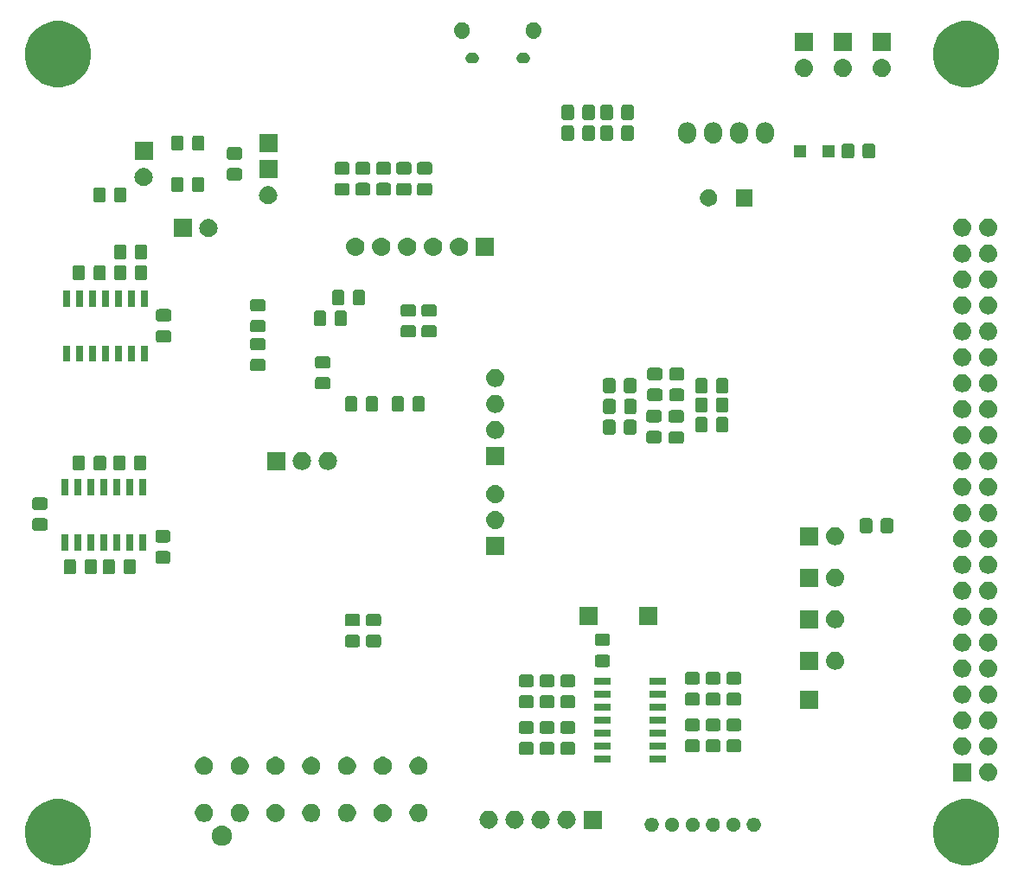
<source format=gbs>
G04 #@! TF.GenerationSoftware,KiCad,Pcbnew,(5.0.0)*
G04 #@! TF.CreationDate,2019-04-02T12:05:10-04:00*
G04 #@! TF.ProjectId,motor-controller-hw,6D6F746F722D636F6E74726F6C6C6572,rev?*
G04 #@! TF.SameCoordinates,Original*
G04 #@! TF.FileFunction,Soldermask,Bot*
G04 #@! TF.FilePolarity,Negative*
%FSLAX46Y46*%
G04 Gerber Fmt 4.6, Leading zero omitted, Abs format (unit mm)*
G04 Created by KiCad (PCBNEW (5.0.0)) date 04/02/19 12:05:10*
%MOMM*%
%LPD*%
G01*
G04 APERTURE LIST*
%ADD10C,0.100000*%
G04 APERTURE END LIST*
D10*
G36*
X136834519Y-127696338D02*
X136834521Y-127696339D01*
X136834522Y-127696339D01*
X137423813Y-127940431D01*
X137423816Y-127940433D01*
X137954169Y-128294803D01*
X138405197Y-128745831D01*
X138621540Y-129069612D01*
X138759569Y-129276187D01*
X138897510Y-129609207D01*
X139003662Y-129865481D01*
X139128100Y-130491075D01*
X139128100Y-131128925D01*
X139033276Y-131605641D01*
X139003661Y-131754522D01*
X138759569Y-132343813D01*
X138759567Y-132343816D01*
X138405197Y-132874169D01*
X137954169Y-133325197D01*
X137470910Y-133648100D01*
X137423813Y-133679569D01*
X136834522Y-133923661D01*
X136834521Y-133923661D01*
X136834519Y-133923662D01*
X136208925Y-134048100D01*
X135571075Y-134048100D01*
X134945481Y-133923662D01*
X134945479Y-133923661D01*
X134945478Y-133923661D01*
X134356187Y-133679569D01*
X134309090Y-133648100D01*
X133825831Y-133325197D01*
X133374803Y-132874169D01*
X133020433Y-132343816D01*
X133020431Y-132343813D01*
X132776339Y-131754522D01*
X132746725Y-131605641D01*
X132651900Y-131128925D01*
X132651900Y-130491075D01*
X132776338Y-129865481D01*
X132882490Y-129609207D01*
X133020431Y-129276187D01*
X133158460Y-129069612D01*
X133374803Y-128745831D01*
X133825831Y-128294803D01*
X134356184Y-127940433D01*
X134356187Y-127940431D01*
X134945478Y-127696339D01*
X134945479Y-127696339D01*
X134945481Y-127696338D01*
X135571075Y-127571900D01*
X136208925Y-127571900D01*
X136834519Y-127696338D01*
X136834519Y-127696338D01*
G37*
G36*
X47934519Y-127696338D02*
X47934521Y-127696339D01*
X47934522Y-127696339D01*
X48523813Y-127940431D01*
X48523816Y-127940433D01*
X49054169Y-128294803D01*
X49505197Y-128745831D01*
X49721540Y-129069612D01*
X49859569Y-129276187D01*
X49997510Y-129609207D01*
X50103662Y-129865481D01*
X50228100Y-130491075D01*
X50228100Y-131128925D01*
X50133276Y-131605641D01*
X50103661Y-131754522D01*
X49859569Y-132343813D01*
X49859567Y-132343816D01*
X49505197Y-132874169D01*
X49054169Y-133325197D01*
X48570910Y-133648100D01*
X48523813Y-133679569D01*
X47934522Y-133923661D01*
X47934521Y-133923661D01*
X47934519Y-133923662D01*
X47308925Y-134048100D01*
X46671075Y-134048100D01*
X46045481Y-133923662D01*
X46045479Y-133923661D01*
X46045478Y-133923661D01*
X45456187Y-133679569D01*
X45409090Y-133648100D01*
X44925831Y-133325197D01*
X44474803Y-132874169D01*
X44120433Y-132343816D01*
X44120431Y-132343813D01*
X43876339Y-131754522D01*
X43846725Y-131605641D01*
X43751900Y-131128925D01*
X43751900Y-130491075D01*
X43876338Y-129865481D01*
X43982490Y-129609207D01*
X44120431Y-129276187D01*
X44258460Y-129069612D01*
X44474803Y-128745831D01*
X44925831Y-128294803D01*
X45456184Y-127940433D01*
X45456187Y-127940431D01*
X46045478Y-127696339D01*
X46045479Y-127696339D01*
X46045481Y-127696338D01*
X46671075Y-127571900D01*
X47308925Y-127571900D01*
X47934519Y-127696338D01*
X47934519Y-127696338D01*
G37*
G36*
X63318618Y-130187472D02*
X63318619Y-130187472D01*
X63318622Y-130187473D01*
X63449932Y-130241864D01*
X63498441Y-130261957D01*
X63619682Y-130342968D01*
X63660279Y-130370094D01*
X63797906Y-130507721D01*
X63797907Y-130507723D01*
X63906043Y-130669559D01*
X63922747Y-130709887D01*
X63980527Y-130849378D01*
X64018500Y-131040283D01*
X64018500Y-131234917D01*
X63980527Y-131425822D01*
X63926136Y-131557132D01*
X63906043Y-131605641D01*
X63825032Y-131726882D01*
X63797906Y-131767479D01*
X63660279Y-131905106D01*
X63619682Y-131932232D01*
X63498441Y-132013243D01*
X63449932Y-132033336D01*
X63318622Y-132087727D01*
X63318619Y-132087728D01*
X63318618Y-132087728D01*
X63127719Y-132125700D01*
X62933081Y-132125700D01*
X62742182Y-132087728D01*
X62742181Y-132087728D01*
X62742178Y-132087727D01*
X62610868Y-132033336D01*
X62562359Y-132013243D01*
X62441118Y-131932232D01*
X62400521Y-131905106D01*
X62262894Y-131767479D01*
X62235768Y-131726882D01*
X62154757Y-131605641D01*
X62134664Y-131557132D01*
X62080273Y-131425822D01*
X62042300Y-131234917D01*
X62042300Y-131040283D01*
X62080273Y-130849378D01*
X62138053Y-130709887D01*
X62154757Y-130669559D01*
X62262893Y-130507723D01*
X62262894Y-130507721D01*
X62400521Y-130370094D01*
X62441118Y-130342968D01*
X62562359Y-130261957D01*
X62610868Y-130241864D01*
X62742178Y-130187473D01*
X62742181Y-130187472D01*
X62742182Y-130187472D01*
X62933081Y-130149500D01*
X63127719Y-130149500D01*
X63318618Y-130187472D01*
X63318618Y-130187472D01*
G37*
G36*
X115311041Y-129386112D02*
X115311042Y-129386112D01*
X115311045Y-129386113D01*
X115436309Y-129437999D01*
X115489785Y-129473731D01*
X115549051Y-129513331D01*
X115644929Y-129609209D01*
X115682594Y-129665579D01*
X115720261Y-129721951D01*
X115772147Y-129847215D01*
X115772148Y-129847218D01*
X115772148Y-129847219D01*
X115798600Y-129980204D01*
X115798600Y-130115796D01*
X115782563Y-130196419D01*
X115772147Y-130248785D01*
X115720261Y-130374049D01*
X115688380Y-130421761D01*
X115644929Y-130486791D01*
X115549051Y-130582669D01*
X115492681Y-130620334D01*
X115436309Y-130658001D01*
X115311045Y-130709887D01*
X115311042Y-130709888D01*
X115311041Y-130709888D01*
X115178056Y-130736340D01*
X115042464Y-130736340D01*
X114909479Y-130709888D01*
X114909478Y-130709888D01*
X114909475Y-130709887D01*
X114784211Y-130658001D01*
X114727839Y-130620334D01*
X114671469Y-130582669D01*
X114575591Y-130486791D01*
X114532140Y-130421761D01*
X114500259Y-130374049D01*
X114448373Y-130248785D01*
X114437957Y-130196419D01*
X114421920Y-130115796D01*
X114421920Y-129980204D01*
X114448372Y-129847219D01*
X114448372Y-129847218D01*
X114448373Y-129847215D01*
X114500259Y-129721951D01*
X114537926Y-129665579D01*
X114575591Y-129609209D01*
X114671469Y-129513331D01*
X114730735Y-129473731D01*
X114784211Y-129437999D01*
X114909475Y-129386113D01*
X114909478Y-129386112D01*
X114909479Y-129386112D01*
X115042464Y-129359660D01*
X115178056Y-129359660D01*
X115311041Y-129386112D01*
X115311041Y-129386112D01*
G37*
G36*
X109309021Y-129386112D02*
X109309022Y-129386112D01*
X109309025Y-129386113D01*
X109434289Y-129437999D01*
X109487765Y-129473731D01*
X109547031Y-129513331D01*
X109642909Y-129609209D01*
X109680574Y-129665579D01*
X109718241Y-129721951D01*
X109770127Y-129847215D01*
X109770128Y-129847218D01*
X109770128Y-129847219D01*
X109796580Y-129980204D01*
X109796580Y-130115796D01*
X109780543Y-130196419D01*
X109770127Y-130248785D01*
X109718241Y-130374049D01*
X109686360Y-130421761D01*
X109642909Y-130486791D01*
X109547031Y-130582669D01*
X109490661Y-130620334D01*
X109434289Y-130658001D01*
X109309025Y-130709887D01*
X109309022Y-130709888D01*
X109309021Y-130709888D01*
X109176036Y-130736340D01*
X109040444Y-130736340D01*
X108907459Y-130709888D01*
X108907458Y-130709888D01*
X108907455Y-130709887D01*
X108782191Y-130658001D01*
X108725819Y-130620334D01*
X108669449Y-130582669D01*
X108573571Y-130486791D01*
X108530120Y-130421761D01*
X108498239Y-130374049D01*
X108446353Y-130248785D01*
X108435937Y-130196419D01*
X108419900Y-130115796D01*
X108419900Y-129980204D01*
X108446352Y-129847219D01*
X108446352Y-129847218D01*
X108446353Y-129847215D01*
X108498239Y-129721951D01*
X108535906Y-129665579D01*
X108573571Y-129609209D01*
X108669449Y-129513331D01*
X108728715Y-129473731D01*
X108782191Y-129437999D01*
X108907455Y-129386113D01*
X108907458Y-129386112D01*
X108907459Y-129386112D01*
X109040444Y-129359660D01*
X109176036Y-129359660D01*
X109309021Y-129386112D01*
X109309021Y-129386112D01*
G37*
G36*
X113309521Y-129386112D02*
X113309522Y-129386112D01*
X113309525Y-129386113D01*
X113434789Y-129437999D01*
X113488265Y-129473731D01*
X113547531Y-129513331D01*
X113643409Y-129609209D01*
X113681074Y-129665579D01*
X113718741Y-129721951D01*
X113770627Y-129847215D01*
X113770628Y-129847218D01*
X113770628Y-129847219D01*
X113797080Y-129980204D01*
X113797080Y-130115796D01*
X113781043Y-130196419D01*
X113770627Y-130248785D01*
X113718741Y-130374049D01*
X113686860Y-130421761D01*
X113643409Y-130486791D01*
X113547531Y-130582669D01*
X113491161Y-130620334D01*
X113434789Y-130658001D01*
X113309525Y-130709887D01*
X113309522Y-130709888D01*
X113309521Y-130709888D01*
X113176536Y-130736340D01*
X113040944Y-130736340D01*
X112907959Y-130709888D01*
X112907958Y-130709888D01*
X112907955Y-130709887D01*
X112782691Y-130658001D01*
X112726319Y-130620334D01*
X112669949Y-130582669D01*
X112574071Y-130486791D01*
X112530620Y-130421761D01*
X112498739Y-130374049D01*
X112446853Y-130248785D01*
X112436437Y-130196419D01*
X112420400Y-130115796D01*
X112420400Y-129980204D01*
X112446852Y-129847219D01*
X112446852Y-129847218D01*
X112446853Y-129847215D01*
X112498739Y-129721951D01*
X112536406Y-129665579D01*
X112574071Y-129609209D01*
X112669949Y-129513331D01*
X112729215Y-129473731D01*
X112782691Y-129437999D01*
X112907955Y-129386113D01*
X112907958Y-129386112D01*
X112907959Y-129386112D01*
X113040944Y-129359660D01*
X113176536Y-129359660D01*
X113309521Y-129386112D01*
X113309521Y-129386112D01*
G37*
G36*
X105308521Y-129386112D02*
X105308522Y-129386112D01*
X105308525Y-129386113D01*
X105433789Y-129437999D01*
X105487265Y-129473731D01*
X105546531Y-129513331D01*
X105642409Y-129609209D01*
X105680074Y-129665579D01*
X105717741Y-129721951D01*
X105769627Y-129847215D01*
X105769628Y-129847218D01*
X105769628Y-129847219D01*
X105796080Y-129980204D01*
X105796080Y-130115796D01*
X105780043Y-130196419D01*
X105769627Y-130248785D01*
X105717741Y-130374049D01*
X105685860Y-130421761D01*
X105642409Y-130486791D01*
X105546531Y-130582669D01*
X105490161Y-130620334D01*
X105433789Y-130658001D01*
X105308525Y-130709887D01*
X105308522Y-130709888D01*
X105308521Y-130709888D01*
X105175536Y-130736340D01*
X105039944Y-130736340D01*
X104906959Y-130709888D01*
X104906958Y-130709888D01*
X104906955Y-130709887D01*
X104781691Y-130658001D01*
X104725319Y-130620334D01*
X104668949Y-130582669D01*
X104573071Y-130486791D01*
X104529620Y-130421761D01*
X104497739Y-130374049D01*
X104445853Y-130248785D01*
X104435437Y-130196419D01*
X104419400Y-130115796D01*
X104419400Y-129980204D01*
X104445852Y-129847219D01*
X104445852Y-129847218D01*
X104445853Y-129847215D01*
X104497739Y-129721951D01*
X104535406Y-129665579D01*
X104573071Y-129609209D01*
X104668949Y-129513331D01*
X104728215Y-129473731D01*
X104781691Y-129437999D01*
X104906955Y-129386113D01*
X104906958Y-129386112D01*
X104906959Y-129386112D01*
X105039944Y-129359660D01*
X105175536Y-129359660D01*
X105308521Y-129386112D01*
X105308521Y-129386112D01*
G37*
G36*
X107310041Y-129386112D02*
X107310042Y-129386112D01*
X107310045Y-129386113D01*
X107435309Y-129437999D01*
X107488785Y-129473731D01*
X107548051Y-129513331D01*
X107643929Y-129609209D01*
X107681594Y-129665579D01*
X107719261Y-129721951D01*
X107771147Y-129847215D01*
X107771148Y-129847218D01*
X107771148Y-129847219D01*
X107797600Y-129980204D01*
X107797600Y-130115796D01*
X107781563Y-130196419D01*
X107771147Y-130248785D01*
X107719261Y-130374049D01*
X107687380Y-130421761D01*
X107643929Y-130486791D01*
X107548051Y-130582669D01*
X107491681Y-130620334D01*
X107435309Y-130658001D01*
X107310045Y-130709887D01*
X107310042Y-130709888D01*
X107310041Y-130709888D01*
X107177056Y-130736340D01*
X107041464Y-130736340D01*
X106908479Y-130709888D01*
X106908478Y-130709888D01*
X106908475Y-130709887D01*
X106783211Y-130658001D01*
X106726839Y-130620334D01*
X106670469Y-130582669D01*
X106574591Y-130486791D01*
X106531140Y-130421761D01*
X106499259Y-130374049D01*
X106447373Y-130248785D01*
X106436957Y-130196419D01*
X106420920Y-130115796D01*
X106420920Y-129980204D01*
X106447372Y-129847219D01*
X106447372Y-129847218D01*
X106447373Y-129847215D01*
X106499259Y-129721951D01*
X106536926Y-129665579D01*
X106574591Y-129609209D01*
X106670469Y-129513331D01*
X106729735Y-129473731D01*
X106783211Y-129437999D01*
X106908475Y-129386113D01*
X106908478Y-129386112D01*
X106908479Y-129386112D01*
X107041464Y-129359660D01*
X107177056Y-129359660D01*
X107310041Y-129386112D01*
X107310041Y-129386112D01*
G37*
G36*
X111310541Y-129386112D02*
X111310542Y-129386112D01*
X111310545Y-129386113D01*
X111435809Y-129437999D01*
X111489285Y-129473731D01*
X111548551Y-129513331D01*
X111644429Y-129609209D01*
X111682094Y-129665579D01*
X111719761Y-129721951D01*
X111771647Y-129847215D01*
X111771648Y-129847218D01*
X111771648Y-129847219D01*
X111798100Y-129980204D01*
X111798100Y-130115796D01*
X111782063Y-130196419D01*
X111771647Y-130248785D01*
X111719761Y-130374049D01*
X111687880Y-130421761D01*
X111644429Y-130486791D01*
X111548551Y-130582669D01*
X111492181Y-130620334D01*
X111435809Y-130658001D01*
X111310545Y-130709887D01*
X111310542Y-130709888D01*
X111310541Y-130709888D01*
X111177556Y-130736340D01*
X111041964Y-130736340D01*
X110908979Y-130709888D01*
X110908978Y-130709888D01*
X110908975Y-130709887D01*
X110783711Y-130658001D01*
X110727339Y-130620334D01*
X110670969Y-130582669D01*
X110575091Y-130486791D01*
X110531640Y-130421761D01*
X110499759Y-130374049D01*
X110447873Y-130248785D01*
X110437457Y-130196419D01*
X110421420Y-130115796D01*
X110421420Y-129980204D01*
X110447872Y-129847219D01*
X110447872Y-129847218D01*
X110447873Y-129847215D01*
X110499759Y-129721951D01*
X110537426Y-129665579D01*
X110575091Y-129609209D01*
X110670969Y-129513331D01*
X110730235Y-129473731D01*
X110783711Y-129437999D01*
X110908975Y-129386113D01*
X110908978Y-129386112D01*
X110908979Y-129386112D01*
X111041964Y-129359660D01*
X111177556Y-129359660D01*
X111310541Y-129386112D01*
X111310541Y-129386112D01*
G37*
G36*
X89328098Y-128690150D02*
X89435097Y-128722608D01*
X89495504Y-128740932D01*
X89495506Y-128740933D01*
X89513021Y-128750295D01*
X89649788Y-128823398D01*
X89649790Y-128823399D01*
X89649789Y-128823399D01*
X89785020Y-128934380D01*
X89886051Y-129057487D01*
X89896002Y-129069612D01*
X89942227Y-129156093D01*
X89978467Y-129223894D01*
X90029250Y-129391302D01*
X90046397Y-129565400D01*
X90029250Y-129739498D01*
X90022554Y-129761570D01*
X89978468Y-129906904D01*
X89939288Y-129980206D01*
X89896001Y-130061189D01*
X89785020Y-130196420D01*
X89661913Y-130297451D01*
X89649788Y-130307402D01*
X89495504Y-130389868D01*
X89435097Y-130408192D01*
X89328098Y-130440650D01*
X89197629Y-130453500D01*
X89110371Y-130453500D01*
X88979902Y-130440650D01*
X88872903Y-130408192D01*
X88812496Y-130389868D01*
X88658212Y-130307402D01*
X88646087Y-130297451D01*
X88522980Y-130196420D01*
X88411999Y-130061189D01*
X88368713Y-129980206D01*
X88329532Y-129906904D01*
X88285446Y-129761570D01*
X88278750Y-129739498D01*
X88261603Y-129565400D01*
X88278750Y-129391302D01*
X88329533Y-129223894D01*
X88365773Y-129156093D01*
X88411998Y-129069612D01*
X88421949Y-129057487D01*
X88522980Y-128934380D01*
X88658211Y-128823399D01*
X88658210Y-128823399D01*
X88658212Y-128823398D01*
X88794979Y-128750295D01*
X88812494Y-128740933D01*
X88812496Y-128740932D01*
X88872903Y-128722608D01*
X88979902Y-128690150D01*
X89110371Y-128677300D01*
X89197629Y-128677300D01*
X89328098Y-128690150D01*
X89328098Y-128690150D01*
G37*
G36*
X91868098Y-128690150D02*
X91975097Y-128722608D01*
X92035504Y-128740932D01*
X92035506Y-128740933D01*
X92053021Y-128750295D01*
X92189788Y-128823398D01*
X92189790Y-128823399D01*
X92189789Y-128823399D01*
X92325020Y-128934380D01*
X92426051Y-129057487D01*
X92436002Y-129069612D01*
X92482227Y-129156093D01*
X92518467Y-129223894D01*
X92569250Y-129391302D01*
X92586397Y-129565400D01*
X92569250Y-129739498D01*
X92562554Y-129761570D01*
X92518468Y-129906904D01*
X92479288Y-129980206D01*
X92436001Y-130061189D01*
X92325020Y-130196420D01*
X92201913Y-130297451D01*
X92189788Y-130307402D01*
X92035504Y-130389868D01*
X91975097Y-130408192D01*
X91868098Y-130440650D01*
X91737629Y-130453500D01*
X91650371Y-130453500D01*
X91519902Y-130440650D01*
X91412903Y-130408192D01*
X91352496Y-130389868D01*
X91198212Y-130307402D01*
X91186087Y-130297451D01*
X91062980Y-130196420D01*
X90951999Y-130061189D01*
X90908713Y-129980206D01*
X90869532Y-129906904D01*
X90825446Y-129761570D01*
X90818750Y-129739498D01*
X90801603Y-129565400D01*
X90818750Y-129391302D01*
X90869533Y-129223894D01*
X90905773Y-129156093D01*
X90951998Y-129069612D01*
X90961949Y-129057487D01*
X91062980Y-128934380D01*
X91198211Y-128823399D01*
X91198210Y-128823399D01*
X91198212Y-128823398D01*
X91334979Y-128750295D01*
X91352494Y-128740933D01*
X91352496Y-128740932D01*
X91412903Y-128722608D01*
X91519902Y-128690150D01*
X91650371Y-128677300D01*
X91737629Y-128677300D01*
X91868098Y-128690150D01*
X91868098Y-128690150D01*
G37*
G36*
X100202100Y-130453500D02*
X98425900Y-130453500D01*
X98425900Y-128677300D01*
X100202100Y-128677300D01*
X100202100Y-130453500D01*
X100202100Y-130453500D01*
G37*
G36*
X96948098Y-128690150D02*
X97055097Y-128722608D01*
X97115504Y-128740932D01*
X97115506Y-128740933D01*
X97133021Y-128750295D01*
X97269788Y-128823398D01*
X97269790Y-128823399D01*
X97269789Y-128823399D01*
X97405020Y-128934380D01*
X97506051Y-129057487D01*
X97516002Y-129069612D01*
X97562227Y-129156093D01*
X97598467Y-129223894D01*
X97649250Y-129391302D01*
X97666397Y-129565400D01*
X97649250Y-129739498D01*
X97642554Y-129761570D01*
X97598468Y-129906904D01*
X97559288Y-129980206D01*
X97516001Y-130061189D01*
X97405020Y-130196420D01*
X97281913Y-130297451D01*
X97269788Y-130307402D01*
X97115504Y-130389868D01*
X97055097Y-130408192D01*
X96948098Y-130440650D01*
X96817629Y-130453500D01*
X96730371Y-130453500D01*
X96599902Y-130440650D01*
X96492903Y-130408192D01*
X96432496Y-130389868D01*
X96278212Y-130307402D01*
X96266087Y-130297451D01*
X96142980Y-130196420D01*
X96031999Y-130061189D01*
X95988713Y-129980206D01*
X95949532Y-129906904D01*
X95905446Y-129761570D01*
X95898750Y-129739498D01*
X95881603Y-129565400D01*
X95898750Y-129391302D01*
X95949533Y-129223894D01*
X95985773Y-129156093D01*
X96031998Y-129069612D01*
X96041949Y-129057487D01*
X96142980Y-128934380D01*
X96278211Y-128823399D01*
X96278210Y-128823399D01*
X96278212Y-128823398D01*
X96414979Y-128750295D01*
X96432494Y-128740933D01*
X96432496Y-128740932D01*
X96492903Y-128722608D01*
X96599902Y-128690150D01*
X96730371Y-128677300D01*
X96817629Y-128677300D01*
X96948098Y-128690150D01*
X96948098Y-128690150D01*
G37*
G36*
X94408098Y-128690150D02*
X94515097Y-128722608D01*
X94575504Y-128740932D01*
X94575506Y-128740933D01*
X94593021Y-128750295D01*
X94729788Y-128823398D01*
X94729790Y-128823399D01*
X94729789Y-128823399D01*
X94865020Y-128934380D01*
X94966051Y-129057487D01*
X94976002Y-129069612D01*
X95022227Y-129156093D01*
X95058467Y-129223894D01*
X95109250Y-129391302D01*
X95126397Y-129565400D01*
X95109250Y-129739498D01*
X95102554Y-129761570D01*
X95058468Y-129906904D01*
X95019288Y-129980206D01*
X94976001Y-130061189D01*
X94865020Y-130196420D01*
X94741913Y-130297451D01*
X94729788Y-130307402D01*
X94575504Y-130389868D01*
X94515097Y-130408192D01*
X94408098Y-130440650D01*
X94277629Y-130453500D01*
X94190371Y-130453500D01*
X94059902Y-130440650D01*
X93952903Y-130408192D01*
X93892496Y-130389868D01*
X93738212Y-130307402D01*
X93726087Y-130297451D01*
X93602980Y-130196420D01*
X93491999Y-130061189D01*
X93448713Y-129980206D01*
X93409532Y-129906904D01*
X93365446Y-129761570D01*
X93358750Y-129739498D01*
X93341603Y-129565400D01*
X93358750Y-129391302D01*
X93409533Y-129223894D01*
X93445773Y-129156093D01*
X93491998Y-129069612D01*
X93501949Y-129057487D01*
X93602980Y-128934380D01*
X93738211Y-128823399D01*
X93738210Y-128823399D01*
X93738212Y-128823398D01*
X93874979Y-128750295D01*
X93892494Y-128740933D01*
X93892496Y-128740932D01*
X93952903Y-128722608D01*
X94059902Y-128690150D01*
X94190371Y-128677300D01*
X94277629Y-128677300D01*
X94408098Y-128690150D01*
X94408098Y-128690150D01*
G37*
G36*
X68539449Y-128053629D02*
X68539450Y-128053629D01*
X68539453Y-128053630D01*
X68701071Y-128120575D01*
X68701073Y-128120576D01*
X68846531Y-128217768D01*
X68970232Y-128341469D01*
X68987192Y-128366851D01*
X69067425Y-128486929D01*
X69134370Y-128648547D01*
X69134371Y-128648550D01*
X69134371Y-128648551D01*
X69168500Y-128820130D01*
X69168500Y-128995070D01*
X69134371Y-129166649D01*
X69134370Y-129166653D01*
X69067425Y-129328271D01*
X69067424Y-129328273D01*
X68970232Y-129473731D01*
X68846531Y-129597432D01*
X68701073Y-129694624D01*
X68701072Y-129694625D01*
X68701071Y-129694625D01*
X68539453Y-129761570D01*
X68539450Y-129761571D01*
X68539449Y-129761571D01*
X68367870Y-129795700D01*
X68192930Y-129795700D01*
X68021351Y-129761571D01*
X68021350Y-129761571D01*
X68021347Y-129761570D01*
X67859729Y-129694625D01*
X67859728Y-129694625D01*
X67859727Y-129694624D01*
X67714269Y-129597432D01*
X67590568Y-129473731D01*
X67493376Y-129328273D01*
X67493375Y-129328271D01*
X67426430Y-129166653D01*
X67426429Y-129166649D01*
X67392300Y-128995070D01*
X67392300Y-128820130D01*
X67426429Y-128648551D01*
X67426429Y-128648550D01*
X67426430Y-128648547D01*
X67493375Y-128486929D01*
X67573609Y-128366851D01*
X67590568Y-128341469D01*
X67714269Y-128217768D01*
X67859727Y-128120576D01*
X67859729Y-128120575D01*
X68021347Y-128053630D01*
X68021350Y-128053629D01*
X68021351Y-128053629D01*
X68192930Y-128019500D01*
X68367870Y-128019500D01*
X68539449Y-128053629D01*
X68539449Y-128053629D01*
G37*
G36*
X79039449Y-128053629D02*
X79039450Y-128053629D01*
X79039453Y-128053630D01*
X79201071Y-128120575D01*
X79201073Y-128120576D01*
X79346531Y-128217768D01*
X79470232Y-128341469D01*
X79487192Y-128366851D01*
X79567425Y-128486929D01*
X79634370Y-128648547D01*
X79634371Y-128648550D01*
X79634371Y-128648551D01*
X79668500Y-128820130D01*
X79668500Y-128995070D01*
X79634371Y-129166649D01*
X79634370Y-129166653D01*
X79567425Y-129328271D01*
X79567424Y-129328273D01*
X79470232Y-129473731D01*
X79346531Y-129597432D01*
X79201073Y-129694624D01*
X79201072Y-129694625D01*
X79201071Y-129694625D01*
X79039453Y-129761570D01*
X79039450Y-129761571D01*
X79039449Y-129761571D01*
X78867870Y-129795700D01*
X78692930Y-129795700D01*
X78521351Y-129761571D01*
X78521350Y-129761571D01*
X78521347Y-129761570D01*
X78359729Y-129694625D01*
X78359728Y-129694625D01*
X78359727Y-129694624D01*
X78214269Y-129597432D01*
X78090568Y-129473731D01*
X77993376Y-129328273D01*
X77993375Y-129328271D01*
X77926430Y-129166653D01*
X77926429Y-129166649D01*
X77892300Y-128995070D01*
X77892300Y-128820130D01*
X77926429Y-128648551D01*
X77926429Y-128648550D01*
X77926430Y-128648547D01*
X77993375Y-128486929D01*
X78073609Y-128366851D01*
X78090568Y-128341469D01*
X78214269Y-128217768D01*
X78359727Y-128120576D01*
X78359729Y-128120575D01*
X78521347Y-128053630D01*
X78521350Y-128053629D01*
X78521351Y-128053629D01*
X78692930Y-128019500D01*
X78867870Y-128019500D01*
X79039449Y-128053629D01*
X79039449Y-128053629D01*
G37*
G36*
X82539449Y-128053629D02*
X82539450Y-128053629D01*
X82539453Y-128053630D01*
X82701071Y-128120575D01*
X82701073Y-128120576D01*
X82846531Y-128217768D01*
X82970232Y-128341469D01*
X82987192Y-128366851D01*
X83067425Y-128486929D01*
X83134370Y-128648547D01*
X83134371Y-128648550D01*
X83134371Y-128648551D01*
X83168500Y-128820130D01*
X83168500Y-128995070D01*
X83134371Y-129166649D01*
X83134370Y-129166653D01*
X83067425Y-129328271D01*
X83067424Y-129328273D01*
X82970232Y-129473731D01*
X82846531Y-129597432D01*
X82701073Y-129694624D01*
X82701072Y-129694625D01*
X82701071Y-129694625D01*
X82539453Y-129761570D01*
X82539450Y-129761571D01*
X82539449Y-129761571D01*
X82367870Y-129795700D01*
X82192930Y-129795700D01*
X82021351Y-129761571D01*
X82021350Y-129761571D01*
X82021347Y-129761570D01*
X81859729Y-129694625D01*
X81859728Y-129694625D01*
X81859727Y-129694624D01*
X81714269Y-129597432D01*
X81590568Y-129473731D01*
X81493376Y-129328273D01*
X81493375Y-129328271D01*
X81426430Y-129166653D01*
X81426429Y-129166649D01*
X81392300Y-128995070D01*
X81392300Y-128820130D01*
X81426429Y-128648551D01*
X81426429Y-128648550D01*
X81426430Y-128648547D01*
X81493375Y-128486929D01*
X81573609Y-128366851D01*
X81590568Y-128341469D01*
X81714269Y-128217768D01*
X81859727Y-128120576D01*
X81859729Y-128120575D01*
X82021347Y-128053630D01*
X82021350Y-128053629D01*
X82021351Y-128053629D01*
X82192930Y-128019500D01*
X82367870Y-128019500D01*
X82539449Y-128053629D01*
X82539449Y-128053629D01*
G37*
G36*
X65039449Y-128053629D02*
X65039450Y-128053629D01*
X65039453Y-128053630D01*
X65201071Y-128120575D01*
X65201073Y-128120576D01*
X65346531Y-128217768D01*
X65470232Y-128341469D01*
X65487192Y-128366851D01*
X65567425Y-128486929D01*
X65634370Y-128648547D01*
X65634371Y-128648550D01*
X65634371Y-128648551D01*
X65668500Y-128820130D01*
X65668500Y-128995070D01*
X65634371Y-129166649D01*
X65634370Y-129166653D01*
X65567425Y-129328271D01*
X65567424Y-129328273D01*
X65470232Y-129473731D01*
X65346531Y-129597432D01*
X65201073Y-129694624D01*
X65201072Y-129694625D01*
X65201071Y-129694625D01*
X65039453Y-129761570D01*
X65039450Y-129761571D01*
X65039449Y-129761571D01*
X64867870Y-129795700D01*
X64692930Y-129795700D01*
X64521351Y-129761571D01*
X64521350Y-129761571D01*
X64521347Y-129761570D01*
X64359729Y-129694625D01*
X64359728Y-129694625D01*
X64359727Y-129694624D01*
X64214269Y-129597432D01*
X64090568Y-129473731D01*
X63993376Y-129328273D01*
X63993375Y-129328271D01*
X63926430Y-129166653D01*
X63926429Y-129166649D01*
X63892300Y-128995070D01*
X63892300Y-128820130D01*
X63926429Y-128648551D01*
X63926429Y-128648550D01*
X63926430Y-128648547D01*
X63993375Y-128486929D01*
X64073609Y-128366851D01*
X64090568Y-128341469D01*
X64214269Y-128217768D01*
X64359727Y-128120576D01*
X64359729Y-128120575D01*
X64521347Y-128053630D01*
X64521350Y-128053629D01*
X64521351Y-128053629D01*
X64692930Y-128019500D01*
X64867870Y-128019500D01*
X65039449Y-128053629D01*
X65039449Y-128053629D01*
G37*
G36*
X75539449Y-128053629D02*
X75539450Y-128053629D01*
X75539453Y-128053630D01*
X75701071Y-128120575D01*
X75701073Y-128120576D01*
X75846531Y-128217768D01*
X75970232Y-128341469D01*
X75987192Y-128366851D01*
X76067425Y-128486929D01*
X76134370Y-128648547D01*
X76134371Y-128648550D01*
X76134371Y-128648551D01*
X76168500Y-128820130D01*
X76168500Y-128995070D01*
X76134371Y-129166649D01*
X76134370Y-129166653D01*
X76067425Y-129328271D01*
X76067424Y-129328273D01*
X75970232Y-129473731D01*
X75846531Y-129597432D01*
X75701073Y-129694624D01*
X75701072Y-129694625D01*
X75701071Y-129694625D01*
X75539453Y-129761570D01*
X75539450Y-129761571D01*
X75539449Y-129761571D01*
X75367870Y-129795700D01*
X75192930Y-129795700D01*
X75021351Y-129761571D01*
X75021350Y-129761571D01*
X75021347Y-129761570D01*
X74859729Y-129694625D01*
X74859728Y-129694625D01*
X74859727Y-129694624D01*
X74714269Y-129597432D01*
X74590568Y-129473731D01*
X74493376Y-129328273D01*
X74493375Y-129328271D01*
X74426430Y-129166653D01*
X74426429Y-129166649D01*
X74392300Y-128995070D01*
X74392300Y-128820130D01*
X74426429Y-128648551D01*
X74426429Y-128648550D01*
X74426430Y-128648547D01*
X74493375Y-128486929D01*
X74573609Y-128366851D01*
X74590568Y-128341469D01*
X74714269Y-128217768D01*
X74859727Y-128120576D01*
X74859729Y-128120575D01*
X75021347Y-128053630D01*
X75021350Y-128053629D01*
X75021351Y-128053629D01*
X75192930Y-128019500D01*
X75367870Y-128019500D01*
X75539449Y-128053629D01*
X75539449Y-128053629D01*
G37*
G36*
X61539449Y-128053629D02*
X61539450Y-128053629D01*
X61539453Y-128053630D01*
X61701071Y-128120575D01*
X61701073Y-128120576D01*
X61846531Y-128217768D01*
X61970232Y-128341469D01*
X61987192Y-128366851D01*
X62067425Y-128486929D01*
X62134370Y-128648547D01*
X62134371Y-128648550D01*
X62134371Y-128648551D01*
X62168500Y-128820130D01*
X62168500Y-128995070D01*
X62134371Y-129166649D01*
X62134370Y-129166653D01*
X62067425Y-129328271D01*
X62067424Y-129328273D01*
X61970232Y-129473731D01*
X61846531Y-129597432D01*
X61701073Y-129694624D01*
X61701072Y-129694625D01*
X61701071Y-129694625D01*
X61539453Y-129761570D01*
X61539450Y-129761571D01*
X61539449Y-129761571D01*
X61367870Y-129795700D01*
X61192930Y-129795700D01*
X61021351Y-129761571D01*
X61021350Y-129761571D01*
X61021347Y-129761570D01*
X60859729Y-129694625D01*
X60859728Y-129694625D01*
X60859727Y-129694624D01*
X60714269Y-129597432D01*
X60590568Y-129473731D01*
X60493376Y-129328273D01*
X60493375Y-129328271D01*
X60426430Y-129166653D01*
X60426429Y-129166649D01*
X60392300Y-128995070D01*
X60392300Y-128820130D01*
X60426429Y-128648551D01*
X60426429Y-128648550D01*
X60426430Y-128648547D01*
X60493375Y-128486929D01*
X60573609Y-128366851D01*
X60590568Y-128341469D01*
X60714269Y-128217768D01*
X60859727Y-128120576D01*
X60859729Y-128120575D01*
X61021347Y-128053630D01*
X61021350Y-128053629D01*
X61021351Y-128053629D01*
X61192930Y-128019500D01*
X61367870Y-128019500D01*
X61539449Y-128053629D01*
X61539449Y-128053629D01*
G37*
G36*
X72039449Y-128053629D02*
X72039450Y-128053629D01*
X72039453Y-128053630D01*
X72201071Y-128120575D01*
X72201073Y-128120576D01*
X72346531Y-128217768D01*
X72470232Y-128341469D01*
X72487192Y-128366851D01*
X72567425Y-128486929D01*
X72634370Y-128648547D01*
X72634371Y-128648550D01*
X72634371Y-128648551D01*
X72668500Y-128820130D01*
X72668500Y-128995070D01*
X72634371Y-129166649D01*
X72634370Y-129166653D01*
X72567425Y-129328271D01*
X72567424Y-129328273D01*
X72470232Y-129473731D01*
X72346531Y-129597432D01*
X72201073Y-129694624D01*
X72201072Y-129694625D01*
X72201071Y-129694625D01*
X72039453Y-129761570D01*
X72039450Y-129761571D01*
X72039449Y-129761571D01*
X71867870Y-129795700D01*
X71692930Y-129795700D01*
X71521351Y-129761571D01*
X71521350Y-129761571D01*
X71521347Y-129761570D01*
X71359729Y-129694625D01*
X71359728Y-129694625D01*
X71359727Y-129694624D01*
X71214269Y-129597432D01*
X71090568Y-129473731D01*
X70993376Y-129328273D01*
X70993375Y-129328271D01*
X70926430Y-129166653D01*
X70926429Y-129166649D01*
X70892300Y-128995070D01*
X70892300Y-128820130D01*
X70926429Y-128648551D01*
X70926429Y-128648550D01*
X70926430Y-128648547D01*
X70993375Y-128486929D01*
X71073609Y-128366851D01*
X71090568Y-128341469D01*
X71214269Y-128217768D01*
X71359727Y-128120576D01*
X71359729Y-128120575D01*
X71521347Y-128053630D01*
X71521350Y-128053629D01*
X71521351Y-128053629D01*
X71692930Y-128019500D01*
X71867870Y-128019500D01*
X72039449Y-128053629D01*
X72039449Y-128053629D01*
G37*
G36*
X138223098Y-124041950D02*
X138330097Y-124074408D01*
X138390504Y-124092732D01*
X138544788Y-124175198D01*
X138544790Y-124175199D01*
X138544789Y-124175199D01*
X138680020Y-124286180D01*
X138791001Y-124421411D01*
X138873467Y-124575694D01*
X138924250Y-124743102D01*
X138941397Y-124917200D01*
X138924250Y-125091298D01*
X138873467Y-125258706D01*
X138791001Y-125412989D01*
X138680020Y-125548220D01*
X138556913Y-125649251D01*
X138544788Y-125659202D01*
X138390504Y-125741668D01*
X138330097Y-125759992D01*
X138223098Y-125792450D01*
X138092629Y-125805300D01*
X138005371Y-125805300D01*
X137874902Y-125792450D01*
X137767903Y-125759992D01*
X137707496Y-125741668D01*
X137553212Y-125659202D01*
X137541087Y-125649251D01*
X137417980Y-125548220D01*
X137306999Y-125412989D01*
X137224533Y-125258706D01*
X137173750Y-125091298D01*
X137156603Y-124917200D01*
X137173750Y-124743102D01*
X137224533Y-124575694D01*
X137306999Y-124421411D01*
X137417980Y-124286180D01*
X137553211Y-124175199D01*
X137553210Y-124175199D01*
X137553212Y-124175198D01*
X137707496Y-124092732D01*
X137767903Y-124074408D01*
X137874902Y-124041950D01*
X138005371Y-124029100D01*
X138092629Y-124029100D01*
X138223098Y-124041950D01*
X138223098Y-124041950D01*
G37*
G36*
X136397100Y-125805300D02*
X134620900Y-125805300D01*
X134620900Y-124029100D01*
X136397100Y-124029100D01*
X136397100Y-125805300D01*
X136397100Y-125805300D01*
G37*
G36*
X61539449Y-123453629D02*
X61539450Y-123453629D01*
X61539453Y-123453630D01*
X61701071Y-123520575D01*
X61701073Y-123520576D01*
X61846531Y-123617768D01*
X61970231Y-123741468D01*
X62067425Y-123886929D01*
X62134370Y-124048547D01*
X62134371Y-124048550D01*
X62134371Y-124048551D01*
X62159563Y-124175199D01*
X62168500Y-124220132D01*
X62168500Y-124395068D01*
X62134370Y-124566653D01*
X62130624Y-124575696D01*
X62067424Y-124728273D01*
X61970232Y-124873731D01*
X61846531Y-124997432D01*
X61701073Y-125094624D01*
X61701072Y-125094625D01*
X61701071Y-125094625D01*
X61539453Y-125161570D01*
X61539450Y-125161571D01*
X61539449Y-125161571D01*
X61367870Y-125195700D01*
X61192930Y-125195700D01*
X61021351Y-125161571D01*
X61021350Y-125161571D01*
X61021347Y-125161570D01*
X60859729Y-125094625D01*
X60859728Y-125094625D01*
X60859727Y-125094624D01*
X60714269Y-124997432D01*
X60590568Y-124873731D01*
X60493376Y-124728273D01*
X60430176Y-124575696D01*
X60426430Y-124566653D01*
X60392300Y-124395068D01*
X60392300Y-124220132D01*
X60401238Y-124175199D01*
X60426429Y-124048551D01*
X60426429Y-124048550D01*
X60426430Y-124048547D01*
X60493375Y-123886929D01*
X60590569Y-123741468D01*
X60714269Y-123617768D01*
X60859727Y-123520576D01*
X60859729Y-123520575D01*
X61021347Y-123453630D01*
X61021350Y-123453629D01*
X61021351Y-123453629D01*
X61192930Y-123419500D01*
X61367870Y-123419500D01*
X61539449Y-123453629D01*
X61539449Y-123453629D01*
G37*
G36*
X79039449Y-123453629D02*
X79039450Y-123453629D01*
X79039453Y-123453630D01*
X79201071Y-123520575D01*
X79201073Y-123520576D01*
X79346531Y-123617768D01*
X79470231Y-123741468D01*
X79567425Y-123886929D01*
X79634370Y-124048547D01*
X79634371Y-124048550D01*
X79634371Y-124048551D01*
X79659563Y-124175199D01*
X79668500Y-124220132D01*
X79668500Y-124395068D01*
X79634370Y-124566653D01*
X79630624Y-124575696D01*
X79567424Y-124728273D01*
X79470232Y-124873731D01*
X79346531Y-124997432D01*
X79201073Y-125094624D01*
X79201072Y-125094625D01*
X79201071Y-125094625D01*
X79039453Y-125161570D01*
X79039450Y-125161571D01*
X79039449Y-125161571D01*
X78867870Y-125195700D01*
X78692930Y-125195700D01*
X78521351Y-125161571D01*
X78521350Y-125161571D01*
X78521347Y-125161570D01*
X78359729Y-125094625D01*
X78359728Y-125094625D01*
X78359727Y-125094624D01*
X78214269Y-124997432D01*
X78090568Y-124873731D01*
X77993376Y-124728273D01*
X77930176Y-124575696D01*
X77926430Y-124566653D01*
X77892300Y-124395068D01*
X77892300Y-124220132D01*
X77901238Y-124175199D01*
X77926429Y-124048551D01*
X77926429Y-124048550D01*
X77926430Y-124048547D01*
X77993375Y-123886929D01*
X78090569Y-123741468D01*
X78214269Y-123617768D01*
X78359727Y-123520576D01*
X78359729Y-123520575D01*
X78521347Y-123453630D01*
X78521350Y-123453629D01*
X78521351Y-123453629D01*
X78692930Y-123419500D01*
X78867870Y-123419500D01*
X79039449Y-123453629D01*
X79039449Y-123453629D01*
G37*
G36*
X82539449Y-123453629D02*
X82539450Y-123453629D01*
X82539453Y-123453630D01*
X82701071Y-123520575D01*
X82701073Y-123520576D01*
X82846531Y-123617768D01*
X82970231Y-123741468D01*
X83067425Y-123886929D01*
X83134370Y-124048547D01*
X83134371Y-124048550D01*
X83134371Y-124048551D01*
X83159563Y-124175199D01*
X83168500Y-124220132D01*
X83168500Y-124395068D01*
X83134370Y-124566653D01*
X83130624Y-124575696D01*
X83067424Y-124728273D01*
X82970232Y-124873731D01*
X82846531Y-124997432D01*
X82701073Y-125094624D01*
X82701072Y-125094625D01*
X82701071Y-125094625D01*
X82539453Y-125161570D01*
X82539450Y-125161571D01*
X82539449Y-125161571D01*
X82367870Y-125195700D01*
X82192930Y-125195700D01*
X82021351Y-125161571D01*
X82021350Y-125161571D01*
X82021347Y-125161570D01*
X81859729Y-125094625D01*
X81859728Y-125094625D01*
X81859727Y-125094624D01*
X81714269Y-124997432D01*
X81590568Y-124873731D01*
X81493376Y-124728273D01*
X81430176Y-124575696D01*
X81426430Y-124566653D01*
X81392300Y-124395068D01*
X81392300Y-124220132D01*
X81401238Y-124175199D01*
X81426429Y-124048551D01*
X81426429Y-124048550D01*
X81426430Y-124048547D01*
X81493375Y-123886929D01*
X81590569Y-123741468D01*
X81714269Y-123617768D01*
X81859727Y-123520576D01*
X81859729Y-123520575D01*
X82021347Y-123453630D01*
X82021350Y-123453629D01*
X82021351Y-123453629D01*
X82192930Y-123419500D01*
X82367870Y-123419500D01*
X82539449Y-123453629D01*
X82539449Y-123453629D01*
G37*
G36*
X65039449Y-123453629D02*
X65039450Y-123453629D01*
X65039453Y-123453630D01*
X65201071Y-123520575D01*
X65201073Y-123520576D01*
X65346531Y-123617768D01*
X65470231Y-123741468D01*
X65567425Y-123886929D01*
X65634370Y-124048547D01*
X65634371Y-124048550D01*
X65634371Y-124048551D01*
X65659563Y-124175199D01*
X65668500Y-124220132D01*
X65668500Y-124395068D01*
X65634370Y-124566653D01*
X65630624Y-124575696D01*
X65567424Y-124728273D01*
X65470232Y-124873731D01*
X65346531Y-124997432D01*
X65201073Y-125094624D01*
X65201072Y-125094625D01*
X65201071Y-125094625D01*
X65039453Y-125161570D01*
X65039450Y-125161571D01*
X65039449Y-125161571D01*
X64867870Y-125195700D01*
X64692930Y-125195700D01*
X64521351Y-125161571D01*
X64521350Y-125161571D01*
X64521347Y-125161570D01*
X64359729Y-125094625D01*
X64359728Y-125094625D01*
X64359727Y-125094624D01*
X64214269Y-124997432D01*
X64090568Y-124873731D01*
X63993376Y-124728273D01*
X63930176Y-124575696D01*
X63926430Y-124566653D01*
X63892300Y-124395068D01*
X63892300Y-124220132D01*
X63901238Y-124175199D01*
X63926429Y-124048551D01*
X63926429Y-124048550D01*
X63926430Y-124048547D01*
X63993375Y-123886929D01*
X64090569Y-123741468D01*
X64214269Y-123617768D01*
X64359727Y-123520576D01*
X64359729Y-123520575D01*
X64521347Y-123453630D01*
X64521350Y-123453629D01*
X64521351Y-123453629D01*
X64692930Y-123419500D01*
X64867870Y-123419500D01*
X65039449Y-123453629D01*
X65039449Y-123453629D01*
G37*
G36*
X68539449Y-123453629D02*
X68539450Y-123453629D01*
X68539453Y-123453630D01*
X68701071Y-123520575D01*
X68701073Y-123520576D01*
X68846531Y-123617768D01*
X68970231Y-123741468D01*
X69067425Y-123886929D01*
X69134370Y-124048547D01*
X69134371Y-124048550D01*
X69134371Y-124048551D01*
X69159563Y-124175199D01*
X69168500Y-124220132D01*
X69168500Y-124395068D01*
X69134370Y-124566653D01*
X69130624Y-124575696D01*
X69067424Y-124728273D01*
X68970232Y-124873731D01*
X68846531Y-124997432D01*
X68701073Y-125094624D01*
X68701072Y-125094625D01*
X68701071Y-125094625D01*
X68539453Y-125161570D01*
X68539450Y-125161571D01*
X68539449Y-125161571D01*
X68367870Y-125195700D01*
X68192930Y-125195700D01*
X68021351Y-125161571D01*
X68021350Y-125161571D01*
X68021347Y-125161570D01*
X67859729Y-125094625D01*
X67859728Y-125094625D01*
X67859727Y-125094624D01*
X67714269Y-124997432D01*
X67590568Y-124873731D01*
X67493376Y-124728273D01*
X67430176Y-124575696D01*
X67426430Y-124566653D01*
X67392300Y-124395068D01*
X67392300Y-124220132D01*
X67401238Y-124175199D01*
X67426429Y-124048551D01*
X67426429Y-124048550D01*
X67426430Y-124048547D01*
X67493375Y-123886929D01*
X67590569Y-123741468D01*
X67714269Y-123617768D01*
X67859727Y-123520576D01*
X67859729Y-123520575D01*
X68021347Y-123453630D01*
X68021350Y-123453629D01*
X68021351Y-123453629D01*
X68192930Y-123419500D01*
X68367870Y-123419500D01*
X68539449Y-123453629D01*
X68539449Y-123453629D01*
G37*
G36*
X72039449Y-123453629D02*
X72039450Y-123453629D01*
X72039453Y-123453630D01*
X72201071Y-123520575D01*
X72201073Y-123520576D01*
X72346531Y-123617768D01*
X72470231Y-123741468D01*
X72567425Y-123886929D01*
X72634370Y-124048547D01*
X72634371Y-124048550D01*
X72634371Y-124048551D01*
X72659563Y-124175199D01*
X72668500Y-124220132D01*
X72668500Y-124395068D01*
X72634370Y-124566653D01*
X72630624Y-124575696D01*
X72567424Y-124728273D01*
X72470232Y-124873731D01*
X72346531Y-124997432D01*
X72201073Y-125094624D01*
X72201072Y-125094625D01*
X72201071Y-125094625D01*
X72039453Y-125161570D01*
X72039450Y-125161571D01*
X72039449Y-125161571D01*
X71867870Y-125195700D01*
X71692930Y-125195700D01*
X71521351Y-125161571D01*
X71521350Y-125161571D01*
X71521347Y-125161570D01*
X71359729Y-125094625D01*
X71359728Y-125094625D01*
X71359727Y-125094624D01*
X71214269Y-124997432D01*
X71090568Y-124873731D01*
X70993376Y-124728273D01*
X70930176Y-124575696D01*
X70926430Y-124566653D01*
X70892300Y-124395068D01*
X70892300Y-124220132D01*
X70901238Y-124175199D01*
X70926429Y-124048551D01*
X70926429Y-124048550D01*
X70926430Y-124048547D01*
X70993375Y-123886929D01*
X71090569Y-123741468D01*
X71214269Y-123617768D01*
X71359727Y-123520576D01*
X71359729Y-123520575D01*
X71521347Y-123453630D01*
X71521350Y-123453629D01*
X71521351Y-123453629D01*
X71692930Y-123419500D01*
X71867870Y-123419500D01*
X72039449Y-123453629D01*
X72039449Y-123453629D01*
G37*
G36*
X75539449Y-123453629D02*
X75539450Y-123453629D01*
X75539453Y-123453630D01*
X75701071Y-123520575D01*
X75701073Y-123520576D01*
X75846531Y-123617768D01*
X75970231Y-123741468D01*
X76067425Y-123886929D01*
X76134370Y-124048547D01*
X76134371Y-124048550D01*
X76134371Y-124048551D01*
X76159563Y-124175199D01*
X76168500Y-124220132D01*
X76168500Y-124395068D01*
X76134370Y-124566653D01*
X76130624Y-124575696D01*
X76067424Y-124728273D01*
X75970232Y-124873731D01*
X75846531Y-124997432D01*
X75701073Y-125094624D01*
X75701072Y-125094625D01*
X75701071Y-125094625D01*
X75539453Y-125161570D01*
X75539450Y-125161571D01*
X75539449Y-125161571D01*
X75367870Y-125195700D01*
X75192930Y-125195700D01*
X75021351Y-125161571D01*
X75021350Y-125161571D01*
X75021347Y-125161570D01*
X74859729Y-125094625D01*
X74859728Y-125094625D01*
X74859727Y-125094624D01*
X74714269Y-124997432D01*
X74590568Y-124873731D01*
X74493376Y-124728273D01*
X74430176Y-124575696D01*
X74426430Y-124566653D01*
X74392300Y-124395068D01*
X74392300Y-124220132D01*
X74401238Y-124175199D01*
X74426429Y-124048551D01*
X74426429Y-124048550D01*
X74426430Y-124048547D01*
X74493375Y-123886929D01*
X74590569Y-123741468D01*
X74714269Y-123617768D01*
X74859727Y-123520576D01*
X74859729Y-123520575D01*
X75021347Y-123453630D01*
X75021350Y-123453629D01*
X75021351Y-123453629D01*
X75192930Y-123419500D01*
X75367870Y-123419500D01*
X75539449Y-123453629D01*
X75539449Y-123453629D01*
G37*
G36*
X106485100Y-123934500D02*
X104908900Y-123934500D01*
X104908900Y-123258300D01*
X106485100Y-123258300D01*
X106485100Y-123934500D01*
X106485100Y-123934500D01*
G37*
G36*
X101085100Y-123934500D02*
X99508900Y-123934500D01*
X99508900Y-123258300D01*
X101085100Y-123258300D01*
X101085100Y-123934500D01*
X101085100Y-123934500D01*
G37*
G36*
X135683098Y-121501950D02*
X135790097Y-121534408D01*
X135850504Y-121552732D01*
X136004788Y-121635198D01*
X136004790Y-121635199D01*
X136004789Y-121635199D01*
X136140020Y-121746180D01*
X136217389Y-121840455D01*
X136251002Y-121881412D01*
X136280331Y-121936283D01*
X136333467Y-122035694D01*
X136384250Y-122203102D01*
X136401397Y-122377200D01*
X136384250Y-122551298D01*
X136351792Y-122658297D01*
X136333468Y-122718704D01*
X136252372Y-122870425D01*
X136251001Y-122872989D01*
X136140020Y-123008220D01*
X136047261Y-123084345D01*
X136004788Y-123119202D01*
X135850504Y-123201668D01*
X135790097Y-123219992D01*
X135683098Y-123252450D01*
X135552629Y-123265300D01*
X135465371Y-123265300D01*
X135334902Y-123252450D01*
X135227903Y-123219992D01*
X135167496Y-123201668D01*
X135013212Y-123119202D01*
X134970739Y-123084345D01*
X134877980Y-123008220D01*
X134766999Y-122872989D01*
X134765629Y-122870425D01*
X134684532Y-122718704D01*
X134666208Y-122658297D01*
X134633750Y-122551298D01*
X134616603Y-122377200D01*
X134633750Y-122203102D01*
X134684533Y-122035694D01*
X134737669Y-121936283D01*
X134766998Y-121881412D01*
X134800611Y-121840455D01*
X134877980Y-121746180D01*
X135013211Y-121635199D01*
X135013210Y-121635199D01*
X135013212Y-121635198D01*
X135167496Y-121552732D01*
X135227903Y-121534408D01*
X135334902Y-121501950D01*
X135465371Y-121489100D01*
X135552629Y-121489100D01*
X135683098Y-121501950D01*
X135683098Y-121501950D01*
G37*
G36*
X138223098Y-121501950D02*
X138330097Y-121534408D01*
X138390504Y-121552732D01*
X138544788Y-121635198D01*
X138544790Y-121635199D01*
X138544789Y-121635199D01*
X138680020Y-121746180D01*
X138757389Y-121840455D01*
X138791002Y-121881412D01*
X138820331Y-121936283D01*
X138873467Y-122035694D01*
X138924250Y-122203102D01*
X138941397Y-122377200D01*
X138924250Y-122551298D01*
X138891792Y-122658297D01*
X138873468Y-122718704D01*
X138792372Y-122870425D01*
X138791001Y-122872989D01*
X138680020Y-123008220D01*
X138587261Y-123084345D01*
X138544788Y-123119202D01*
X138390504Y-123201668D01*
X138330097Y-123219992D01*
X138223098Y-123252450D01*
X138092629Y-123265300D01*
X138005371Y-123265300D01*
X137874902Y-123252450D01*
X137767903Y-123219992D01*
X137707496Y-123201668D01*
X137553212Y-123119202D01*
X137510739Y-123084345D01*
X137417980Y-123008220D01*
X137306999Y-122872989D01*
X137305629Y-122870425D01*
X137224532Y-122718704D01*
X137206208Y-122658297D01*
X137173750Y-122551298D01*
X137156603Y-122377200D01*
X137173750Y-122203102D01*
X137224533Y-122035694D01*
X137277669Y-121936283D01*
X137306998Y-121881412D01*
X137340611Y-121840455D01*
X137417980Y-121746180D01*
X137553211Y-121635199D01*
X137553210Y-121635199D01*
X137553212Y-121635198D01*
X137707496Y-121552732D01*
X137767903Y-121534408D01*
X137874902Y-121501950D01*
X138005371Y-121489100D01*
X138092629Y-121489100D01*
X138223098Y-121501950D01*
X138223098Y-121501950D01*
G37*
G36*
X93361117Y-121981415D02*
X93410984Y-121996541D01*
X93456945Y-122021107D01*
X93497230Y-122054170D01*
X93530293Y-122094455D01*
X93554859Y-122140416D01*
X93569985Y-122190283D01*
X93575100Y-122242210D01*
X93575100Y-122936590D01*
X93569985Y-122988517D01*
X93554859Y-123038384D01*
X93530293Y-123084345D01*
X93497230Y-123124630D01*
X93456945Y-123157693D01*
X93410984Y-123182259D01*
X93361117Y-123197385D01*
X93309190Y-123202500D01*
X92364810Y-123202500D01*
X92312883Y-123197385D01*
X92263016Y-123182259D01*
X92217055Y-123157693D01*
X92176770Y-123124630D01*
X92143707Y-123084345D01*
X92119141Y-123038384D01*
X92104015Y-122988517D01*
X92098900Y-122936590D01*
X92098900Y-122242210D01*
X92104015Y-122190283D01*
X92119141Y-122140416D01*
X92143707Y-122094455D01*
X92176770Y-122054170D01*
X92217055Y-122021107D01*
X92263016Y-121996541D01*
X92312883Y-121981415D01*
X92364810Y-121976300D01*
X93309190Y-121976300D01*
X93361117Y-121981415D01*
X93361117Y-121981415D01*
G37*
G36*
X97425117Y-121981415D02*
X97474984Y-121996541D01*
X97520945Y-122021107D01*
X97561230Y-122054170D01*
X97594293Y-122094455D01*
X97618859Y-122140416D01*
X97633985Y-122190283D01*
X97639100Y-122242210D01*
X97639100Y-122936590D01*
X97633985Y-122988517D01*
X97618859Y-123038384D01*
X97594293Y-123084345D01*
X97561230Y-123124630D01*
X97520945Y-123157693D01*
X97474984Y-123182259D01*
X97425117Y-123197385D01*
X97373190Y-123202500D01*
X96428810Y-123202500D01*
X96376883Y-123197385D01*
X96327016Y-123182259D01*
X96281055Y-123157693D01*
X96240770Y-123124630D01*
X96207707Y-123084345D01*
X96183141Y-123038384D01*
X96168015Y-122988517D01*
X96162900Y-122936590D01*
X96162900Y-122242210D01*
X96168015Y-122190283D01*
X96183141Y-122140416D01*
X96207707Y-122094455D01*
X96240770Y-122054170D01*
X96281055Y-122021107D01*
X96327016Y-121996541D01*
X96376883Y-121981415D01*
X96428810Y-121976300D01*
X97373190Y-121976300D01*
X97425117Y-121981415D01*
X97425117Y-121981415D01*
G37*
G36*
X95393117Y-121981415D02*
X95442984Y-121996541D01*
X95488945Y-122021107D01*
X95529230Y-122054170D01*
X95562293Y-122094455D01*
X95586859Y-122140416D01*
X95601985Y-122190283D01*
X95607100Y-122242210D01*
X95607100Y-122936590D01*
X95601985Y-122988517D01*
X95586859Y-123038384D01*
X95562293Y-123084345D01*
X95529230Y-123124630D01*
X95488945Y-123157693D01*
X95442984Y-123182259D01*
X95393117Y-123197385D01*
X95341190Y-123202500D01*
X94396810Y-123202500D01*
X94344883Y-123197385D01*
X94295016Y-123182259D01*
X94249055Y-123157693D01*
X94208770Y-123124630D01*
X94175707Y-123084345D01*
X94151141Y-123038384D01*
X94136015Y-122988517D01*
X94130900Y-122936590D01*
X94130900Y-122242210D01*
X94136015Y-122190283D01*
X94151141Y-122140416D01*
X94175707Y-122094455D01*
X94208770Y-122054170D01*
X94249055Y-122021107D01*
X94295016Y-121996541D01*
X94344883Y-121981415D01*
X94396810Y-121976300D01*
X95341190Y-121976300D01*
X95393117Y-121981415D01*
X95393117Y-121981415D01*
G37*
G36*
X113681117Y-121727415D02*
X113730984Y-121742541D01*
X113776945Y-121767107D01*
X113817230Y-121800170D01*
X113850293Y-121840455D01*
X113874859Y-121886416D01*
X113889985Y-121936283D01*
X113895100Y-121988210D01*
X113895100Y-122682590D01*
X113889985Y-122734517D01*
X113874859Y-122784384D01*
X113850293Y-122830345D01*
X113817230Y-122870630D01*
X113776945Y-122903693D01*
X113730984Y-122928259D01*
X113681117Y-122943385D01*
X113629190Y-122948500D01*
X112684810Y-122948500D01*
X112632883Y-122943385D01*
X112583016Y-122928259D01*
X112537055Y-122903693D01*
X112496770Y-122870630D01*
X112463707Y-122830345D01*
X112439141Y-122784384D01*
X112424015Y-122734517D01*
X112418900Y-122682590D01*
X112418900Y-121988210D01*
X112424015Y-121936283D01*
X112439141Y-121886416D01*
X112463707Y-121840455D01*
X112496770Y-121800170D01*
X112537055Y-121767107D01*
X112583016Y-121742541D01*
X112632883Y-121727415D01*
X112684810Y-121722300D01*
X113629190Y-121722300D01*
X113681117Y-121727415D01*
X113681117Y-121727415D01*
G37*
G36*
X111649117Y-121727415D02*
X111698984Y-121742541D01*
X111744945Y-121767107D01*
X111785230Y-121800170D01*
X111818293Y-121840455D01*
X111842859Y-121886416D01*
X111857985Y-121936283D01*
X111863100Y-121988210D01*
X111863100Y-122682590D01*
X111857985Y-122734517D01*
X111842859Y-122784384D01*
X111818293Y-122830345D01*
X111785230Y-122870630D01*
X111744945Y-122903693D01*
X111698984Y-122928259D01*
X111649117Y-122943385D01*
X111597190Y-122948500D01*
X110652810Y-122948500D01*
X110600883Y-122943385D01*
X110551016Y-122928259D01*
X110505055Y-122903693D01*
X110464770Y-122870630D01*
X110431707Y-122830345D01*
X110407141Y-122784384D01*
X110392015Y-122734517D01*
X110386900Y-122682590D01*
X110386900Y-121988210D01*
X110392015Y-121936283D01*
X110407141Y-121886416D01*
X110431707Y-121840455D01*
X110464770Y-121800170D01*
X110505055Y-121767107D01*
X110551016Y-121742541D01*
X110600883Y-121727415D01*
X110652810Y-121722300D01*
X111597190Y-121722300D01*
X111649117Y-121727415D01*
X111649117Y-121727415D01*
G37*
G36*
X109617117Y-121727415D02*
X109666984Y-121742541D01*
X109712945Y-121767107D01*
X109753230Y-121800170D01*
X109786293Y-121840455D01*
X109810859Y-121886416D01*
X109825985Y-121936283D01*
X109831100Y-121988210D01*
X109831100Y-122682590D01*
X109825985Y-122734517D01*
X109810859Y-122784384D01*
X109786293Y-122830345D01*
X109753230Y-122870630D01*
X109712945Y-122903693D01*
X109666984Y-122928259D01*
X109617117Y-122943385D01*
X109565190Y-122948500D01*
X108620810Y-122948500D01*
X108568883Y-122943385D01*
X108519016Y-122928259D01*
X108473055Y-122903693D01*
X108432770Y-122870630D01*
X108399707Y-122830345D01*
X108375141Y-122784384D01*
X108360015Y-122734517D01*
X108354900Y-122682590D01*
X108354900Y-121988210D01*
X108360015Y-121936283D01*
X108375141Y-121886416D01*
X108399707Y-121840455D01*
X108432770Y-121800170D01*
X108473055Y-121767107D01*
X108519016Y-121742541D01*
X108568883Y-121727415D01*
X108620810Y-121722300D01*
X109565190Y-121722300D01*
X109617117Y-121727415D01*
X109617117Y-121727415D01*
G37*
G36*
X106485100Y-122664500D02*
X104908900Y-122664500D01*
X104908900Y-121988300D01*
X106485100Y-121988300D01*
X106485100Y-122664500D01*
X106485100Y-122664500D01*
G37*
G36*
X101085100Y-122664500D02*
X99508900Y-122664500D01*
X99508900Y-121988300D01*
X101085100Y-121988300D01*
X101085100Y-122664500D01*
X101085100Y-122664500D01*
G37*
G36*
X101085100Y-121394500D02*
X99508900Y-121394500D01*
X99508900Y-120718300D01*
X101085100Y-120718300D01*
X101085100Y-121394500D01*
X101085100Y-121394500D01*
G37*
G36*
X106485100Y-121394500D02*
X104908900Y-121394500D01*
X104908900Y-120718300D01*
X106485100Y-120718300D01*
X106485100Y-121394500D01*
X106485100Y-121394500D01*
G37*
G36*
X97425117Y-119931415D02*
X97474984Y-119946541D01*
X97520945Y-119971107D01*
X97561230Y-120004170D01*
X97594293Y-120044455D01*
X97618859Y-120090416D01*
X97633985Y-120140283D01*
X97639100Y-120192210D01*
X97639100Y-120886590D01*
X97633985Y-120938517D01*
X97618859Y-120988384D01*
X97594293Y-121034345D01*
X97561230Y-121074630D01*
X97520945Y-121107693D01*
X97474984Y-121132259D01*
X97425117Y-121147385D01*
X97373190Y-121152500D01*
X96428810Y-121152500D01*
X96376883Y-121147385D01*
X96327016Y-121132259D01*
X96281055Y-121107693D01*
X96240770Y-121074630D01*
X96207707Y-121034345D01*
X96183141Y-120988384D01*
X96168015Y-120938517D01*
X96162900Y-120886590D01*
X96162900Y-120192210D01*
X96168015Y-120140283D01*
X96183141Y-120090416D01*
X96207707Y-120044455D01*
X96240770Y-120004170D01*
X96281055Y-119971107D01*
X96327016Y-119946541D01*
X96376883Y-119931415D01*
X96428810Y-119926300D01*
X97373190Y-119926300D01*
X97425117Y-119931415D01*
X97425117Y-119931415D01*
G37*
G36*
X95393117Y-119931415D02*
X95442984Y-119946541D01*
X95488945Y-119971107D01*
X95529230Y-120004170D01*
X95562293Y-120044455D01*
X95586859Y-120090416D01*
X95601985Y-120140283D01*
X95607100Y-120192210D01*
X95607100Y-120886590D01*
X95601985Y-120938517D01*
X95586859Y-120988384D01*
X95562293Y-121034345D01*
X95529230Y-121074630D01*
X95488945Y-121107693D01*
X95442984Y-121132259D01*
X95393117Y-121147385D01*
X95341190Y-121152500D01*
X94396810Y-121152500D01*
X94344883Y-121147385D01*
X94295016Y-121132259D01*
X94249055Y-121107693D01*
X94208770Y-121074630D01*
X94175707Y-121034345D01*
X94151141Y-120988384D01*
X94136015Y-120938517D01*
X94130900Y-120886590D01*
X94130900Y-120192210D01*
X94136015Y-120140283D01*
X94151141Y-120090416D01*
X94175707Y-120044455D01*
X94208770Y-120004170D01*
X94249055Y-119971107D01*
X94295016Y-119946541D01*
X94344883Y-119931415D01*
X94396810Y-119926300D01*
X95341190Y-119926300D01*
X95393117Y-119931415D01*
X95393117Y-119931415D01*
G37*
G36*
X93361117Y-119931415D02*
X93410984Y-119946541D01*
X93456945Y-119971107D01*
X93497230Y-120004170D01*
X93530293Y-120044455D01*
X93554859Y-120090416D01*
X93569985Y-120140283D01*
X93575100Y-120192210D01*
X93575100Y-120886590D01*
X93569985Y-120938517D01*
X93554859Y-120988384D01*
X93530293Y-121034345D01*
X93497230Y-121074630D01*
X93456945Y-121107693D01*
X93410984Y-121132259D01*
X93361117Y-121147385D01*
X93309190Y-121152500D01*
X92364810Y-121152500D01*
X92312883Y-121147385D01*
X92263016Y-121132259D01*
X92217055Y-121107693D01*
X92176770Y-121074630D01*
X92143707Y-121034345D01*
X92119141Y-120988384D01*
X92104015Y-120938517D01*
X92098900Y-120886590D01*
X92098900Y-120192210D01*
X92104015Y-120140283D01*
X92119141Y-120090416D01*
X92143707Y-120044455D01*
X92176770Y-120004170D01*
X92217055Y-119971107D01*
X92263016Y-119946541D01*
X92312883Y-119931415D01*
X92364810Y-119926300D01*
X93309190Y-119926300D01*
X93361117Y-119931415D01*
X93361117Y-119931415D01*
G37*
G36*
X113681117Y-119677415D02*
X113730984Y-119692541D01*
X113776945Y-119717107D01*
X113817230Y-119750170D01*
X113850293Y-119790455D01*
X113874859Y-119836416D01*
X113889985Y-119886283D01*
X113895100Y-119938210D01*
X113895100Y-120632590D01*
X113889985Y-120684517D01*
X113874859Y-120734384D01*
X113850293Y-120780345D01*
X113817230Y-120820630D01*
X113776945Y-120853693D01*
X113730984Y-120878259D01*
X113681117Y-120893385D01*
X113629190Y-120898500D01*
X112684810Y-120898500D01*
X112632883Y-120893385D01*
X112583016Y-120878259D01*
X112537055Y-120853693D01*
X112496770Y-120820630D01*
X112463707Y-120780345D01*
X112439141Y-120734384D01*
X112424015Y-120684517D01*
X112418900Y-120632590D01*
X112418900Y-119938210D01*
X112424015Y-119886283D01*
X112439141Y-119836416D01*
X112463707Y-119790455D01*
X112496770Y-119750170D01*
X112537055Y-119717107D01*
X112583016Y-119692541D01*
X112632883Y-119677415D01*
X112684810Y-119672300D01*
X113629190Y-119672300D01*
X113681117Y-119677415D01*
X113681117Y-119677415D01*
G37*
G36*
X109617117Y-119677415D02*
X109666984Y-119692541D01*
X109712945Y-119717107D01*
X109753230Y-119750170D01*
X109786293Y-119790455D01*
X109810859Y-119836416D01*
X109825985Y-119886283D01*
X109831100Y-119938210D01*
X109831100Y-120632590D01*
X109825985Y-120684517D01*
X109810859Y-120734384D01*
X109786293Y-120780345D01*
X109753230Y-120820630D01*
X109712945Y-120853693D01*
X109666984Y-120878259D01*
X109617117Y-120893385D01*
X109565190Y-120898500D01*
X108620810Y-120898500D01*
X108568883Y-120893385D01*
X108519016Y-120878259D01*
X108473055Y-120853693D01*
X108432770Y-120820630D01*
X108399707Y-120780345D01*
X108375141Y-120734384D01*
X108360015Y-120684517D01*
X108354900Y-120632590D01*
X108354900Y-119938210D01*
X108360015Y-119886283D01*
X108375141Y-119836416D01*
X108399707Y-119790455D01*
X108432770Y-119750170D01*
X108473055Y-119717107D01*
X108519016Y-119692541D01*
X108568883Y-119677415D01*
X108620810Y-119672300D01*
X109565190Y-119672300D01*
X109617117Y-119677415D01*
X109617117Y-119677415D01*
G37*
G36*
X111649117Y-119677415D02*
X111698984Y-119692541D01*
X111744945Y-119717107D01*
X111785230Y-119750170D01*
X111818293Y-119790455D01*
X111842859Y-119836416D01*
X111857985Y-119886283D01*
X111863100Y-119938210D01*
X111863100Y-120632590D01*
X111857985Y-120684517D01*
X111842859Y-120734384D01*
X111818293Y-120780345D01*
X111785230Y-120820630D01*
X111744945Y-120853693D01*
X111698984Y-120878259D01*
X111649117Y-120893385D01*
X111597190Y-120898500D01*
X110652810Y-120898500D01*
X110600883Y-120893385D01*
X110551016Y-120878259D01*
X110505055Y-120853693D01*
X110464770Y-120820630D01*
X110431707Y-120780345D01*
X110407141Y-120734384D01*
X110392015Y-120684517D01*
X110386900Y-120632590D01*
X110386900Y-119938210D01*
X110392015Y-119886283D01*
X110407141Y-119836416D01*
X110431707Y-119790455D01*
X110464770Y-119750170D01*
X110505055Y-119717107D01*
X110551016Y-119692541D01*
X110600883Y-119677415D01*
X110652810Y-119672300D01*
X111597190Y-119672300D01*
X111649117Y-119677415D01*
X111649117Y-119677415D01*
G37*
G36*
X138223098Y-118961950D02*
X138330097Y-118994408D01*
X138390504Y-119012732D01*
X138544788Y-119095198D01*
X138544790Y-119095199D01*
X138544789Y-119095199D01*
X138680020Y-119206180D01*
X138791001Y-119341411D01*
X138873467Y-119495694D01*
X138924250Y-119663102D01*
X138941397Y-119837200D01*
X138924250Y-120011298D01*
X138873467Y-120178706D01*
X138791001Y-120332989D01*
X138680020Y-120468220D01*
X138556913Y-120569251D01*
X138544788Y-120579202D01*
X138390504Y-120661668D01*
X138330097Y-120679992D01*
X138223098Y-120712450D01*
X138092629Y-120725300D01*
X138005371Y-120725300D01*
X137874902Y-120712450D01*
X137767903Y-120679992D01*
X137707496Y-120661668D01*
X137553212Y-120579202D01*
X137541087Y-120569251D01*
X137417980Y-120468220D01*
X137306999Y-120332989D01*
X137224533Y-120178706D01*
X137173750Y-120011298D01*
X137156603Y-119837200D01*
X137173750Y-119663102D01*
X137224533Y-119495694D01*
X137306999Y-119341411D01*
X137417980Y-119206180D01*
X137553211Y-119095199D01*
X137553210Y-119095199D01*
X137553212Y-119095198D01*
X137707496Y-119012732D01*
X137767903Y-118994408D01*
X137874902Y-118961950D01*
X138005371Y-118949100D01*
X138092629Y-118949100D01*
X138223098Y-118961950D01*
X138223098Y-118961950D01*
G37*
G36*
X135683098Y-118961950D02*
X135790097Y-118994408D01*
X135850504Y-119012732D01*
X136004788Y-119095198D01*
X136004790Y-119095199D01*
X136004789Y-119095199D01*
X136140020Y-119206180D01*
X136251001Y-119341411D01*
X136333467Y-119495694D01*
X136384250Y-119663102D01*
X136401397Y-119837200D01*
X136384250Y-120011298D01*
X136333467Y-120178706D01*
X136251001Y-120332989D01*
X136140020Y-120468220D01*
X136016913Y-120569251D01*
X136004788Y-120579202D01*
X135850504Y-120661668D01*
X135790097Y-120679992D01*
X135683098Y-120712450D01*
X135552629Y-120725300D01*
X135465371Y-120725300D01*
X135334902Y-120712450D01*
X135227903Y-120679992D01*
X135167496Y-120661668D01*
X135013212Y-120579202D01*
X135001087Y-120569251D01*
X134877980Y-120468220D01*
X134766999Y-120332989D01*
X134684533Y-120178706D01*
X134633750Y-120011298D01*
X134616603Y-119837200D01*
X134633750Y-119663102D01*
X134684533Y-119495694D01*
X134766999Y-119341411D01*
X134877980Y-119206180D01*
X135013211Y-119095199D01*
X135013210Y-119095199D01*
X135013212Y-119095198D01*
X135167496Y-119012732D01*
X135227903Y-118994408D01*
X135334902Y-118961950D01*
X135465371Y-118949100D01*
X135552629Y-118949100D01*
X135683098Y-118961950D01*
X135683098Y-118961950D01*
G37*
G36*
X106485100Y-120124500D02*
X104908900Y-120124500D01*
X104908900Y-119448300D01*
X106485100Y-119448300D01*
X106485100Y-120124500D01*
X106485100Y-120124500D01*
G37*
G36*
X101085100Y-120124500D02*
X99508900Y-120124500D01*
X99508900Y-119448300D01*
X101085100Y-119448300D01*
X101085100Y-120124500D01*
X101085100Y-120124500D01*
G37*
G36*
X101085100Y-118854500D02*
X99508900Y-118854500D01*
X99508900Y-118178300D01*
X101085100Y-118178300D01*
X101085100Y-118854500D01*
X101085100Y-118854500D01*
G37*
G36*
X106485100Y-118854500D02*
X104908900Y-118854500D01*
X104908900Y-118178300D01*
X106485100Y-118178300D01*
X106485100Y-118854500D01*
X106485100Y-118854500D01*
G37*
G36*
X121385700Y-118744100D02*
X119609500Y-118744100D01*
X119609500Y-116967900D01*
X121385700Y-116967900D01*
X121385700Y-118744100D01*
X121385700Y-118744100D01*
G37*
G36*
X97425117Y-117409415D02*
X97474984Y-117424541D01*
X97520945Y-117449107D01*
X97561230Y-117482170D01*
X97594293Y-117522455D01*
X97618859Y-117568416D01*
X97633985Y-117618283D01*
X97639100Y-117670210D01*
X97639100Y-118364590D01*
X97633985Y-118416517D01*
X97618859Y-118466384D01*
X97594293Y-118512345D01*
X97561230Y-118552630D01*
X97520945Y-118585693D01*
X97474984Y-118610259D01*
X97425117Y-118625385D01*
X97373190Y-118630500D01*
X96428810Y-118630500D01*
X96376883Y-118625385D01*
X96327016Y-118610259D01*
X96281055Y-118585693D01*
X96240770Y-118552630D01*
X96207707Y-118512345D01*
X96183141Y-118466384D01*
X96168015Y-118416517D01*
X96162900Y-118364590D01*
X96162900Y-117670210D01*
X96168015Y-117618283D01*
X96183141Y-117568416D01*
X96207707Y-117522455D01*
X96240770Y-117482170D01*
X96281055Y-117449107D01*
X96327016Y-117424541D01*
X96376883Y-117409415D01*
X96428810Y-117404300D01*
X97373190Y-117404300D01*
X97425117Y-117409415D01*
X97425117Y-117409415D01*
G37*
G36*
X93361117Y-117409415D02*
X93410984Y-117424541D01*
X93456945Y-117449107D01*
X93497230Y-117482170D01*
X93530293Y-117522455D01*
X93554859Y-117568416D01*
X93569985Y-117618283D01*
X93575100Y-117670210D01*
X93575100Y-118364590D01*
X93569985Y-118416517D01*
X93554859Y-118466384D01*
X93530293Y-118512345D01*
X93497230Y-118552630D01*
X93456945Y-118585693D01*
X93410984Y-118610259D01*
X93361117Y-118625385D01*
X93309190Y-118630500D01*
X92364810Y-118630500D01*
X92312883Y-118625385D01*
X92263016Y-118610259D01*
X92217055Y-118585693D01*
X92176770Y-118552630D01*
X92143707Y-118512345D01*
X92119141Y-118466384D01*
X92104015Y-118416517D01*
X92098900Y-118364590D01*
X92098900Y-117670210D01*
X92104015Y-117618283D01*
X92119141Y-117568416D01*
X92143707Y-117522455D01*
X92176770Y-117482170D01*
X92217055Y-117449107D01*
X92263016Y-117424541D01*
X92312883Y-117409415D01*
X92364810Y-117404300D01*
X93309190Y-117404300D01*
X93361117Y-117409415D01*
X93361117Y-117409415D01*
G37*
G36*
X95393117Y-117409415D02*
X95442984Y-117424541D01*
X95488945Y-117449107D01*
X95529230Y-117482170D01*
X95562293Y-117522455D01*
X95586859Y-117568416D01*
X95601985Y-117618283D01*
X95607100Y-117670210D01*
X95607100Y-118364590D01*
X95601985Y-118416517D01*
X95586859Y-118466384D01*
X95562293Y-118512345D01*
X95529230Y-118552630D01*
X95488945Y-118585693D01*
X95442984Y-118610259D01*
X95393117Y-118625385D01*
X95341190Y-118630500D01*
X94396810Y-118630500D01*
X94344883Y-118625385D01*
X94295016Y-118610259D01*
X94249055Y-118585693D01*
X94208770Y-118552630D01*
X94175707Y-118512345D01*
X94151141Y-118466384D01*
X94136015Y-118416517D01*
X94130900Y-118364590D01*
X94130900Y-117670210D01*
X94136015Y-117618283D01*
X94151141Y-117568416D01*
X94175707Y-117522455D01*
X94208770Y-117482170D01*
X94249055Y-117449107D01*
X94295016Y-117424541D01*
X94344883Y-117409415D01*
X94396810Y-117404300D01*
X95341190Y-117404300D01*
X95393117Y-117409415D01*
X95393117Y-117409415D01*
G37*
G36*
X113681117Y-117155415D02*
X113730984Y-117170541D01*
X113776945Y-117195107D01*
X113817230Y-117228170D01*
X113850293Y-117268455D01*
X113874859Y-117314416D01*
X113889985Y-117364283D01*
X113895100Y-117416210D01*
X113895100Y-118110590D01*
X113889985Y-118162517D01*
X113874859Y-118212384D01*
X113850293Y-118258345D01*
X113817230Y-118298630D01*
X113776945Y-118331693D01*
X113730984Y-118356259D01*
X113681117Y-118371385D01*
X113629190Y-118376500D01*
X112684810Y-118376500D01*
X112632883Y-118371385D01*
X112583016Y-118356259D01*
X112537055Y-118331693D01*
X112496770Y-118298630D01*
X112463707Y-118258345D01*
X112439141Y-118212384D01*
X112424015Y-118162517D01*
X112418900Y-118110590D01*
X112418900Y-117416210D01*
X112424015Y-117364283D01*
X112439141Y-117314416D01*
X112463707Y-117268455D01*
X112496770Y-117228170D01*
X112537055Y-117195107D01*
X112583016Y-117170541D01*
X112632883Y-117155415D01*
X112684810Y-117150300D01*
X113629190Y-117150300D01*
X113681117Y-117155415D01*
X113681117Y-117155415D01*
G37*
G36*
X111649117Y-117155415D02*
X111698984Y-117170541D01*
X111744945Y-117195107D01*
X111785230Y-117228170D01*
X111818293Y-117268455D01*
X111842859Y-117314416D01*
X111857985Y-117364283D01*
X111863100Y-117416210D01*
X111863100Y-118110590D01*
X111857985Y-118162517D01*
X111842859Y-118212384D01*
X111818293Y-118258345D01*
X111785230Y-118298630D01*
X111744945Y-118331693D01*
X111698984Y-118356259D01*
X111649117Y-118371385D01*
X111597190Y-118376500D01*
X110652810Y-118376500D01*
X110600883Y-118371385D01*
X110551016Y-118356259D01*
X110505055Y-118331693D01*
X110464770Y-118298630D01*
X110431707Y-118258345D01*
X110407141Y-118212384D01*
X110392015Y-118162517D01*
X110386900Y-118110590D01*
X110386900Y-117416210D01*
X110392015Y-117364283D01*
X110407141Y-117314416D01*
X110431707Y-117268455D01*
X110464770Y-117228170D01*
X110505055Y-117195107D01*
X110551016Y-117170541D01*
X110600883Y-117155415D01*
X110652810Y-117150300D01*
X111597190Y-117150300D01*
X111649117Y-117155415D01*
X111649117Y-117155415D01*
G37*
G36*
X109617117Y-117155415D02*
X109666984Y-117170541D01*
X109712945Y-117195107D01*
X109753230Y-117228170D01*
X109786293Y-117268455D01*
X109810859Y-117314416D01*
X109825985Y-117364283D01*
X109831100Y-117416210D01*
X109831100Y-118110590D01*
X109825985Y-118162517D01*
X109810859Y-118212384D01*
X109786293Y-118258345D01*
X109753230Y-118298630D01*
X109712945Y-118331693D01*
X109666984Y-118356259D01*
X109617117Y-118371385D01*
X109565190Y-118376500D01*
X108620810Y-118376500D01*
X108568883Y-118371385D01*
X108519016Y-118356259D01*
X108473055Y-118331693D01*
X108432770Y-118298630D01*
X108399707Y-118258345D01*
X108375141Y-118212384D01*
X108360015Y-118162517D01*
X108354900Y-118110590D01*
X108354900Y-117416210D01*
X108360015Y-117364283D01*
X108375141Y-117314416D01*
X108399707Y-117268455D01*
X108432770Y-117228170D01*
X108473055Y-117195107D01*
X108519016Y-117170541D01*
X108568883Y-117155415D01*
X108620810Y-117150300D01*
X109565190Y-117150300D01*
X109617117Y-117155415D01*
X109617117Y-117155415D01*
G37*
G36*
X135683098Y-116421950D02*
X135790097Y-116454408D01*
X135850504Y-116472732D01*
X136004788Y-116555198D01*
X136004790Y-116555199D01*
X136004789Y-116555199D01*
X136140020Y-116666180D01*
X136251001Y-116801411D01*
X136333467Y-116955694D01*
X136384250Y-117123102D01*
X136401397Y-117297200D01*
X136384250Y-117471298D01*
X136351792Y-117578297D01*
X136339488Y-117618860D01*
X136333467Y-117638706D01*
X136251001Y-117792989D01*
X136140020Y-117928220D01*
X136016913Y-118029251D01*
X136004788Y-118039202D01*
X135850504Y-118121668D01*
X135790097Y-118139992D01*
X135683098Y-118172450D01*
X135552629Y-118185300D01*
X135465371Y-118185300D01*
X135334902Y-118172450D01*
X135227903Y-118139992D01*
X135167496Y-118121668D01*
X135013212Y-118039202D01*
X135001087Y-118029251D01*
X134877980Y-117928220D01*
X134766999Y-117792989D01*
X134684533Y-117638706D01*
X134678513Y-117618860D01*
X134666208Y-117578297D01*
X134633750Y-117471298D01*
X134616603Y-117297200D01*
X134633750Y-117123102D01*
X134684533Y-116955694D01*
X134766999Y-116801411D01*
X134877980Y-116666180D01*
X135013211Y-116555199D01*
X135013210Y-116555199D01*
X135013212Y-116555198D01*
X135167496Y-116472732D01*
X135227903Y-116454408D01*
X135334902Y-116421950D01*
X135465371Y-116409100D01*
X135552629Y-116409100D01*
X135683098Y-116421950D01*
X135683098Y-116421950D01*
G37*
G36*
X138223098Y-116421950D02*
X138330097Y-116454408D01*
X138390504Y-116472732D01*
X138544788Y-116555198D01*
X138544790Y-116555199D01*
X138544789Y-116555199D01*
X138680020Y-116666180D01*
X138791001Y-116801411D01*
X138873467Y-116955694D01*
X138924250Y-117123102D01*
X138941397Y-117297200D01*
X138924250Y-117471298D01*
X138891792Y-117578297D01*
X138879488Y-117618860D01*
X138873467Y-117638706D01*
X138791001Y-117792989D01*
X138680020Y-117928220D01*
X138556913Y-118029251D01*
X138544788Y-118039202D01*
X138390504Y-118121668D01*
X138330097Y-118139992D01*
X138223098Y-118172450D01*
X138092629Y-118185300D01*
X138005371Y-118185300D01*
X137874902Y-118172450D01*
X137767903Y-118139992D01*
X137707496Y-118121668D01*
X137553212Y-118039202D01*
X137541087Y-118029251D01*
X137417980Y-117928220D01*
X137306999Y-117792989D01*
X137224533Y-117638706D01*
X137218513Y-117618860D01*
X137206208Y-117578297D01*
X137173750Y-117471298D01*
X137156603Y-117297200D01*
X137173750Y-117123102D01*
X137224533Y-116955694D01*
X137306999Y-116801411D01*
X137417980Y-116666180D01*
X137553211Y-116555199D01*
X137553210Y-116555199D01*
X137553212Y-116555198D01*
X137707496Y-116472732D01*
X137767903Y-116454408D01*
X137874902Y-116421950D01*
X138005371Y-116409100D01*
X138092629Y-116409100D01*
X138223098Y-116421950D01*
X138223098Y-116421950D01*
G37*
G36*
X101085100Y-117584500D02*
X99508900Y-117584500D01*
X99508900Y-116908300D01*
X101085100Y-116908300D01*
X101085100Y-117584500D01*
X101085100Y-117584500D01*
G37*
G36*
X106485100Y-117584500D02*
X104908900Y-117584500D01*
X104908900Y-116908300D01*
X106485100Y-116908300D01*
X106485100Y-117584500D01*
X106485100Y-117584500D01*
G37*
G36*
X97425117Y-115359415D02*
X97474984Y-115374541D01*
X97520945Y-115399107D01*
X97561230Y-115432170D01*
X97594293Y-115472455D01*
X97618859Y-115518416D01*
X97633985Y-115568283D01*
X97639100Y-115620210D01*
X97639100Y-116314590D01*
X97633985Y-116366517D01*
X97618859Y-116416384D01*
X97594293Y-116462345D01*
X97561230Y-116502630D01*
X97520945Y-116535693D01*
X97474984Y-116560259D01*
X97425117Y-116575385D01*
X97373190Y-116580500D01*
X96428810Y-116580500D01*
X96376883Y-116575385D01*
X96327016Y-116560259D01*
X96281055Y-116535693D01*
X96240770Y-116502630D01*
X96207707Y-116462345D01*
X96183141Y-116416384D01*
X96168015Y-116366517D01*
X96162900Y-116314590D01*
X96162900Y-115620210D01*
X96168015Y-115568283D01*
X96183141Y-115518416D01*
X96207707Y-115472455D01*
X96240770Y-115432170D01*
X96281055Y-115399107D01*
X96327016Y-115374541D01*
X96376883Y-115359415D01*
X96428810Y-115354300D01*
X97373190Y-115354300D01*
X97425117Y-115359415D01*
X97425117Y-115359415D01*
G37*
G36*
X95393117Y-115359415D02*
X95442984Y-115374541D01*
X95488945Y-115399107D01*
X95529230Y-115432170D01*
X95562293Y-115472455D01*
X95586859Y-115518416D01*
X95601985Y-115568283D01*
X95607100Y-115620210D01*
X95607100Y-116314590D01*
X95601985Y-116366517D01*
X95586859Y-116416384D01*
X95562293Y-116462345D01*
X95529230Y-116502630D01*
X95488945Y-116535693D01*
X95442984Y-116560259D01*
X95393117Y-116575385D01*
X95341190Y-116580500D01*
X94396810Y-116580500D01*
X94344883Y-116575385D01*
X94295016Y-116560259D01*
X94249055Y-116535693D01*
X94208770Y-116502630D01*
X94175707Y-116462345D01*
X94151141Y-116416384D01*
X94136015Y-116366517D01*
X94130900Y-116314590D01*
X94130900Y-115620210D01*
X94136015Y-115568283D01*
X94151141Y-115518416D01*
X94175707Y-115472455D01*
X94208770Y-115432170D01*
X94249055Y-115399107D01*
X94295016Y-115374541D01*
X94344883Y-115359415D01*
X94396810Y-115354300D01*
X95341190Y-115354300D01*
X95393117Y-115359415D01*
X95393117Y-115359415D01*
G37*
G36*
X93361117Y-115359415D02*
X93410984Y-115374541D01*
X93456945Y-115399107D01*
X93497230Y-115432170D01*
X93530293Y-115472455D01*
X93554859Y-115518416D01*
X93569985Y-115568283D01*
X93575100Y-115620210D01*
X93575100Y-116314590D01*
X93569985Y-116366517D01*
X93554859Y-116416384D01*
X93530293Y-116462345D01*
X93497230Y-116502630D01*
X93456945Y-116535693D01*
X93410984Y-116560259D01*
X93361117Y-116575385D01*
X93309190Y-116580500D01*
X92364810Y-116580500D01*
X92312883Y-116575385D01*
X92263016Y-116560259D01*
X92217055Y-116535693D01*
X92176770Y-116502630D01*
X92143707Y-116462345D01*
X92119141Y-116416384D01*
X92104015Y-116366517D01*
X92098900Y-116314590D01*
X92098900Y-115620210D01*
X92104015Y-115568283D01*
X92119141Y-115518416D01*
X92143707Y-115472455D01*
X92176770Y-115432170D01*
X92217055Y-115399107D01*
X92263016Y-115374541D01*
X92312883Y-115359415D01*
X92364810Y-115354300D01*
X93309190Y-115354300D01*
X93361117Y-115359415D01*
X93361117Y-115359415D01*
G37*
G36*
X109617117Y-115105415D02*
X109666984Y-115120541D01*
X109712945Y-115145107D01*
X109753230Y-115178170D01*
X109786293Y-115218455D01*
X109810859Y-115264416D01*
X109825985Y-115314283D01*
X109831100Y-115366210D01*
X109831100Y-116060590D01*
X109825985Y-116112517D01*
X109810859Y-116162384D01*
X109786293Y-116208345D01*
X109753230Y-116248630D01*
X109712945Y-116281693D01*
X109666984Y-116306259D01*
X109617117Y-116321385D01*
X109565190Y-116326500D01*
X108620810Y-116326500D01*
X108568883Y-116321385D01*
X108519016Y-116306259D01*
X108473055Y-116281693D01*
X108432770Y-116248630D01*
X108399707Y-116208345D01*
X108375141Y-116162384D01*
X108360015Y-116112517D01*
X108354900Y-116060590D01*
X108354900Y-115366210D01*
X108360015Y-115314283D01*
X108375141Y-115264416D01*
X108399707Y-115218455D01*
X108432770Y-115178170D01*
X108473055Y-115145107D01*
X108519016Y-115120541D01*
X108568883Y-115105415D01*
X108620810Y-115100300D01*
X109565190Y-115100300D01*
X109617117Y-115105415D01*
X109617117Y-115105415D01*
G37*
G36*
X111649117Y-115105415D02*
X111698984Y-115120541D01*
X111744945Y-115145107D01*
X111785230Y-115178170D01*
X111818293Y-115218455D01*
X111842859Y-115264416D01*
X111857985Y-115314283D01*
X111863100Y-115366210D01*
X111863100Y-116060590D01*
X111857985Y-116112517D01*
X111842859Y-116162384D01*
X111818293Y-116208345D01*
X111785230Y-116248630D01*
X111744945Y-116281693D01*
X111698984Y-116306259D01*
X111649117Y-116321385D01*
X111597190Y-116326500D01*
X110652810Y-116326500D01*
X110600883Y-116321385D01*
X110551016Y-116306259D01*
X110505055Y-116281693D01*
X110464770Y-116248630D01*
X110431707Y-116208345D01*
X110407141Y-116162384D01*
X110392015Y-116112517D01*
X110386900Y-116060590D01*
X110386900Y-115366210D01*
X110392015Y-115314283D01*
X110407141Y-115264416D01*
X110431707Y-115218455D01*
X110464770Y-115178170D01*
X110505055Y-115145107D01*
X110551016Y-115120541D01*
X110600883Y-115105415D01*
X110652810Y-115100300D01*
X111597190Y-115100300D01*
X111649117Y-115105415D01*
X111649117Y-115105415D01*
G37*
G36*
X113681117Y-115105415D02*
X113730984Y-115120541D01*
X113776945Y-115145107D01*
X113817230Y-115178170D01*
X113850293Y-115218455D01*
X113874859Y-115264416D01*
X113889985Y-115314283D01*
X113895100Y-115366210D01*
X113895100Y-116060590D01*
X113889985Y-116112517D01*
X113874859Y-116162384D01*
X113850293Y-116208345D01*
X113817230Y-116248630D01*
X113776945Y-116281693D01*
X113730984Y-116306259D01*
X113681117Y-116321385D01*
X113629190Y-116326500D01*
X112684810Y-116326500D01*
X112632883Y-116321385D01*
X112583016Y-116306259D01*
X112537055Y-116281693D01*
X112496770Y-116248630D01*
X112463707Y-116208345D01*
X112439141Y-116162384D01*
X112424015Y-116112517D01*
X112418900Y-116060590D01*
X112418900Y-115366210D01*
X112424015Y-115314283D01*
X112439141Y-115264416D01*
X112463707Y-115218455D01*
X112496770Y-115178170D01*
X112537055Y-115145107D01*
X112583016Y-115120541D01*
X112632883Y-115105415D01*
X112684810Y-115100300D01*
X113629190Y-115100300D01*
X113681117Y-115105415D01*
X113681117Y-115105415D01*
G37*
G36*
X101085100Y-116314500D02*
X99508900Y-116314500D01*
X99508900Y-115638300D01*
X101085100Y-115638300D01*
X101085100Y-116314500D01*
X101085100Y-116314500D01*
G37*
G36*
X106485100Y-116314500D02*
X104908900Y-116314500D01*
X104908900Y-115638300D01*
X106485100Y-115638300D01*
X106485100Y-116314500D01*
X106485100Y-116314500D01*
G37*
G36*
X138223098Y-113881950D02*
X138330097Y-113914408D01*
X138390504Y-113932732D01*
X138544788Y-114015198D01*
X138544790Y-114015199D01*
X138544789Y-114015199D01*
X138680020Y-114126180D01*
X138781051Y-114249287D01*
X138791002Y-114261412D01*
X138862819Y-114395773D01*
X138873467Y-114415694D01*
X138924250Y-114583102D01*
X138941397Y-114757200D01*
X138924250Y-114931298D01*
X138873467Y-115098706D01*
X138791001Y-115252989D01*
X138680020Y-115388220D01*
X138556913Y-115489251D01*
X138544788Y-115499202D01*
X138390504Y-115581668D01*
X138330097Y-115599992D01*
X138223098Y-115632450D01*
X138092629Y-115645300D01*
X138005371Y-115645300D01*
X137874902Y-115632450D01*
X137767903Y-115599992D01*
X137707496Y-115581668D01*
X137553212Y-115499202D01*
X137541087Y-115489251D01*
X137417980Y-115388220D01*
X137306999Y-115252989D01*
X137224533Y-115098706D01*
X137173750Y-114931298D01*
X137156603Y-114757200D01*
X137173750Y-114583102D01*
X137224533Y-114415694D01*
X137235181Y-114395773D01*
X137306998Y-114261412D01*
X137316949Y-114249287D01*
X137417980Y-114126180D01*
X137553211Y-114015199D01*
X137553210Y-114015199D01*
X137553212Y-114015198D01*
X137707496Y-113932732D01*
X137767903Y-113914408D01*
X137874902Y-113881950D01*
X138005371Y-113869100D01*
X138092629Y-113869100D01*
X138223098Y-113881950D01*
X138223098Y-113881950D01*
G37*
G36*
X135683098Y-113881950D02*
X135790097Y-113914408D01*
X135850504Y-113932732D01*
X136004788Y-114015198D01*
X136004790Y-114015199D01*
X136004789Y-114015199D01*
X136140020Y-114126180D01*
X136241051Y-114249287D01*
X136251002Y-114261412D01*
X136322819Y-114395773D01*
X136333467Y-114415694D01*
X136384250Y-114583102D01*
X136401397Y-114757200D01*
X136384250Y-114931298D01*
X136333467Y-115098706D01*
X136251001Y-115252989D01*
X136140020Y-115388220D01*
X136016913Y-115489251D01*
X136004788Y-115499202D01*
X135850504Y-115581668D01*
X135790097Y-115599992D01*
X135683098Y-115632450D01*
X135552629Y-115645300D01*
X135465371Y-115645300D01*
X135334902Y-115632450D01*
X135227903Y-115599992D01*
X135167496Y-115581668D01*
X135013212Y-115499202D01*
X135001087Y-115489251D01*
X134877980Y-115388220D01*
X134766999Y-115252989D01*
X134684533Y-115098706D01*
X134633750Y-114931298D01*
X134616603Y-114757200D01*
X134633750Y-114583102D01*
X134684533Y-114415694D01*
X134695181Y-114395773D01*
X134766998Y-114261412D01*
X134776949Y-114249287D01*
X134877980Y-114126180D01*
X135013211Y-114015199D01*
X135013210Y-114015199D01*
X135013212Y-114015198D01*
X135167496Y-113932732D01*
X135227903Y-113914408D01*
X135334902Y-113881950D01*
X135465371Y-113869100D01*
X135552629Y-113869100D01*
X135683098Y-113881950D01*
X135683098Y-113881950D01*
G37*
G36*
X121411100Y-114883300D02*
X119634900Y-114883300D01*
X119634900Y-113107100D01*
X121411100Y-113107100D01*
X121411100Y-114883300D01*
X121411100Y-114883300D01*
G37*
G36*
X123237098Y-113119950D02*
X123344097Y-113152408D01*
X123404504Y-113170732D01*
X123558788Y-113253198D01*
X123558790Y-113253199D01*
X123558789Y-113253199D01*
X123694020Y-113364180D01*
X123787405Y-113477970D01*
X123805002Y-113499412D01*
X123887468Y-113653696D01*
X123905792Y-113714103D01*
X123938250Y-113821102D01*
X123955397Y-113995200D01*
X123938250Y-114169298D01*
X123910308Y-114261411D01*
X123887468Y-114336704D01*
X123847361Y-114411740D01*
X123805001Y-114490989D01*
X123694020Y-114626220D01*
X123570913Y-114727251D01*
X123558788Y-114737202D01*
X123404504Y-114819668D01*
X123344097Y-114837992D01*
X123237098Y-114870450D01*
X123106629Y-114883300D01*
X123019371Y-114883300D01*
X122888902Y-114870450D01*
X122781903Y-114837992D01*
X122721496Y-114819668D01*
X122567212Y-114737202D01*
X122555087Y-114727251D01*
X122431980Y-114626220D01*
X122320999Y-114490989D01*
X122278640Y-114411740D01*
X122238532Y-114336704D01*
X122215692Y-114261411D01*
X122187750Y-114169298D01*
X122170603Y-113995200D01*
X122187750Y-113821102D01*
X122220208Y-113714103D01*
X122238532Y-113653696D01*
X122320998Y-113499412D01*
X122338595Y-113477970D01*
X122431980Y-113364180D01*
X122567211Y-113253199D01*
X122567210Y-113253199D01*
X122567212Y-113253198D01*
X122721496Y-113170732D01*
X122781903Y-113152408D01*
X122888902Y-113119950D01*
X123019371Y-113107100D01*
X123106629Y-113107100D01*
X123237098Y-113119950D01*
X123237098Y-113119950D01*
G37*
G36*
X100803317Y-113405215D02*
X100853184Y-113420341D01*
X100899145Y-113444907D01*
X100939430Y-113477970D01*
X100972493Y-113518255D01*
X100997059Y-113564216D01*
X101012185Y-113614083D01*
X101017300Y-113666010D01*
X101017300Y-114360390D01*
X101012185Y-114412317D01*
X100997059Y-114462184D01*
X100972493Y-114508145D01*
X100939430Y-114548430D01*
X100899145Y-114581493D01*
X100853184Y-114606059D01*
X100803317Y-114621185D01*
X100751390Y-114626300D01*
X99807010Y-114626300D01*
X99755083Y-114621185D01*
X99705216Y-114606059D01*
X99659255Y-114581493D01*
X99618970Y-114548430D01*
X99585907Y-114508145D01*
X99561341Y-114462184D01*
X99546215Y-114412317D01*
X99541100Y-114360390D01*
X99541100Y-113666010D01*
X99546215Y-113614083D01*
X99561341Y-113564216D01*
X99585907Y-113518255D01*
X99618970Y-113477970D01*
X99659255Y-113444907D01*
X99705216Y-113420341D01*
X99755083Y-113405215D01*
X99807010Y-113400100D01*
X100751390Y-113400100D01*
X100803317Y-113405215D01*
X100803317Y-113405215D01*
G37*
G36*
X135683098Y-111341950D02*
X135776690Y-111370341D01*
X135850504Y-111392732D01*
X136004788Y-111475198D01*
X136004790Y-111475199D01*
X136004789Y-111475199D01*
X136140020Y-111586180D01*
X136241051Y-111709287D01*
X136251002Y-111721412D01*
X136322819Y-111855773D01*
X136333467Y-111875694D01*
X136384250Y-112043102D01*
X136401397Y-112217200D01*
X136384250Y-112391298D01*
X136364067Y-112457831D01*
X136334286Y-112556009D01*
X136333467Y-112558706D01*
X136251001Y-112712989D01*
X136140020Y-112848220D01*
X136016913Y-112949251D01*
X136004788Y-112959202D01*
X135850504Y-113041668D01*
X135790097Y-113059992D01*
X135683098Y-113092450D01*
X135552629Y-113105300D01*
X135465371Y-113105300D01*
X135334902Y-113092450D01*
X135227903Y-113059992D01*
X135167496Y-113041668D01*
X135013212Y-112959202D01*
X135001087Y-112949251D01*
X134877980Y-112848220D01*
X134766999Y-112712989D01*
X134684533Y-112558706D01*
X134683715Y-112556009D01*
X134653933Y-112457831D01*
X134633750Y-112391298D01*
X134616603Y-112217200D01*
X134633750Y-112043102D01*
X134684533Y-111875694D01*
X134695181Y-111855773D01*
X134766998Y-111721412D01*
X134776949Y-111709287D01*
X134877980Y-111586180D01*
X135013211Y-111475199D01*
X135013210Y-111475199D01*
X135013212Y-111475198D01*
X135167496Y-111392732D01*
X135241310Y-111370341D01*
X135334902Y-111341950D01*
X135465371Y-111329100D01*
X135552629Y-111329100D01*
X135683098Y-111341950D01*
X135683098Y-111341950D01*
G37*
G36*
X138223098Y-111341950D02*
X138316690Y-111370341D01*
X138390504Y-111392732D01*
X138544788Y-111475198D01*
X138544790Y-111475199D01*
X138544789Y-111475199D01*
X138680020Y-111586180D01*
X138781051Y-111709287D01*
X138791002Y-111721412D01*
X138862819Y-111855773D01*
X138873467Y-111875694D01*
X138924250Y-112043102D01*
X138941397Y-112217200D01*
X138924250Y-112391298D01*
X138904067Y-112457831D01*
X138874286Y-112556009D01*
X138873467Y-112558706D01*
X138791001Y-112712989D01*
X138680020Y-112848220D01*
X138556913Y-112949251D01*
X138544788Y-112959202D01*
X138390504Y-113041668D01*
X138330097Y-113059992D01*
X138223098Y-113092450D01*
X138092629Y-113105300D01*
X138005371Y-113105300D01*
X137874902Y-113092450D01*
X137767903Y-113059992D01*
X137707496Y-113041668D01*
X137553212Y-112959202D01*
X137541087Y-112949251D01*
X137417980Y-112848220D01*
X137306999Y-112712989D01*
X137224533Y-112558706D01*
X137223715Y-112556009D01*
X137193933Y-112457831D01*
X137173750Y-112391298D01*
X137156603Y-112217200D01*
X137173750Y-112043102D01*
X137224533Y-111875694D01*
X137235181Y-111855773D01*
X137306998Y-111721412D01*
X137316949Y-111709287D01*
X137417980Y-111586180D01*
X137553211Y-111475199D01*
X137553210Y-111475199D01*
X137553212Y-111475198D01*
X137707496Y-111392732D01*
X137781310Y-111370341D01*
X137874902Y-111341950D01*
X138005371Y-111329100D01*
X138092629Y-111329100D01*
X138223098Y-111341950D01*
X138223098Y-111341950D01*
G37*
G36*
X76343117Y-111465815D02*
X76392984Y-111480941D01*
X76438945Y-111505507D01*
X76479230Y-111538570D01*
X76512293Y-111578855D01*
X76536859Y-111624816D01*
X76551985Y-111674683D01*
X76557100Y-111726610D01*
X76557100Y-112420990D01*
X76551985Y-112472917D01*
X76536859Y-112522784D01*
X76512293Y-112568745D01*
X76479230Y-112609030D01*
X76438945Y-112642093D01*
X76392984Y-112666659D01*
X76343117Y-112681785D01*
X76291190Y-112686900D01*
X75346810Y-112686900D01*
X75294883Y-112681785D01*
X75245016Y-112666659D01*
X75199055Y-112642093D01*
X75158770Y-112609030D01*
X75125707Y-112568745D01*
X75101141Y-112522784D01*
X75086015Y-112472917D01*
X75080900Y-112420990D01*
X75080900Y-111726610D01*
X75086015Y-111674683D01*
X75101141Y-111624816D01*
X75125707Y-111578855D01*
X75158770Y-111538570D01*
X75199055Y-111505507D01*
X75245016Y-111480941D01*
X75294883Y-111465815D01*
X75346810Y-111460700D01*
X76291190Y-111460700D01*
X76343117Y-111465815D01*
X76343117Y-111465815D01*
G37*
G36*
X78400517Y-111465815D02*
X78450384Y-111480941D01*
X78496345Y-111505507D01*
X78536630Y-111538570D01*
X78569693Y-111578855D01*
X78594259Y-111624816D01*
X78609385Y-111674683D01*
X78614500Y-111726610D01*
X78614500Y-112420990D01*
X78609385Y-112472917D01*
X78594259Y-112522784D01*
X78569693Y-112568745D01*
X78536630Y-112609030D01*
X78496345Y-112642093D01*
X78450384Y-112666659D01*
X78400517Y-112681785D01*
X78348590Y-112686900D01*
X77404210Y-112686900D01*
X77352283Y-112681785D01*
X77302416Y-112666659D01*
X77256455Y-112642093D01*
X77216170Y-112609030D01*
X77183107Y-112568745D01*
X77158541Y-112522784D01*
X77143415Y-112472917D01*
X77138300Y-112420990D01*
X77138300Y-111726610D01*
X77143415Y-111674683D01*
X77158541Y-111624816D01*
X77183107Y-111578855D01*
X77216170Y-111538570D01*
X77256455Y-111505507D01*
X77302416Y-111480941D01*
X77352283Y-111465815D01*
X77404210Y-111460700D01*
X78348590Y-111460700D01*
X78400517Y-111465815D01*
X78400517Y-111465815D01*
G37*
G36*
X100803317Y-111355215D02*
X100853184Y-111370341D01*
X100899145Y-111394907D01*
X100939430Y-111427970D01*
X100972493Y-111468255D01*
X100997059Y-111514216D01*
X101012185Y-111564083D01*
X101017300Y-111616010D01*
X101017300Y-112310390D01*
X101012185Y-112362317D01*
X100997059Y-112412184D01*
X100972493Y-112458145D01*
X100939430Y-112498430D01*
X100899145Y-112531493D01*
X100853184Y-112556059D01*
X100803317Y-112571185D01*
X100751390Y-112576300D01*
X99807010Y-112576300D01*
X99755083Y-112571185D01*
X99705216Y-112556059D01*
X99659255Y-112531493D01*
X99618970Y-112498430D01*
X99585907Y-112458145D01*
X99561341Y-112412184D01*
X99546215Y-112362317D01*
X99541100Y-112310390D01*
X99541100Y-111616010D01*
X99546215Y-111564083D01*
X99561341Y-111514216D01*
X99585907Y-111468255D01*
X99618970Y-111427970D01*
X99659255Y-111394907D01*
X99705216Y-111370341D01*
X99755083Y-111355215D01*
X99807010Y-111350100D01*
X100751390Y-111350100D01*
X100803317Y-111355215D01*
X100803317Y-111355215D01*
G37*
G36*
X123237098Y-109055950D02*
X123344097Y-109088408D01*
X123404504Y-109106732D01*
X123558788Y-109189198D01*
X123558790Y-109189199D01*
X123558789Y-109189199D01*
X123694020Y-109300180D01*
X123805001Y-109435411D01*
X123887467Y-109589694D01*
X123938250Y-109757102D01*
X123955397Y-109931200D01*
X123938250Y-110105298D01*
X123917716Y-110172988D01*
X123887468Y-110272704D01*
X123809164Y-110419202D01*
X123805001Y-110426989D01*
X123694020Y-110562220D01*
X123570913Y-110663251D01*
X123558788Y-110673202D01*
X123404504Y-110755668D01*
X123344097Y-110773992D01*
X123237098Y-110806450D01*
X123106629Y-110819300D01*
X123019371Y-110819300D01*
X122888902Y-110806450D01*
X122781903Y-110773992D01*
X122721496Y-110755668D01*
X122567212Y-110673202D01*
X122555087Y-110663251D01*
X122431980Y-110562220D01*
X122320999Y-110426989D01*
X122316837Y-110419202D01*
X122238532Y-110272704D01*
X122208284Y-110172988D01*
X122187750Y-110105298D01*
X122170603Y-109931200D01*
X122187750Y-109757102D01*
X122238533Y-109589694D01*
X122320999Y-109435411D01*
X122431980Y-109300180D01*
X122567211Y-109189199D01*
X122567210Y-109189199D01*
X122567212Y-109189198D01*
X122721496Y-109106732D01*
X122781903Y-109088408D01*
X122888902Y-109055950D01*
X123019371Y-109043100D01*
X123106629Y-109043100D01*
X123237098Y-109055950D01*
X123237098Y-109055950D01*
G37*
G36*
X121411100Y-110819300D02*
X119634900Y-110819300D01*
X119634900Y-109043100D01*
X121411100Y-109043100D01*
X121411100Y-110819300D01*
X121411100Y-110819300D01*
G37*
G36*
X76343117Y-109415815D02*
X76392984Y-109430941D01*
X76438945Y-109455507D01*
X76479230Y-109488570D01*
X76512293Y-109528855D01*
X76536859Y-109574816D01*
X76551985Y-109624683D01*
X76557100Y-109676610D01*
X76557100Y-110370990D01*
X76551985Y-110422917D01*
X76536859Y-110472784D01*
X76512293Y-110518745D01*
X76479230Y-110559030D01*
X76438945Y-110592093D01*
X76392984Y-110616659D01*
X76343117Y-110631785D01*
X76291190Y-110636900D01*
X75346810Y-110636900D01*
X75294883Y-110631785D01*
X75245016Y-110616659D01*
X75199055Y-110592093D01*
X75158770Y-110559030D01*
X75125707Y-110518745D01*
X75101141Y-110472784D01*
X75086015Y-110422917D01*
X75080900Y-110370990D01*
X75080900Y-109676610D01*
X75086015Y-109624683D01*
X75101141Y-109574816D01*
X75125707Y-109528855D01*
X75158770Y-109488570D01*
X75199055Y-109455507D01*
X75245016Y-109430941D01*
X75294883Y-109415815D01*
X75346810Y-109410700D01*
X76291190Y-109410700D01*
X76343117Y-109415815D01*
X76343117Y-109415815D01*
G37*
G36*
X78400517Y-109415815D02*
X78450384Y-109430941D01*
X78496345Y-109455507D01*
X78536630Y-109488570D01*
X78569693Y-109528855D01*
X78594259Y-109574816D01*
X78609385Y-109624683D01*
X78614500Y-109676610D01*
X78614500Y-110370990D01*
X78609385Y-110422917D01*
X78594259Y-110472784D01*
X78569693Y-110518745D01*
X78536630Y-110559030D01*
X78496345Y-110592093D01*
X78450384Y-110616659D01*
X78400517Y-110631785D01*
X78348590Y-110636900D01*
X77404210Y-110636900D01*
X77352283Y-110631785D01*
X77302416Y-110616659D01*
X77256455Y-110592093D01*
X77216170Y-110559030D01*
X77183107Y-110518745D01*
X77158541Y-110472784D01*
X77143415Y-110422917D01*
X77138300Y-110370990D01*
X77138300Y-109676610D01*
X77143415Y-109624683D01*
X77158541Y-109574816D01*
X77183107Y-109528855D01*
X77216170Y-109488570D01*
X77256455Y-109455507D01*
X77302416Y-109430941D01*
X77352283Y-109415815D01*
X77404210Y-109410700D01*
X78348590Y-109410700D01*
X78400517Y-109415815D01*
X78400517Y-109415815D01*
G37*
G36*
X135683098Y-108801950D02*
X135790097Y-108834408D01*
X135850504Y-108852732D01*
X136004788Y-108935198D01*
X136004790Y-108935199D01*
X136004789Y-108935199D01*
X136140020Y-109046180D01*
X136189714Y-109106733D01*
X136251002Y-109181412D01*
X136255164Y-109189199D01*
X136333467Y-109335694D01*
X136384250Y-109503102D01*
X136401397Y-109677200D01*
X136384250Y-109851298D01*
X136333467Y-110018706D01*
X136251001Y-110172989D01*
X136140020Y-110308220D01*
X136063534Y-110370990D01*
X136004788Y-110419202D01*
X135850504Y-110501668D01*
X135808202Y-110514500D01*
X135683098Y-110552450D01*
X135552629Y-110565300D01*
X135465371Y-110565300D01*
X135334902Y-110552450D01*
X135209798Y-110514500D01*
X135167496Y-110501668D01*
X135013212Y-110419202D01*
X134954466Y-110370990D01*
X134877980Y-110308220D01*
X134766999Y-110172989D01*
X134684533Y-110018706D01*
X134633750Y-109851298D01*
X134616603Y-109677200D01*
X134633750Y-109503102D01*
X134684533Y-109335694D01*
X134762836Y-109189199D01*
X134766998Y-109181412D01*
X134828286Y-109106733D01*
X134877980Y-109046180D01*
X135013211Y-108935199D01*
X135013210Y-108935199D01*
X135013212Y-108935198D01*
X135167496Y-108852732D01*
X135227903Y-108834408D01*
X135334902Y-108801950D01*
X135465371Y-108789100D01*
X135552629Y-108789100D01*
X135683098Y-108801950D01*
X135683098Y-108801950D01*
G37*
G36*
X138223098Y-108801950D02*
X138330097Y-108834408D01*
X138390504Y-108852732D01*
X138544788Y-108935198D01*
X138544790Y-108935199D01*
X138544789Y-108935199D01*
X138680020Y-109046180D01*
X138729714Y-109106733D01*
X138791002Y-109181412D01*
X138795164Y-109189199D01*
X138873467Y-109335694D01*
X138924250Y-109503102D01*
X138941397Y-109677200D01*
X138924250Y-109851298D01*
X138873467Y-110018706D01*
X138791001Y-110172989D01*
X138680020Y-110308220D01*
X138603534Y-110370990D01*
X138544788Y-110419202D01*
X138390504Y-110501668D01*
X138348202Y-110514500D01*
X138223098Y-110552450D01*
X138092629Y-110565300D01*
X138005371Y-110565300D01*
X137874902Y-110552450D01*
X137749798Y-110514500D01*
X137707496Y-110501668D01*
X137553212Y-110419202D01*
X137494466Y-110370990D01*
X137417980Y-110308220D01*
X137306999Y-110172989D01*
X137224533Y-110018706D01*
X137173750Y-109851298D01*
X137156603Y-109677200D01*
X137173750Y-109503102D01*
X137224533Y-109335694D01*
X137302836Y-109189199D01*
X137306998Y-109181412D01*
X137368286Y-109106733D01*
X137417980Y-109046180D01*
X137553211Y-108935199D01*
X137553210Y-108935199D01*
X137553212Y-108935198D01*
X137707496Y-108852732D01*
X137767903Y-108834408D01*
X137874902Y-108801950D01*
X138005371Y-108789100D01*
X138092629Y-108789100D01*
X138223098Y-108801950D01*
X138223098Y-108801950D01*
G37*
G36*
X99821100Y-110514500D02*
X98044900Y-110514500D01*
X98044900Y-108738300D01*
X99821100Y-108738300D01*
X99821100Y-110514500D01*
X99821100Y-110514500D01*
G37*
G36*
X105663100Y-110514500D02*
X103886900Y-110514500D01*
X103886900Y-108738300D01*
X105663100Y-108738300D01*
X105663100Y-110514500D01*
X105663100Y-110514500D01*
G37*
G36*
X135683098Y-106261950D02*
X135790097Y-106294408D01*
X135850504Y-106312732D01*
X136004788Y-106395198D01*
X136004790Y-106395199D01*
X136004789Y-106395199D01*
X136140020Y-106506180D01*
X136224567Y-106609201D01*
X136251002Y-106641412D01*
X136311876Y-106755300D01*
X136333467Y-106795694D01*
X136384250Y-106963102D01*
X136401397Y-107137200D01*
X136384250Y-107311298D01*
X136333467Y-107478706D01*
X136251001Y-107632989D01*
X136140020Y-107768220D01*
X136016913Y-107869251D01*
X136004788Y-107879202D01*
X135850504Y-107961668D01*
X135790097Y-107979992D01*
X135683098Y-108012450D01*
X135552629Y-108025300D01*
X135465371Y-108025300D01*
X135334902Y-108012450D01*
X135227903Y-107979992D01*
X135167496Y-107961668D01*
X135013212Y-107879202D01*
X135001087Y-107869251D01*
X134877980Y-107768220D01*
X134766999Y-107632989D01*
X134684533Y-107478706D01*
X134633750Y-107311298D01*
X134616603Y-107137200D01*
X134633750Y-106963102D01*
X134684533Y-106795694D01*
X134706124Y-106755300D01*
X134766998Y-106641412D01*
X134793433Y-106609201D01*
X134877980Y-106506180D01*
X135013211Y-106395199D01*
X135013210Y-106395199D01*
X135013212Y-106395198D01*
X135167496Y-106312732D01*
X135227903Y-106294408D01*
X135334902Y-106261950D01*
X135465371Y-106249100D01*
X135552629Y-106249100D01*
X135683098Y-106261950D01*
X135683098Y-106261950D01*
G37*
G36*
X138223098Y-106261950D02*
X138330097Y-106294408D01*
X138390504Y-106312732D01*
X138544788Y-106395198D01*
X138544790Y-106395199D01*
X138544789Y-106395199D01*
X138680020Y-106506180D01*
X138764567Y-106609201D01*
X138791002Y-106641412D01*
X138851876Y-106755300D01*
X138873467Y-106795694D01*
X138924250Y-106963102D01*
X138941397Y-107137200D01*
X138924250Y-107311298D01*
X138873467Y-107478706D01*
X138791001Y-107632989D01*
X138680020Y-107768220D01*
X138556913Y-107869251D01*
X138544788Y-107879202D01*
X138390504Y-107961668D01*
X138330097Y-107979992D01*
X138223098Y-108012450D01*
X138092629Y-108025300D01*
X138005371Y-108025300D01*
X137874902Y-108012450D01*
X137767903Y-107979992D01*
X137707496Y-107961668D01*
X137553212Y-107879202D01*
X137541087Y-107869251D01*
X137417980Y-107768220D01*
X137306999Y-107632989D01*
X137224533Y-107478706D01*
X137173750Y-107311298D01*
X137156603Y-107137200D01*
X137173750Y-106963102D01*
X137224533Y-106795694D01*
X137246124Y-106755300D01*
X137306998Y-106641412D01*
X137333433Y-106609201D01*
X137417980Y-106506180D01*
X137553211Y-106395199D01*
X137553210Y-106395199D01*
X137553212Y-106395198D01*
X137707496Y-106312732D01*
X137767903Y-106294408D01*
X137874902Y-106261950D01*
X138005371Y-106249100D01*
X138092629Y-106249100D01*
X138223098Y-106261950D01*
X138223098Y-106261950D01*
G37*
G36*
X121411100Y-106755300D02*
X119634900Y-106755300D01*
X119634900Y-104979100D01*
X121411100Y-104979100D01*
X121411100Y-106755300D01*
X121411100Y-106755300D01*
G37*
G36*
X123237098Y-104991950D02*
X123344097Y-105024408D01*
X123404504Y-105042732D01*
X123558788Y-105125198D01*
X123558790Y-105125199D01*
X123558789Y-105125199D01*
X123694020Y-105236180D01*
X123778567Y-105339201D01*
X123805002Y-105371412D01*
X123887468Y-105525696D01*
X123889681Y-105532992D01*
X123938250Y-105693102D01*
X123955397Y-105867200D01*
X123938250Y-106041298D01*
X123905792Y-106148297D01*
X123887468Y-106208704D01*
X123831864Y-106312733D01*
X123805001Y-106362989D01*
X123694020Y-106498220D01*
X123570913Y-106599251D01*
X123558788Y-106609202D01*
X123404504Y-106691668D01*
X123344097Y-106709992D01*
X123237098Y-106742450D01*
X123106629Y-106755300D01*
X123019371Y-106755300D01*
X122888902Y-106742450D01*
X122781903Y-106709992D01*
X122721496Y-106691668D01*
X122567212Y-106609202D01*
X122555087Y-106599251D01*
X122431980Y-106498220D01*
X122320999Y-106362989D01*
X122294137Y-106312733D01*
X122238532Y-106208704D01*
X122220208Y-106148297D01*
X122187750Y-106041298D01*
X122170603Y-105867200D01*
X122187750Y-105693102D01*
X122236319Y-105532992D01*
X122238532Y-105525696D01*
X122320998Y-105371412D01*
X122347433Y-105339201D01*
X122431980Y-105236180D01*
X122567211Y-105125199D01*
X122567210Y-105125199D01*
X122567212Y-105125198D01*
X122721496Y-105042732D01*
X122781903Y-105024408D01*
X122888902Y-104991950D01*
X123019371Y-104979100D01*
X123106629Y-104979100D01*
X123237098Y-104991950D01*
X123237098Y-104991950D01*
G37*
G36*
X52360338Y-104061907D02*
X52410205Y-104077033D01*
X52456166Y-104101599D01*
X52496451Y-104134662D01*
X52529514Y-104174947D01*
X52554080Y-104220908D01*
X52569206Y-104270775D01*
X52574321Y-104322702D01*
X52574321Y-105267082D01*
X52569206Y-105319009D01*
X52554080Y-105368876D01*
X52529514Y-105414837D01*
X52496451Y-105455122D01*
X52456166Y-105488185D01*
X52410205Y-105512751D01*
X52360338Y-105527877D01*
X52308411Y-105532992D01*
X51614031Y-105532992D01*
X51562104Y-105527877D01*
X51512237Y-105512751D01*
X51466276Y-105488185D01*
X51425991Y-105455122D01*
X51392928Y-105414837D01*
X51368362Y-105368876D01*
X51353236Y-105319009D01*
X51348121Y-105267082D01*
X51348121Y-104322702D01*
X51353236Y-104270775D01*
X51368362Y-104220908D01*
X51392928Y-104174947D01*
X51425991Y-104134662D01*
X51466276Y-104101599D01*
X51512237Y-104077033D01*
X51562104Y-104061907D01*
X51614031Y-104056792D01*
X52308411Y-104056792D01*
X52360338Y-104061907D01*
X52360338Y-104061907D01*
G37*
G36*
X54410338Y-104061907D02*
X54460205Y-104077033D01*
X54506166Y-104101599D01*
X54546451Y-104134662D01*
X54579514Y-104174947D01*
X54604080Y-104220908D01*
X54619206Y-104270775D01*
X54624321Y-104322702D01*
X54624321Y-105267082D01*
X54619206Y-105319009D01*
X54604080Y-105368876D01*
X54579514Y-105414837D01*
X54546451Y-105455122D01*
X54506166Y-105488185D01*
X54460205Y-105512751D01*
X54410338Y-105527877D01*
X54358411Y-105532992D01*
X53664031Y-105532992D01*
X53612104Y-105527877D01*
X53562237Y-105512751D01*
X53516276Y-105488185D01*
X53475991Y-105455122D01*
X53442928Y-105414837D01*
X53418362Y-105368876D01*
X53403236Y-105319009D01*
X53398121Y-105267082D01*
X53398121Y-104322702D01*
X53403236Y-104270775D01*
X53418362Y-104220908D01*
X53442928Y-104174947D01*
X53475991Y-104134662D01*
X53516276Y-104101599D01*
X53562237Y-104077033D01*
X53612104Y-104061907D01*
X53664031Y-104056792D01*
X54358411Y-104056792D01*
X54410338Y-104061907D01*
X54410338Y-104061907D01*
G37*
G36*
X50600338Y-104061907D02*
X50650205Y-104077033D01*
X50696166Y-104101599D01*
X50736451Y-104134662D01*
X50769514Y-104174947D01*
X50794080Y-104220908D01*
X50809206Y-104270775D01*
X50814321Y-104322702D01*
X50814321Y-105267082D01*
X50809206Y-105319009D01*
X50794080Y-105368876D01*
X50769514Y-105414837D01*
X50736451Y-105455122D01*
X50696166Y-105488185D01*
X50650205Y-105512751D01*
X50600338Y-105527877D01*
X50548411Y-105532992D01*
X49854031Y-105532992D01*
X49802104Y-105527877D01*
X49752237Y-105512751D01*
X49706276Y-105488185D01*
X49665991Y-105455122D01*
X49632928Y-105414837D01*
X49608362Y-105368876D01*
X49593236Y-105319009D01*
X49588121Y-105267082D01*
X49588121Y-104322702D01*
X49593236Y-104270775D01*
X49608362Y-104220908D01*
X49632928Y-104174947D01*
X49665991Y-104134662D01*
X49706276Y-104101599D01*
X49752237Y-104077033D01*
X49802104Y-104061907D01*
X49854031Y-104056792D01*
X50548411Y-104056792D01*
X50600338Y-104061907D01*
X50600338Y-104061907D01*
G37*
G36*
X48550338Y-104061907D02*
X48600205Y-104077033D01*
X48646166Y-104101599D01*
X48686451Y-104134662D01*
X48719514Y-104174947D01*
X48744080Y-104220908D01*
X48759206Y-104270775D01*
X48764321Y-104322702D01*
X48764321Y-105267082D01*
X48759206Y-105319009D01*
X48744080Y-105368876D01*
X48719514Y-105414837D01*
X48686451Y-105455122D01*
X48646166Y-105488185D01*
X48600205Y-105512751D01*
X48550338Y-105527877D01*
X48498411Y-105532992D01*
X47804031Y-105532992D01*
X47752104Y-105527877D01*
X47702237Y-105512751D01*
X47656276Y-105488185D01*
X47615991Y-105455122D01*
X47582928Y-105414837D01*
X47558362Y-105368876D01*
X47543236Y-105319009D01*
X47538121Y-105267082D01*
X47538121Y-104322702D01*
X47543236Y-104270775D01*
X47558362Y-104220908D01*
X47582928Y-104174947D01*
X47615991Y-104134662D01*
X47656276Y-104101599D01*
X47702237Y-104077033D01*
X47752104Y-104061907D01*
X47804031Y-104056792D01*
X48498411Y-104056792D01*
X48550338Y-104061907D01*
X48550338Y-104061907D01*
G37*
G36*
X135683098Y-103721950D02*
X135790097Y-103754408D01*
X135850504Y-103772732D01*
X136004788Y-103855198D01*
X136004790Y-103855199D01*
X136004789Y-103855199D01*
X136140020Y-103966180D01*
X136241051Y-104089287D01*
X136251002Y-104101412D01*
X136333468Y-104255696D01*
X136337418Y-104268717D01*
X136384250Y-104423102D01*
X136401397Y-104597200D01*
X136384250Y-104771298D01*
X136351792Y-104878297D01*
X136333468Y-104938704D01*
X136277864Y-105042733D01*
X136251001Y-105092989D01*
X136140020Y-105228220D01*
X136030096Y-105318432D01*
X136004788Y-105339202D01*
X135850504Y-105421668D01*
X135790097Y-105439992D01*
X135683098Y-105472450D01*
X135552629Y-105485300D01*
X135465371Y-105485300D01*
X135334902Y-105472450D01*
X135227903Y-105439992D01*
X135167496Y-105421668D01*
X135013212Y-105339202D01*
X134987904Y-105318432D01*
X134877980Y-105228220D01*
X134766999Y-105092989D01*
X134740137Y-105042733D01*
X134684532Y-104938704D01*
X134666208Y-104878297D01*
X134633750Y-104771298D01*
X134616603Y-104597200D01*
X134633750Y-104423102D01*
X134680582Y-104268717D01*
X134684532Y-104255696D01*
X134766998Y-104101412D01*
X134776949Y-104089287D01*
X134877980Y-103966180D01*
X135013211Y-103855199D01*
X135013210Y-103855199D01*
X135013212Y-103855198D01*
X135167496Y-103772732D01*
X135227903Y-103754408D01*
X135334902Y-103721950D01*
X135465371Y-103709100D01*
X135552629Y-103709100D01*
X135683098Y-103721950D01*
X135683098Y-103721950D01*
G37*
G36*
X138223098Y-103721950D02*
X138330097Y-103754408D01*
X138390504Y-103772732D01*
X138544788Y-103855198D01*
X138544790Y-103855199D01*
X138544789Y-103855199D01*
X138680020Y-103966180D01*
X138781051Y-104089287D01*
X138791002Y-104101412D01*
X138873468Y-104255696D01*
X138877418Y-104268717D01*
X138924250Y-104423102D01*
X138941397Y-104597200D01*
X138924250Y-104771298D01*
X138891792Y-104878297D01*
X138873468Y-104938704D01*
X138817864Y-105042733D01*
X138791001Y-105092989D01*
X138680020Y-105228220D01*
X138570096Y-105318432D01*
X138544788Y-105339202D01*
X138390504Y-105421668D01*
X138330097Y-105439992D01*
X138223098Y-105472450D01*
X138092629Y-105485300D01*
X138005371Y-105485300D01*
X137874902Y-105472450D01*
X137767903Y-105439992D01*
X137707496Y-105421668D01*
X137553212Y-105339202D01*
X137527904Y-105318432D01*
X137417980Y-105228220D01*
X137306999Y-105092989D01*
X137280137Y-105042733D01*
X137224532Y-104938704D01*
X137206208Y-104878297D01*
X137173750Y-104771298D01*
X137156603Y-104597200D01*
X137173750Y-104423102D01*
X137220582Y-104268717D01*
X137224532Y-104255696D01*
X137306998Y-104101412D01*
X137316949Y-104089287D01*
X137417980Y-103966180D01*
X137553211Y-103855199D01*
X137553210Y-103855199D01*
X137553212Y-103855198D01*
X137707496Y-103772732D01*
X137767903Y-103754408D01*
X137874902Y-103721950D01*
X138005371Y-103709100D01*
X138092629Y-103709100D01*
X138223098Y-103721950D01*
X138223098Y-103721950D01*
G37*
G36*
X57775717Y-103261615D02*
X57825584Y-103276741D01*
X57871545Y-103301307D01*
X57911830Y-103334370D01*
X57944893Y-103374655D01*
X57969459Y-103420616D01*
X57984585Y-103470483D01*
X57989700Y-103522410D01*
X57989700Y-104216790D01*
X57984585Y-104268717D01*
X57969459Y-104318584D01*
X57944893Y-104364545D01*
X57911830Y-104404830D01*
X57871545Y-104437893D01*
X57825584Y-104462459D01*
X57775717Y-104477585D01*
X57723790Y-104482700D01*
X56779410Y-104482700D01*
X56727483Y-104477585D01*
X56677616Y-104462459D01*
X56631655Y-104437893D01*
X56591370Y-104404830D01*
X56558307Y-104364545D01*
X56533741Y-104318584D01*
X56518615Y-104268717D01*
X56513500Y-104216790D01*
X56513500Y-103522410D01*
X56518615Y-103470483D01*
X56533741Y-103420616D01*
X56558307Y-103374655D01*
X56591370Y-103334370D01*
X56631655Y-103301307D01*
X56677616Y-103276741D01*
X56727483Y-103261615D01*
X56779410Y-103256500D01*
X57723790Y-103256500D01*
X57775717Y-103261615D01*
X57775717Y-103261615D01*
G37*
G36*
X90677100Y-103643800D02*
X88900900Y-103643800D01*
X88900900Y-101867600D01*
X90677100Y-101867600D01*
X90677100Y-103643800D01*
X90677100Y-103643800D01*
G37*
G36*
X49260321Y-103202992D02*
X48584121Y-103202992D01*
X48584121Y-101626792D01*
X49260321Y-101626792D01*
X49260321Y-103202992D01*
X49260321Y-103202992D01*
G37*
G36*
X50530321Y-103202992D02*
X49854121Y-103202992D01*
X49854121Y-101626792D01*
X50530321Y-101626792D01*
X50530321Y-103202992D01*
X50530321Y-103202992D01*
G37*
G36*
X51800321Y-103202992D02*
X51124121Y-103202992D01*
X51124121Y-101626792D01*
X51800321Y-101626792D01*
X51800321Y-103202992D01*
X51800321Y-103202992D01*
G37*
G36*
X54340321Y-103202992D02*
X53664121Y-103202992D01*
X53664121Y-101626792D01*
X54340321Y-101626792D01*
X54340321Y-103202992D01*
X54340321Y-103202992D01*
G37*
G36*
X53070321Y-103202992D02*
X52394121Y-103202992D01*
X52394121Y-101626792D01*
X53070321Y-101626792D01*
X53070321Y-103202992D01*
X53070321Y-103202992D01*
G37*
G36*
X55610321Y-103202992D02*
X54934121Y-103202992D01*
X54934121Y-101626792D01*
X55610321Y-101626792D01*
X55610321Y-103202992D01*
X55610321Y-103202992D01*
G37*
G36*
X47990321Y-103202992D02*
X47314121Y-103202992D01*
X47314121Y-101626792D01*
X47990321Y-101626792D01*
X47990321Y-103202992D01*
X47990321Y-103202992D01*
G37*
G36*
X138223098Y-101181950D02*
X138320890Y-101211615D01*
X138390504Y-101232732D01*
X138544788Y-101315198D01*
X138544790Y-101315199D01*
X138544789Y-101315199D01*
X138680020Y-101426180D01*
X138791001Y-101561411D01*
X138873467Y-101715694D01*
X138924250Y-101883102D01*
X138941397Y-102057200D01*
X138924250Y-102231298D01*
X138913072Y-102268146D01*
X138873468Y-102398704D01*
X138795164Y-102545202D01*
X138791001Y-102552989D01*
X138680020Y-102688220D01*
X138556913Y-102789251D01*
X138544788Y-102799202D01*
X138390504Y-102881668D01*
X138330097Y-102899992D01*
X138223098Y-102932450D01*
X138092629Y-102945300D01*
X138005371Y-102945300D01*
X137874902Y-102932450D01*
X137767903Y-102899992D01*
X137707496Y-102881668D01*
X137553212Y-102799202D01*
X137541087Y-102789251D01*
X137417980Y-102688220D01*
X137306999Y-102552989D01*
X137302837Y-102545202D01*
X137224532Y-102398704D01*
X137184928Y-102268146D01*
X137173750Y-102231298D01*
X137156603Y-102057200D01*
X137173750Y-101883102D01*
X137224533Y-101715694D01*
X137306999Y-101561411D01*
X137417980Y-101426180D01*
X137553211Y-101315199D01*
X137553210Y-101315199D01*
X137553212Y-101315198D01*
X137707496Y-101232732D01*
X137777110Y-101211615D01*
X137874902Y-101181950D01*
X138005371Y-101169100D01*
X138092629Y-101169100D01*
X138223098Y-101181950D01*
X138223098Y-101181950D01*
G37*
G36*
X135683098Y-101181950D02*
X135780890Y-101211615D01*
X135850504Y-101232732D01*
X136004788Y-101315198D01*
X136004790Y-101315199D01*
X136004789Y-101315199D01*
X136140020Y-101426180D01*
X136251001Y-101561411D01*
X136333467Y-101715694D01*
X136384250Y-101883102D01*
X136401397Y-102057200D01*
X136384250Y-102231298D01*
X136373072Y-102268146D01*
X136333468Y-102398704D01*
X136255164Y-102545202D01*
X136251001Y-102552989D01*
X136140020Y-102688220D01*
X136016913Y-102789251D01*
X136004788Y-102799202D01*
X135850504Y-102881668D01*
X135790097Y-102899992D01*
X135683098Y-102932450D01*
X135552629Y-102945300D01*
X135465371Y-102945300D01*
X135334902Y-102932450D01*
X135227903Y-102899992D01*
X135167496Y-102881668D01*
X135013212Y-102799202D01*
X135001087Y-102789251D01*
X134877980Y-102688220D01*
X134766999Y-102552989D01*
X134762837Y-102545202D01*
X134684532Y-102398704D01*
X134644928Y-102268146D01*
X134633750Y-102231298D01*
X134616603Y-102057200D01*
X134633750Y-101883102D01*
X134684533Y-101715694D01*
X134766999Y-101561411D01*
X134877980Y-101426180D01*
X135013211Y-101315199D01*
X135013210Y-101315199D01*
X135013212Y-101315198D01*
X135167496Y-101232732D01*
X135237110Y-101211615D01*
X135334902Y-101181950D01*
X135465371Y-101169100D01*
X135552629Y-101169100D01*
X135683098Y-101181950D01*
X135683098Y-101181950D01*
G37*
G36*
X121411100Y-102691300D02*
X119634900Y-102691300D01*
X119634900Y-100915100D01*
X121411100Y-100915100D01*
X121411100Y-102691300D01*
X121411100Y-102691300D01*
G37*
G36*
X123237098Y-100927950D02*
X123344097Y-100960408D01*
X123404504Y-100978732D01*
X123558788Y-101061198D01*
X123558790Y-101061199D01*
X123558789Y-101061199D01*
X123694020Y-101172180D01*
X123780189Y-101277178D01*
X123805002Y-101307412D01*
X123838785Y-101370616D01*
X123887467Y-101461694D01*
X123938250Y-101629102D01*
X123955397Y-101803200D01*
X123938250Y-101977298D01*
X123887467Y-102144706D01*
X123805001Y-102298989D01*
X123694020Y-102434220D01*
X123570913Y-102535251D01*
X123558788Y-102545202D01*
X123404504Y-102627668D01*
X123344097Y-102645992D01*
X123237098Y-102678450D01*
X123106629Y-102691300D01*
X123019371Y-102691300D01*
X122888902Y-102678450D01*
X122781903Y-102645992D01*
X122721496Y-102627668D01*
X122567212Y-102545202D01*
X122555087Y-102535251D01*
X122431980Y-102434220D01*
X122320999Y-102298989D01*
X122238533Y-102144706D01*
X122187750Y-101977298D01*
X122170603Y-101803200D01*
X122187750Y-101629102D01*
X122238533Y-101461694D01*
X122287215Y-101370616D01*
X122320998Y-101307412D01*
X122345811Y-101277178D01*
X122431980Y-101172180D01*
X122567211Y-101061199D01*
X122567210Y-101061199D01*
X122567212Y-101061198D01*
X122721496Y-100978732D01*
X122781903Y-100960408D01*
X122888902Y-100927950D01*
X123019371Y-100915100D01*
X123106629Y-100915100D01*
X123237098Y-100927950D01*
X123237098Y-100927950D01*
G37*
G36*
X57775717Y-101211615D02*
X57825584Y-101226741D01*
X57871545Y-101251307D01*
X57911830Y-101284370D01*
X57944893Y-101324655D01*
X57969459Y-101370616D01*
X57984585Y-101420483D01*
X57989700Y-101472410D01*
X57989700Y-102166790D01*
X57984585Y-102218717D01*
X57969459Y-102268584D01*
X57944893Y-102314545D01*
X57911830Y-102354830D01*
X57871545Y-102387893D01*
X57825584Y-102412459D01*
X57775717Y-102427585D01*
X57723790Y-102432700D01*
X56779410Y-102432700D01*
X56727483Y-102427585D01*
X56677616Y-102412459D01*
X56631655Y-102387893D01*
X56591370Y-102354830D01*
X56558307Y-102314545D01*
X56533741Y-102268584D01*
X56518615Y-102218717D01*
X56513500Y-102166790D01*
X56513500Y-101472410D01*
X56518615Y-101420483D01*
X56533741Y-101370616D01*
X56558307Y-101324655D01*
X56591370Y-101284370D01*
X56631655Y-101251307D01*
X56677616Y-101226741D01*
X56727483Y-101211615D01*
X56779410Y-101206500D01*
X57723790Y-101206500D01*
X57775717Y-101211615D01*
X57775717Y-101211615D01*
G37*
G36*
X128551117Y-100054215D02*
X128600984Y-100069341D01*
X128646945Y-100093907D01*
X128687230Y-100126970D01*
X128720293Y-100167255D01*
X128744859Y-100213216D01*
X128759985Y-100263083D01*
X128765100Y-100315010D01*
X128765100Y-101259390D01*
X128759985Y-101311317D01*
X128744859Y-101361184D01*
X128720293Y-101407145D01*
X128687230Y-101447430D01*
X128646945Y-101480493D01*
X128600984Y-101505059D01*
X128551117Y-101520185D01*
X128499190Y-101525300D01*
X127804810Y-101525300D01*
X127752883Y-101520185D01*
X127703016Y-101505059D01*
X127657055Y-101480493D01*
X127616770Y-101447430D01*
X127583707Y-101407145D01*
X127559141Y-101361184D01*
X127544015Y-101311317D01*
X127538900Y-101259390D01*
X127538900Y-100315010D01*
X127544015Y-100263083D01*
X127559141Y-100213216D01*
X127583707Y-100167255D01*
X127616770Y-100126970D01*
X127657055Y-100093907D01*
X127703016Y-100069341D01*
X127752883Y-100054215D01*
X127804810Y-100049100D01*
X128499190Y-100049100D01*
X128551117Y-100054215D01*
X128551117Y-100054215D01*
G37*
G36*
X126501117Y-100054215D02*
X126550984Y-100069341D01*
X126596945Y-100093907D01*
X126637230Y-100126970D01*
X126670293Y-100167255D01*
X126694859Y-100213216D01*
X126709985Y-100263083D01*
X126715100Y-100315010D01*
X126715100Y-101259390D01*
X126709985Y-101311317D01*
X126694859Y-101361184D01*
X126670293Y-101407145D01*
X126637230Y-101447430D01*
X126596945Y-101480493D01*
X126550984Y-101505059D01*
X126501117Y-101520185D01*
X126449190Y-101525300D01*
X125754810Y-101525300D01*
X125702883Y-101520185D01*
X125653016Y-101505059D01*
X125607055Y-101480493D01*
X125566770Y-101447430D01*
X125533707Y-101407145D01*
X125509141Y-101361184D01*
X125494015Y-101311317D01*
X125488900Y-101259390D01*
X125488900Y-100315010D01*
X125494015Y-100263083D01*
X125509141Y-100213216D01*
X125533707Y-100167255D01*
X125566770Y-100126970D01*
X125607055Y-100093907D01*
X125653016Y-100069341D01*
X125702883Y-100054215D01*
X125754810Y-100049100D01*
X126449190Y-100049100D01*
X126501117Y-100054215D01*
X126501117Y-100054215D01*
G37*
G36*
X45736117Y-100061215D02*
X45785984Y-100076341D01*
X45831945Y-100100907D01*
X45872230Y-100133970D01*
X45905293Y-100174255D01*
X45929859Y-100220216D01*
X45944985Y-100270083D01*
X45950100Y-100322010D01*
X45950100Y-101016390D01*
X45944985Y-101068317D01*
X45929859Y-101118184D01*
X45905293Y-101164145D01*
X45872230Y-101204430D01*
X45831945Y-101237493D01*
X45785984Y-101262059D01*
X45736117Y-101277185D01*
X45684190Y-101282300D01*
X44739810Y-101282300D01*
X44687883Y-101277185D01*
X44638016Y-101262059D01*
X44592055Y-101237493D01*
X44551770Y-101204430D01*
X44518707Y-101164145D01*
X44494141Y-101118184D01*
X44479015Y-101068317D01*
X44473900Y-101016390D01*
X44473900Y-100322010D01*
X44479015Y-100270083D01*
X44494141Y-100220216D01*
X44518707Y-100174255D01*
X44551770Y-100133970D01*
X44592055Y-100100907D01*
X44638016Y-100076341D01*
X44687883Y-100061215D01*
X44739810Y-100056100D01*
X45684190Y-100056100D01*
X45736117Y-100061215D01*
X45736117Y-100061215D01*
G37*
G36*
X89963098Y-99340450D02*
X90070097Y-99372908D01*
X90130504Y-99391232D01*
X90284788Y-99473698D01*
X90284790Y-99473699D01*
X90284789Y-99473699D01*
X90420020Y-99584680D01*
X90531001Y-99719911D01*
X90613467Y-99874194D01*
X90664250Y-100041602D01*
X90681397Y-100215700D01*
X90664250Y-100389798D01*
X90613467Y-100557206D01*
X90531001Y-100711489D01*
X90420020Y-100846720D01*
X90296913Y-100947751D01*
X90284788Y-100957702D01*
X90130504Y-101040168D01*
X90070097Y-101058492D01*
X89963098Y-101090950D01*
X89832629Y-101103800D01*
X89745371Y-101103800D01*
X89614902Y-101090950D01*
X89507903Y-101058492D01*
X89447496Y-101040168D01*
X89293212Y-100957702D01*
X89281087Y-100947751D01*
X89157980Y-100846720D01*
X89046999Y-100711489D01*
X88964533Y-100557206D01*
X88913750Y-100389798D01*
X88896603Y-100215700D01*
X88913750Y-100041602D01*
X88964533Y-99874194D01*
X89046999Y-99719911D01*
X89157980Y-99584680D01*
X89293211Y-99473699D01*
X89293210Y-99473699D01*
X89293212Y-99473698D01*
X89447496Y-99391232D01*
X89507903Y-99372908D01*
X89614902Y-99340450D01*
X89745371Y-99327600D01*
X89832629Y-99327600D01*
X89963098Y-99340450D01*
X89963098Y-99340450D01*
G37*
G36*
X135683098Y-98641950D02*
X135790097Y-98674408D01*
X135850504Y-98692732D01*
X136004788Y-98775198D01*
X136004790Y-98775199D01*
X136004789Y-98775199D01*
X136140020Y-98886180D01*
X136241051Y-99009287D01*
X136251002Y-99021412D01*
X136333468Y-99175696D01*
X136344483Y-99212009D01*
X136384250Y-99343102D01*
X136401397Y-99517200D01*
X136384250Y-99691298D01*
X136333467Y-99858706D01*
X136251001Y-100012989D01*
X136140020Y-100148220D01*
X136016913Y-100249251D01*
X136004788Y-100259202D01*
X135850504Y-100341668D01*
X135790097Y-100359992D01*
X135683098Y-100392450D01*
X135552629Y-100405300D01*
X135465371Y-100405300D01*
X135334902Y-100392450D01*
X135227903Y-100359992D01*
X135167496Y-100341668D01*
X135013212Y-100259202D01*
X135001087Y-100249251D01*
X134877980Y-100148220D01*
X134766999Y-100012989D01*
X134684533Y-99858706D01*
X134633750Y-99691298D01*
X134616603Y-99517200D01*
X134633750Y-99343102D01*
X134673517Y-99212009D01*
X134684532Y-99175696D01*
X134766998Y-99021412D01*
X134776949Y-99009287D01*
X134877980Y-98886180D01*
X135013211Y-98775199D01*
X135013210Y-98775199D01*
X135013212Y-98775198D01*
X135167496Y-98692732D01*
X135227903Y-98674408D01*
X135334902Y-98641950D01*
X135465371Y-98629100D01*
X135552629Y-98629100D01*
X135683098Y-98641950D01*
X135683098Y-98641950D01*
G37*
G36*
X138223098Y-98641950D02*
X138330097Y-98674408D01*
X138390504Y-98692732D01*
X138544788Y-98775198D01*
X138544790Y-98775199D01*
X138544789Y-98775199D01*
X138680020Y-98886180D01*
X138781051Y-99009287D01*
X138791002Y-99021412D01*
X138873468Y-99175696D01*
X138884483Y-99212009D01*
X138924250Y-99343102D01*
X138941397Y-99517200D01*
X138924250Y-99691298D01*
X138873467Y-99858706D01*
X138791001Y-100012989D01*
X138680020Y-100148220D01*
X138556913Y-100249251D01*
X138544788Y-100259202D01*
X138390504Y-100341668D01*
X138330097Y-100359992D01*
X138223098Y-100392450D01*
X138092629Y-100405300D01*
X138005371Y-100405300D01*
X137874902Y-100392450D01*
X137767903Y-100359992D01*
X137707496Y-100341668D01*
X137553212Y-100259202D01*
X137541087Y-100249251D01*
X137417980Y-100148220D01*
X137306999Y-100012989D01*
X137224533Y-99858706D01*
X137173750Y-99691298D01*
X137156603Y-99517200D01*
X137173750Y-99343102D01*
X137213517Y-99212009D01*
X137224532Y-99175696D01*
X137306998Y-99021412D01*
X137316949Y-99009287D01*
X137417980Y-98886180D01*
X137553211Y-98775199D01*
X137553210Y-98775199D01*
X137553212Y-98775198D01*
X137707496Y-98692732D01*
X137767903Y-98674408D01*
X137874902Y-98641950D01*
X138005371Y-98629100D01*
X138092629Y-98629100D01*
X138223098Y-98641950D01*
X138223098Y-98641950D01*
G37*
G36*
X45736117Y-98011215D02*
X45785984Y-98026341D01*
X45831945Y-98050907D01*
X45872230Y-98083970D01*
X45905293Y-98124255D01*
X45929859Y-98170216D01*
X45944985Y-98220083D01*
X45950100Y-98272010D01*
X45950100Y-98966390D01*
X45944985Y-99018317D01*
X45929859Y-99068184D01*
X45905293Y-99114145D01*
X45872230Y-99154430D01*
X45831945Y-99187493D01*
X45785984Y-99212059D01*
X45736117Y-99227185D01*
X45684190Y-99232300D01*
X44739810Y-99232300D01*
X44687883Y-99227185D01*
X44638016Y-99212059D01*
X44592055Y-99187493D01*
X44551770Y-99154430D01*
X44518707Y-99114145D01*
X44494141Y-99068184D01*
X44479015Y-99018317D01*
X44473900Y-98966390D01*
X44473900Y-98272010D01*
X44479015Y-98220083D01*
X44494141Y-98170216D01*
X44518707Y-98124255D01*
X44551770Y-98083970D01*
X44592055Y-98050907D01*
X44638016Y-98026341D01*
X44687883Y-98011215D01*
X44739810Y-98006100D01*
X45684190Y-98006100D01*
X45736117Y-98011215D01*
X45736117Y-98011215D01*
G37*
G36*
X89963098Y-96800450D02*
X90070097Y-96832908D01*
X90130504Y-96851232D01*
X90284788Y-96933698D01*
X90284790Y-96933699D01*
X90284789Y-96933699D01*
X90420020Y-97044680D01*
X90531001Y-97179911D01*
X90613467Y-97334194D01*
X90664250Y-97501602D01*
X90681397Y-97675700D01*
X90664250Y-97849798D01*
X90659547Y-97865300D01*
X90615283Y-98011222D01*
X90613467Y-98017206D01*
X90602819Y-98037127D01*
X90531448Y-98170654D01*
X90531001Y-98171489D01*
X90420020Y-98306720D01*
X90296913Y-98407751D01*
X90284788Y-98417702D01*
X90130504Y-98500168D01*
X90070097Y-98518492D01*
X89963098Y-98550950D01*
X89832629Y-98563800D01*
X89745371Y-98563800D01*
X89614902Y-98550950D01*
X89507903Y-98518492D01*
X89447496Y-98500168D01*
X89293212Y-98417702D01*
X89281087Y-98407751D01*
X89157980Y-98306720D01*
X89046999Y-98171489D01*
X89046553Y-98170654D01*
X88975181Y-98037127D01*
X88964533Y-98017206D01*
X88962718Y-98011222D01*
X88918453Y-97865300D01*
X88913750Y-97849798D01*
X88896603Y-97675700D01*
X88913750Y-97501602D01*
X88964533Y-97334194D01*
X89046999Y-97179911D01*
X89157980Y-97044680D01*
X89293211Y-96933699D01*
X89293210Y-96933699D01*
X89293212Y-96933698D01*
X89447496Y-96851232D01*
X89507903Y-96832908D01*
X89614902Y-96800450D01*
X89745371Y-96787600D01*
X89832629Y-96787600D01*
X89963098Y-96800450D01*
X89963098Y-96800450D01*
G37*
G36*
X135683098Y-96101950D02*
X135790097Y-96134408D01*
X135850504Y-96152732D01*
X136004788Y-96235198D01*
X136004790Y-96235199D01*
X136004789Y-96235199D01*
X136140020Y-96346180D01*
X136251001Y-96481411D01*
X136333467Y-96635694D01*
X136384250Y-96803102D01*
X136401397Y-96977200D01*
X136384250Y-97151298D01*
X136333467Y-97318706D01*
X136251001Y-97472989D01*
X136140020Y-97608220D01*
X136016913Y-97709251D01*
X136004788Y-97719202D01*
X135850504Y-97801668D01*
X135790097Y-97819992D01*
X135683098Y-97852450D01*
X135552629Y-97865300D01*
X135465371Y-97865300D01*
X135334902Y-97852450D01*
X135227903Y-97819992D01*
X135167496Y-97801668D01*
X135013212Y-97719202D01*
X135001087Y-97709251D01*
X134877980Y-97608220D01*
X134766999Y-97472989D01*
X134684533Y-97318706D01*
X134633750Y-97151298D01*
X134616603Y-96977200D01*
X134633750Y-96803102D01*
X134684533Y-96635694D01*
X134766999Y-96481411D01*
X134877980Y-96346180D01*
X135013211Y-96235199D01*
X135013210Y-96235199D01*
X135013212Y-96235198D01*
X135167496Y-96152732D01*
X135227903Y-96134408D01*
X135334902Y-96101950D01*
X135465371Y-96089100D01*
X135552629Y-96089100D01*
X135683098Y-96101950D01*
X135683098Y-96101950D01*
G37*
G36*
X138223098Y-96101950D02*
X138330097Y-96134408D01*
X138390504Y-96152732D01*
X138544788Y-96235198D01*
X138544790Y-96235199D01*
X138544789Y-96235199D01*
X138680020Y-96346180D01*
X138791001Y-96481411D01*
X138873467Y-96635694D01*
X138924250Y-96803102D01*
X138941397Y-96977200D01*
X138924250Y-97151298D01*
X138873467Y-97318706D01*
X138791001Y-97472989D01*
X138680020Y-97608220D01*
X138556913Y-97709251D01*
X138544788Y-97719202D01*
X138390504Y-97801668D01*
X138330097Y-97819992D01*
X138223098Y-97852450D01*
X138092629Y-97865300D01*
X138005371Y-97865300D01*
X137874902Y-97852450D01*
X137767903Y-97819992D01*
X137707496Y-97801668D01*
X137553212Y-97719202D01*
X137541087Y-97709251D01*
X137417980Y-97608220D01*
X137306999Y-97472989D01*
X137224533Y-97318706D01*
X137173750Y-97151298D01*
X137156603Y-96977200D01*
X137173750Y-96803102D01*
X137224533Y-96635694D01*
X137306999Y-96481411D01*
X137417980Y-96346180D01*
X137553211Y-96235199D01*
X137553210Y-96235199D01*
X137553212Y-96235198D01*
X137707496Y-96152732D01*
X137767903Y-96134408D01*
X137874902Y-96101950D01*
X138005371Y-96089100D01*
X138092629Y-96089100D01*
X138223098Y-96101950D01*
X138223098Y-96101950D01*
G37*
G36*
X55610321Y-97802992D02*
X54934121Y-97802992D01*
X54934121Y-96226792D01*
X55610321Y-96226792D01*
X55610321Y-97802992D01*
X55610321Y-97802992D01*
G37*
G36*
X49260321Y-97802992D02*
X48584121Y-97802992D01*
X48584121Y-96226792D01*
X49260321Y-96226792D01*
X49260321Y-97802992D01*
X49260321Y-97802992D01*
G37*
G36*
X54340321Y-97802992D02*
X53664121Y-97802992D01*
X53664121Y-96226792D01*
X54340321Y-96226792D01*
X54340321Y-97802992D01*
X54340321Y-97802992D01*
G37*
G36*
X47990321Y-97802992D02*
X47314121Y-97802992D01*
X47314121Y-96226792D01*
X47990321Y-96226792D01*
X47990321Y-97802992D01*
X47990321Y-97802992D01*
G37*
G36*
X53070321Y-97802992D02*
X52394121Y-97802992D01*
X52394121Y-96226792D01*
X53070321Y-96226792D01*
X53070321Y-97802992D01*
X53070321Y-97802992D01*
G37*
G36*
X50530321Y-97802992D02*
X49854121Y-97802992D01*
X49854121Y-96226792D01*
X50530321Y-96226792D01*
X50530321Y-97802992D01*
X50530321Y-97802992D01*
G37*
G36*
X51800321Y-97802992D02*
X51124121Y-97802992D01*
X51124121Y-96226792D01*
X51800321Y-96226792D01*
X51800321Y-97802992D01*
X51800321Y-97802992D01*
G37*
G36*
X49430338Y-93901907D02*
X49480205Y-93917033D01*
X49526166Y-93941599D01*
X49566451Y-93974662D01*
X49599514Y-94014947D01*
X49624080Y-94060908D01*
X49639206Y-94110775D01*
X49644321Y-94162702D01*
X49644321Y-95107082D01*
X49639206Y-95159009D01*
X49624080Y-95208876D01*
X49599514Y-95254837D01*
X49566451Y-95295122D01*
X49526166Y-95328185D01*
X49480205Y-95352751D01*
X49430338Y-95367877D01*
X49378411Y-95372992D01*
X48684031Y-95372992D01*
X48632104Y-95367877D01*
X48582237Y-95352751D01*
X48536276Y-95328185D01*
X48495991Y-95295122D01*
X48462928Y-95254837D01*
X48438362Y-95208876D01*
X48423236Y-95159009D01*
X48418121Y-95107082D01*
X48418121Y-94162702D01*
X48423236Y-94110775D01*
X48438362Y-94060908D01*
X48462928Y-94014947D01*
X48495991Y-93974662D01*
X48536276Y-93941599D01*
X48582237Y-93917033D01*
X48632104Y-93901907D01*
X48684031Y-93896792D01*
X49378411Y-93896792D01*
X49430338Y-93901907D01*
X49430338Y-93901907D01*
G37*
G36*
X55435338Y-93901907D02*
X55485205Y-93917033D01*
X55531166Y-93941599D01*
X55571451Y-93974662D01*
X55604514Y-94014947D01*
X55629080Y-94060908D01*
X55644206Y-94110775D01*
X55649321Y-94162702D01*
X55649321Y-95107082D01*
X55644206Y-95159009D01*
X55629080Y-95208876D01*
X55604514Y-95254837D01*
X55571451Y-95295122D01*
X55531166Y-95328185D01*
X55485205Y-95352751D01*
X55435338Y-95367877D01*
X55383411Y-95372992D01*
X54689031Y-95372992D01*
X54637104Y-95367877D01*
X54587237Y-95352751D01*
X54541276Y-95328185D01*
X54500991Y-95295122D01*
X54467928Y-95254837D01*
X54443362Y-95208876D01*
X54428236Y-95159009D01*
X54423121Y-95107082D01*
X54423121Y-94162702D01*
X54428236Y-94110775D01*
X54443362Y-94060908D01*
X54467928Y-94014947D01*
X54500991Y-93974662D01*
X54541276Y-93941599D01*
X54587237Y-93917033D01*
X54637104Y-93901907D01*
X54689031Y-93896792D01*
X55383411Y-93896792D01*
X55435338Y-93901907D01*
X55435338Y-93901907D01*
G37*
G36*
X51480338Y-93901907D02*
X51530205Y-93917033D01*
X51576166Y-93941599D01*
X51616451Y-93974662D01*
X51649514Y-94014947D01*
X51674080Y-94060908D01*
X51689206Y-94110775D01*
X51694321Y-94162702D01*
X51694321Y-95107082D01*
X51689206Y-95159009D01*
X51674080Y-95208876D01*
X51649514Y-95254837D01*
X51616451Y-95295122D01*
X51576166Y-95328185D01*
X51530205Y-95352751D01*
X51480338Y-95367877D01*
X51428411Y-95372992D01*
X50734031Y-95372992D01*
X50682104Y-95367877D01*
X50632237Y-95352751D01*
X50586276Y-95328185D01*
X50545991Y-95295122D01*
X50512928Y-95254837D01*
X50488362Y-95208876D01*
X50473236Y-95159009D01*
X50468121Y-95107082D01*
X50468121Y-94162702D01*
X50473236Y-94110775D01*
X50488362Y-94060908D01*
X50512928Y-94014947D01*
X50545991Y-93974662D01*
X50586276Y-93941599D01*
X50632237Y-93917033D01*
X50682104Y-93901907D01*
X50734031Y-93896792D01*
X51428411Y-93896792D01*
X51480338Y-93901907D01*
X51480338Y-93901907D01*
G37*
G36*
X53385338Y-93901907D02*
X53435205Y-93917033D01*
X53481166Y-93941599D01*
X53521451Y-93974662D01*
X53554514Y-94014947D01*
X53579080Y-94060908D01*
X53594206Y-94110775D01*
X53599321Y-94162702D01*
X53599321Y-95107082D01*
X53594206Y-95159009D01*
X53579080Y-95208876D01*
X53554514Y-95254837D01*
X53521451Y-95295122D01*
X53481166Y-95328185D01*
X53435205Y-95352751D01*
X53385338Y-95367877D01*
X53333411Y-95372992D01*
X52639031Y-95372992D01*
X52587104Y-95367877D01*
X52537237Y-95352751D01*
X52491276Y-95328185D01*
X52450991Y-95295122D01*
X52417928Y-95254837D01*
X52393362Y-95208876D01*
X52378236Y-95159009D01*
X52373121Y-95107082D01*
X52373121Y-94162702D01*
X52378236Y-94110775D01*
X52393362Y-94060908D01*
X52417928Y-94014947D01*
X52450991Y-93974662D01*
X52491276Y-93941599D01*
X52537237Y-93917033D01*
X52587104Y-93901907D01*
X52639031Y-93896792D01*
X53333411Y-93896792D01*
X53385338Y-93901907D01*
X53385338Y-93901907D01*
G37*
G36*
X69214100Y-95325300D02*
X67437900Y-95325300D01*
X67437900Y-93549100D01*
X69214100Y-93549100D01*
X69214100Y-95325300D01*
X69214100Y-95325300D01*
G37*
G36*
X71040098Y-93561950D02*
X71147097Y-93594408D01*
X71207504Y-93612732D01*
X71361788Y-93695198D01*
X71361790Y-93695199D01*
X71361789Y-93695199D01*
X71497020Y-93806180D01*
X71598051Y-93929287D01*
X71608002Y-93941412D01*
X71672108Y-94061346D01*
X71690467Y-94095694D01*
X71741250Y-94263102D01*
X71758397Y-94437200D01*
X71741250Y-94611298D01*
X71690467Y-94778706D01*
X71608001Y-94932989D01*
X71497020Y-95068220D01*
X71387096Y-95158432D01*
X71361788Y-95179202D01*
X71207504Y-95261668D01*
X71147097Y-95279992D01*
X71040098Y-95312450D01*
X70909629Y-95325300D01*
X70822371Y-95325300D01*
X70691902Y-95312450D01*
X70584903Y-95279992D01*
X70524496Y-95261668D01*
X70370212Y-95179202D01*
X70344904Y-95158432D01*
X70234980Y-95068220D01*
X70123999Y-94932989D01*
X70041533Y-94778706D01*
X69990750Y-94611298D01*
X69973603Y-94437200D01*
X69990750Y-94263102D01*
X70041533Y-94095694D01*
X70059892Y-94061346D01*
X70123998Y-93941412D01*
X70133949Y-93929287D01*
X70234980Y-93806180D01*
X70370211Y-93695199D01*
X70370210Y-93695199D01*
X70370212Y-93695198D01*
X70524496Y-93612732D01*
X70584903Y-93594408D01*
X70691902Y-93561950D01*
X70822371Y-93549100D01*
X70909629Y-93549100D01*
X71040098Y-93561950D01*
X71040098Y-93561950D01*
G37*
G36*
X73580098Y-93561950D02*
X73687097Y-93594408D01*
X73747504Y-93612732D01*
X73901788Y-93695198D01*
X73901790Y-93695199D01*
X73901789Y-93695199D01*
X74037020Y-93806180D01*
X74138051Y-93929287D01*
X74148002Y-93941412D01*
X74212108Y-94061346D01*
X74230467Y-94095694D01*
X74281250Y-94263102D01*
X74298397Y-94437200D01*
X74281250Y-94611298D01*
X74230467Y-94778706D01*
X74148001Y-94932989D01*
X74037020Y-95068220D01*
X73927096Y-95158432D01*
X73901788Y-95179202D01*
X73747504Y-95261668D01*
X73687097Y-95279992D01*
X73580098Y-95312450D01*
X73449629Y-95325300D01*
X73362371Y-95325300D01*
X73231902Y-95312450D01*
X73124903Y-95279992D01*
X73064496Y-95261668D01*
X72910212Y-95179202D01*
X72884904Y-95158432D01*
X72774980Y-95068220D01*
X72663999Y-94932989D01*
X72581533Y-94778706D01*
X72530750Y-94611298D01*
X72513603Y-94437200D01*
X72530750Y-94263102D01*
X72581533Y-94095694D01*
X72599892Y-94061346D01*
X72663998Y-93941412D01*
X72673949Y-93929287D01*
X72774980Y-93806180D01*
X72910211Y-93695199D01*
X72910210Y-93695199D01*
X72910212Y-93695198D01*
X73064496Y-93612732D01*
X73124903Y-93594408D01*
X73231902Y-93561950D01*
X73362371Y-93549100D01*
X73449629Y-93549100D01*
X73580098Y-93561950D01*
X73580098Y-93561950D01*
G37*
G36*
X138223098Y-93561950D02*
X138330097Y-93594408D01*
X138390504Y-93612732D01*
X138544788Y-93695198D01*
X138544790Y-93695199D01*
X138544789Y-93695199D01*
X138680020Y-93806180D01*
X138781051Y-93929287D01*
X138791002Y-93941412D01*
X138855108Y-94061346D01*
X138873467Y-94095694D01*
X138924250Y-94263102D01*
X138941397Y-94437200D01*
X138924250Y-94611298D01*
X138873467Y-94778706D01*
X138791001Y-94932989D01*
X138680020Y-95068220D01*
X138570096Y-95158432D01*
X138544788Y-95179202D01*
X138390504Y-95261668D01*
X138330097Y-95279992D01*
X138223098Y-95312450D01*
X138092629Y-95325300D01*
X138005371Y-95325300D01*
X137874902Y-95312450D01*
X137767903Y-95279992D01*
X137707496Y-95261668D01*
X137553212Y-95179202D01*
X137527904Y-95158432D01*
X137417980Y-95068220D01*
X137306999Y-94932989D01*
X137224533Y-94778706D01*
X137173750Y-94611298D01*
X137156603Y-94437200D01*
X137173750Y-94263102D01*
X137224533Y-94095694D01*
X137242892Y-94061346D01*
X137306998Y-93941412D01*
X137316949Y-93929287D01*
X137417980Y-93806180D01*
X137553211Y-93695199D01*
X137553210Y-93695199D01*
X137553212Y-93695198D01*
X137707496Y-93612732D01*
X137767903Y-93594408D01*
X137874902Y-93561950D01*
X138005371Y-93549100D01*
X138092629Y-93549100D01*
X138223098Y-93561950D01*
X138223098Y-93561950D01*
G37*
G36*
X135683098Y-93561950D02*
X135790097Y-93594408D01*
X135850504Y-93612732D01*
X136004788Y-93695198D01*
X136004790Y-93695199D01*
X136004789Y-93695199D01*
X136140020Y-93806180D01*
X136241051Y-93929287D01*
X136251002Y-93941412D01*
X136315108Y-94061346D01*
X136333467Y-94095694D01*
X136384250Y-94263102D01*
X136401397Y-94437200D01*
X136384250Y-94611298D01*
X136333467Y-94778706D01*
X136251001Y-94932989D01*
X136140020Y-95068220D01*
X136030096Y-95158432D01*
X136004788Y-95179202D01*
X135850504Y-95261668D01*
X135790097Y-95279992D01*
X135683098Y-95312450D01*
X135552629Y-95325300D01*
X135465371Y-95325300D01*
X135334902Y-95312450D01*
X135227903Y-95279992D01*
X135167496Y-95261668D01*
X135013212Y-95179202D01*
X134987904Y-95158432D01*
X134877980Y-95068220D01*
X134766999Y-94932989D01*
X134684533Y-94778706D01*
X134633750Y-94611298D01*
X134616603Y-94437200D01*
X134633750Y-94263102D01*
X134684533Y-94095694D01*
X134702892Y-94061346D01*
X134766998Y-93941412D01*
X134776949Y-93929287D01*
X134877980Y-93806180D01*
X135013211Y-93695199D01*
X135013210Y-93695199D01*
X135013212Y-93695198D01*
X135167496Y-93612732D01*
X135227903Y-93594408D01*
X135334902Y-93561950D01*
X135465371Y-93549100D01*
X135552629Y-93549100D01*
X135683098Y-93561950D01*
X135683098Y-93561950D01*
G37*
G36*
X90677100Y-94817300D02*
X88900900Y-94817300D01*
X88900900Y-93041100D01*
X90677100Y-93041100D01*
X90677100Y-94817300D01*
X90677100Y-94817300D01*
G37*
G36*
X138223098Y-91021950D02*
X138330097Y-91054408D01*
X138390504Y-91072732D01*
X138544788Y-91155198D01*
X138544790Y-91155199D01*
X138544789Y-91155199D01*
X138680020Y-91266180D01*
X138751591Y-91353390D01*
X138791002Y-91401412D01*
X138855297Y-91521700D01*
X138873467Y-91555694D01*
X138924250Y-91723102D01*
X138941397Y-91897200D01*
X138924250Y-92071298D01*
X138873467Y-92238706D01*
X138791001Y-92392989D01*
X138680020Y-92528220D01*
X138556913Y-92629251D01*
X138544788Y-92639202D01*
X138390504Y-92721668D01*
X138330097Y-92739992D01*
X138223098Y-92772450D01*
X138092629Y-92785300D01*
X138005371Y-92785300D01*
X137874902Y-92772450D01*
X137767903Y-92739992D01*
X137707496Y-92721668D01*
X137553212Y-92639202D01*
X137541087Y-92629251D01*
X137417980Y-92528220D01*
X137306999Y-92392989D01*
X137224533Y-92238706D01*
X137173750Y-92071298D01*
X137156603Y-91897200D01*
X137173750Y-91723102D01*
X137224533Y-91555694D01*
X137242703Y-91521700D01*
X137306998Y-91401412D01*
X137346409Y-91353390D01*
X137417980Y-91266180D01*
X137553211Y-91155199D01*
X137553210Y-91155199D01*
X137553212Y-91155198D01*
X137707496Y-91072732D01*
X137767903Y-91054408D01*
X137874902Y-91021950D01*
X138005371Y-91009100D01*
X138092629Y-91009100D01*
X138223098Y-91021950D01*
X138223098Y-91021950D01*
G37*
G36*
X135683098Y-91021950D02*
X135790097Y-91054408D01*
X135850504Y-91072732D01*
X136004788Y-91155198D01*
X136004790Y-91155199D01*
X136004789Y-91155199D01*
X136140020Y-91266180D01*
X136211591Y-91353390D01*
X136251002Y-91401412D01*
X136315297Y-91521700D01*
X136333467Y-91555694D01*
X136384250Y-91723102D01*
X136401397Y-91897200D01*
X136384250Y-92071298D01*
X136333467Y-92238706D01*
X136251001Y-92392989D01*
X136140020Y-92528220D01*
X136016913Y-92629251D01*
X136004788Y-92639202D01*
X135850504Y-92721668D01*
X135790097Y-92739992D01*
X135683098Y-92772450D01*
X135552629Y-92785300D01*
X135465371Y-92785300D01*
X135334902Y-92772450D01*
X135227903Y-92739992D01*
X135167496Y-92721668D01*
X135013212Y-92639202D01*
X135001087Y-92629251D01*
X134877980Y-92528220D01*
X134766999Y-92392989D01*
X134684533Y-92238706D01*
X134633750Y-92071298D01*
X134616603Y-91897200D01*
X134633750Y-91723102D01*
X134684533Y-91555694D01*
X134702703Y-91521700D01*
X134766998Y-91401412D01*
X134806409Y-91353390D01*
X134877980Y-91266180D01*
X135013211Y-91155199D01*
X135013210Y-91155199D01*
X135013212Y-91155198D01*
X135167496Y-91072732D01*
X135227903Y-91054408D01*
X135334902Y-91021950D01*
X135465371Y-91009100D01*
X135552629Y-91009100D01*
X135683098Y-91021950D01*
X135683098Y-91021950D01*
G37*
G36*
X108042317Y-91526815D02*
X108092184Y-91541941D01*
X108138145Y-91566507D01*
X108178430Y-91599570D01*
X108211493Y-91639855D01*
X108236059Y-91685816D01*
X108251185Y-91735683D01*
X108256300Y-91787610D01*
X108256300Y-92481990D01*
X108251185Y-92533917D01*
X108236059Y-92583784D01*
X108211493Y-92629745D01*
X108178430Y-92670030D01*
X108138145Y-92703093D01*
X108092184Y-92727659D01*
X108042317Y-92742785D01*
X107990390Y-92747900D01*
X107046010Y-92747900D01*
X106994083Y-92742785D01*
X106944216Y-92727659D01*
X106898255Y-92703093D01*
X106857970Y-92670030D01*
X106824907Y-92629745D01*
X106800341Y-92583784D01*
X106785215Y-92533917D01*
X106780100Y-92481990D01*
X106780100Y-91787610D01*
X106785215Y-91735683D01*
X106800341Y-91685816D01*
X106824907Y-91639855D01*
X106857970Y-91599570D01*
X106898255Y-91566507D01*
X106944216Y-91541941D01*
X106994083Y-91526815D01*
X107046010Y-91521700D01*
X107990390Y-91521700D01*
X108042317Y-91526815D01*
X108042317Y-91526815D01*
G37*
G36*
X105857917Y-91492415D02*
X105907784Y-91507541D01*
X105953745Y-91532107D01*
X105994030Y-91565170D01*
X106027093Y-91605455D01*
X106051659Y-91651416D01*
X106066785Y-91701283D01*
X106071900Y-91753210D01*
X106071900Y-92447590D01*
X106066785Y-92499517D01*
X106051659Y-92549384D01*
X106027093Y-92595345D01*
X105994030Y-92635630D01*
X105953745Y-92668693D01*
X105907784Y-92693259D01*
X105857917Y-92708385D01*
X105805990Y-92713500D01*
X104861610Y-92713500D01*
X104809683Y-92708385D01*
X104759816Y-92693259D01*
X104713855Y-92668693D01*
X104673570Y-92635630D01*
X104640507Y-92595345D01*
X104615941Y-92549384D01*
X104600815Y-92499517D01*
X104595700Y-92447590D01*
X104595700Y-91753210D01*
X104600815Y-91701283D01*
X104615941Y-91651416D01*
X104640507Y-91605455D01*
X104673570Y-91565170D01*
X104713855Y-91532107D01*
X104759816Y-91507541D01*
X104809683Y-91492415D01*
X104861610Y-91487300D01*
X105805990Y-91487300D01*
X105857917Y-91492415D01*
X105857917Y-91492415D01*
G37*
G36*
X89963098Y-90513950D02*
X90028481Y-90533784D01*
X90130504Y-90564732D01*
X90284788Y-90647198D01*
X90284790Y-90647199D01*
X90284789Y-90647199D01*
X90420020Y-90758180D01*
X90531001Y-90893411D01*
X90613467Y-91047694D01*
X90664250Y-91215102D01*
X90681397Y-91389200D01*
X90664250Y-91563298D01*
X90637387Y-91651854D01*
X90613468Y-91730704D01*
X90561262Y-91828376D01*
X90531001Y-91884989D01*
X90420020Y-92020220D01*
X90296913Y-92121251D01*
X90284788Y-92131202D01*
X90130504Y-92213668D01*
X90070097Y-92231992D01*
X89963098Y-92264450D01*
X89832629Y-92277300D01*
X89745371Y-92277300D01*
X89614902Y-92264450D01*
X89507903Y-92231992D01*
X89447496Y-92213668D01*
X89293212Y-92131202D01*
X89281087Y-92121251D01*
X89157980Y-92020220D01*
X89046999Y-91884989D01*
X89016739Y-91828376D01*
X88964532Y-91730704D01*
X88940613Y-91651854D01*
X88913750Y-91563298D01*
X88896603Y-91389200D01*
X88913750Y-91215102D01*
X88964533Y-91047694D01*
X89046999Y-90893411D01*
X89157980Y-90758180D01*
X89293211Y-90647199D01*
X89293210Y-90647199D01*
X89293212Y-90647198D01*
X89447496Y-90564732D01*
X89549519Y-90533784D01*
X89614902Y-90513950D01*
X89745371Y-90501100D01*
X89832629Y-90501100D01*
X89963098Y-90513950D01*
X89963098Y-90513950D01*
G37*
G36*
X103405117Y-90402215D02*
X103454984Y-90417341D01*
X103500945Y-90441907D01*
X103541230Y-90474970D01*
X103574293Y-90515255D01*
X103598859Y-90561216D01*
X103613985Y-90611083D01*
X103619100Y-90663010D01*
X103619100Y-91607390D01*
X103613985Y-91659317D01*
X103598859Y-91709184D01*
X103574293Y-91755145D01*
X103541230Y-91795430D01*
X103500945Y-91828493D01*
X103454984Y-91853059D01*
X103405117Y-91868185D01*
X103353190Y-91873300D01*
X102658810Y-91873300D01*
X102606883Y-91868185D01*
X102557016Y-91853059D01*
X102511055Y-91828493D01*
X102470770Y-91795430D01*
X102437707Y-91755145D01*
X102413141Y-91709184D01*
X102398015Y-91659317D01*
X102392900Y-91607390D01*
X102392900Y-90663010D01*
X102398015Y-90611083D01*
X102413141Y-90561216D01*
X102437707Y-90515255D01*
X102470770Y-90474970D01*
X102511055Y-90441907D01*
X102557016Y-90417341D01*
X102606883Y-90402215D01*
X102658810Y-90397100D01*
X103353190Y-90397100D01*
X103405117Y-90402215D01*
X103405117Y-90402215D01*
G37*
G36*
X101355117Y-90402215D02*
X101404984Y-90417341D01*
X101450945Y-90441907D01*
X101491230Y-90474970D01*
X101524293Y-90515255D01*
X101548859Y-90561216D01*
X101563985Y-90611083D01*
X101569100Y-90663010D01*
X101569100Y-91607390D01*
X101563985Y-91659317D01*
X101548859Y-91709184D01*
X101524293Y-91755145D01*
X101491230Y-91795430D01*
X101450945Y-91828493D01*
X101404984Y-91853059D01*
X101355117Y-91868185D01*
X101303190Y-91873300D01*
X100608810Y-91873300D01*
X100556883Y-91868185D01*
X100507016Y-91853059D01*
X100461055Y-91828493D01*
X100420770Y-91795430D01*
X100387707Y-91755145D01*
X100363141Y-91709184D01*
X100348015Y-91659317D01*
X100342900Y-91607390D01*
X100342900Y-90663010D01*
X100348015Y-90611083D01*
X100363141Y-90561216D01*
X100387707Y-90515255D01*
X100420770Y-90474970D01*
X100461055Y-90441907D01*
X100507016Y-90417341D01*
X100556883Y-90402215D01*
X100608810Y-90397100D01*
X101303190Y-90397100D01*
X101355117Y-90402215D01*
X101355117Y-90402215D01*
G37*
G36*
X112422117Y-90148215D02*
X112471984Y-90163341D01*
X112517945Y-90187907D01*
X112558230Y-90220970D01*
X112591293Y-90261255D01*
X112615859Y-90307216D01*
X112630985Y-90357083D01*
X112636100Y-90409010D01*
X112636100Y-91353390D01*
X112630985Y-91405317D01*
X112615859Y-91455184D01*
X112591293Y-91501145D01*
X112558230Y-91541430D01*
X112517945Y-91574493D01*
X112471984Y-91599059D01*
X112422117Y-91614185D01*
X112370190Y-91619300D01*
X111675810Y-91619300D01*
X111623883Y-91614185D01*
X111574016Y-91599059D01*
X111528055Y-91574493D01*
X111487770Y-91541430D01*
X111454707Y-91501145D01*
X111430141Y-91455184D01*
X111415015Y-91405317D01*
X111409900Y-91353390D01*
X111409900Y-90409010D01*
X111415015Y-90357083D01*
X111430141Y-90307216D01*
X111454707Y-90261255D01*
X111487770Y-90220970D01*
X111528055Y-90187907D01*
X111574016Y-90163341D01*
X111623883Y-90148215D01*
X111675810Y-90143100D01*
X112370190Y-90143100D01*
X112422117Y-90148215D01*
X112422117Y-90148215D01*
G37*
G36*
X110372117Y-90148215D02*
X110421984Y-90163341D01*
X110467945Y-90187907D01*
X110508230Y-90220970D01*
X110541293Y-90261255D01*
X110565859Y-90307216D01*
X110580985Y-90357083D01*
X110586100Y-90409010D01*
X110586100Y-91353390D01*
X110580985Y-91405317D01*
X110565859Y-91455184D01*
X110541293Y-91501145D01*
X110508230Y-91541430D01*
X110467945Y-91574493D01*
X110421984Y-91599059D01*
X110372117Y-91614185D01*
X110320190Y-91619300D01*
X109625810Y-91619300D01*
X109573883Y-91614185D01*
X109524016Y-91599059D01*
X109478055Y-91574493D01*
X109437770Y-91541430D01*
X109404707Y-91501145D01*
X109380141Y-91455184D01*
X109365015Y-91405317D01*
X109359900Y-91353390D01*
X109359900Y-90409010D01*
X109365015Y-90357083D01*
X109380141Y-90307216D01*
X109404707Y-90261255D01*
X109437770Y-90220970D01*
X109478055Y-90187907D01*
X109524016Y-90163341D01*
X109573883Y-90148215D01*
X109625810Y-90143100D01*
X110320190Y-90143100D01*
X110372117Y-90148215D01*
X110372117Y-90148215D01*
G37*
G36*
X108042317Y-89476815D02*
X108092184Y-89491941D01*
X108138145Y-89516507D01*
X108178430Y-89549570D01*
X108211493Y-89589855D01*
X108236059Y-89635816D01*
X108251185Y-89685683D01*
X108256300Y-89737610D01*
X108256300Y-90431990D01*
X108251185Y-90483917D01*
X108236059Y-90533784D01*
X108211493Y-90579745D01*
X108178430Y-90620030D01*
X108138145Y-90653093D01*
X108092184Y-90677659D01*
X108042317Y-90692785D01*
X107990390Y-90697900D01*
X107046010Y-90697900D01*
X106994083Y-90692785D01*
X106944216Y-90677659D01*
X106898255Y-90653093D01*
X106857970Y-90620030D01*
X106824907Y-90579745D01*
X106800341Y-90533784D01*
X106785215Y-90483917D01*
X106780100Y-90431990D01*
X106780100Y-89737610D01*
X106785215Y-89685683D01*
X106800341Y-89635816D01*
X106824907Y-89589855D01*
X106857970Y-89549570D01*
X106898255Y-89516507D01*
X106944216Y-89491941D01*
X106994083Y-89476815D01*
X107046010Y-89471700D01*
X107990390Y-89471700D01*
X108042317Y-89476815D01*
X108042317Y-89476815D01*
G37*
G36*
X105857917Y-89442415D02*
X105907784Y-89457541D01*
X105953745Y-89482107D01*
X105994030Y-89515170D01*
X106027093Y-89555455D01*
X106051659Y-89601416D01*
X106066785Y-89651283D01*
X106071900Y-89703210D01*
X106071900Y-90397590D01*
X106066785Y-90449517D01*
X106051659Y-90499384D01*
X106027093Y-90545345D01*
X105994030Y-90585630D01*
X105953745Y-90618693D01*
X105907784Y-90643259D01*
X105857917Y-90658385D01*
X105805990Y-90663500D01*
X104861610Y-90663500D01*
X104809683Y-90658385D01*
X104759816Y-90643259D01*
X104713855Y-90618693D01*
X104673570Y-90585630D01*
X104640507Y-90545345D01*
X104615941Y-90499384D01*
X104600815Y-90449517D01*
X104595700Y-90397590D01*
X104595700Y-89703210D01*
X104600815Y-89651283D01*
X104615941Y-89601416D01*
X104640507Y-89555455D01*
X104673570Y-89515170D01*
X104713855Y-89482107D01*
X104759816Y-89457541D01*
X104809683Y-89442415D01*
X104861610Y-89437300D01*
X105805990Y-89437300D01*
X105857917Y-89442415D01*
X105857917Y-89442415D01*
G37*
G36*
X135683098Y-88481950D02*
X135790097Y-88514408D01*
X135850504Y-88532732D01*
X136004788Y-88615198D01*
X136004790Y-88615199D01*
X136004789Y-88615199D01*
X136140020Y-88726180D01*
X136251001Y-88861411D01*
X136333467Y-89015694D01*
X136384250Y-89183102D01*
X136401397Y-89357200D01*
X136384250Y-89531298D01*
X136362980Y-89601416D01*
X136333468Y-89698704D01*
X136281262Y-89796376D01*
X136251001Y-89852989D01*
X136140020Y-89988220D01*
X136016913Y-90089251D01*
X136004788Y-90099202D01*
X135850504Y-90181668D01*
X135790097Y-90199992D01*
X135683098Y-90232450D01*
X135552629Y-90245300D01*
X135465371Y-90245300D01*
X135334902Y-90232450D01*
X135227903Y-90199992D01*
X135167496Y-90181668D01*
X135013212Y-90099202D01*
X135001087Y-90089251D01*
X134877980Y-89988220D01*
X134766999Y-89852989D01*
X134736739Y-89796376D01*
X134684532Y-89698704D01*
X134655020Y-89601416D01*
X134633750Y-89531298D01*
X134616603Y-89357200D01*
X134633750Y-89183102D01*
X134684533Y-89015694D01*
X134766999Y-88861411D01*
X134877980Y-88726180D01*
X135013211Y-88615199D01*
X135013210Y-88615199D01*
X135013212Y-88615198D01*
X135167496Y-88532732D01*
X135227903Y-88514408D01*
X135334902Y-88481950D01*
X135465371Y-88469100D01*
X135552629Y-88469100D01*
X135683098Y-88481950D01*
X135683098Y-88481950D01*
G37*
G36*
X138223098Y-88481950D02*
X138330097Y-88514408D01*
X138390504Y-88532732D01*
X138544788Y-88615198D01*
X138544790Y-88615199D01*
X138544789Y-88615199D01*
X138680020Y-88726180D01*
X138791001Y-88861411D01*
X138873467Y-89015694D01*
X138924250Y-89183102D01*
X138941397Y-89357200D01*
X138924250Y-89531298D01*
X138902980Y-89601416D01*
X138873468Y-89698704D01*
X138821262Y-89796376D01*
X138791001Y-89852989D01*
X138680020Y-89988220D01*
X138556913Y-90089251D01*
X138544788Y-90099202D01*
X138390504Y-90181668D01*
X138330097Y-90199992D01*
X138223098Y-90232450D01*
X138092629Y-90245300D01*
X138005371Y-90245300D01*
X137874902Y-90232450D01*
X137767903Y-90199992D01*
X137707496Y-90181668D01*
X137553212Y-90099202D01*
X137541087Y-90089251D01*
X137417980Y-89988220D01*
X137306999Y-89852989D01*
X137276739Y-89796376D01*
X137224532Y-89698704D01*
X137195020Y-89601416D01*
X137173750Y-89531298D01*
X137156603Y-89357200D01*
X137173750Y-89183102D01*
X137224533Y-89015694D01*
X137306999Y-88861411D01*
X137417980Y-88726180D01*
X137553211Y-88615199D01*
X137553210Y-88615199D01*
X137553212Y-88615198D01*
X137707496Y-88532732D01*
X137767903Y-88514408D01*
X137874902Y-88481950D01*
X138005371Y-88469100D01*
X138092629Y-88469100D01*
X138223098Y-88481950D01*
X138223098Y-88481950D01*
G37*
G36*
X101364117Y-88370215D02*
X101413984Y-88385341D01*
X101459945Y-88409907D01*
X101500230Y-88442970D01*
X101533293Y-88483255D01*
X101557859Y-88529216D01*
X101572985Y-88579083D01*
X101578100Y-88631010D01*
X101578100Y-89575390D01*
X101572985Y-89627317D01*
X101557859Y-89677184D01*
X101533293Y-89723145D01*
X101500230Y-89763430D01*
X101459945Y-89796493D01*
X101413984Y-89821059D01*
X101364117Y-89836185D01*
X101312190Y-89841300D01*
X100617810Y-89841300D01*
X100565883Y-89836185D01*
X100516016Y-89821059D01*
X100470055Y-89796493D01*
X100429770Y-89763430D01*
X100396707Y-89723145D01*
X100372141Y-89677184D01*
X100357015Y-89627317D01*
X100351900Y-89575390D01*
X100351900Y-88631010D01*
X100357015Y-88579083D01*
X100372141Y-88529216D01*
X100396707Y-88483255D01*
X100429770Y-88442970D01*
X100470055Y-88409907D01*
X100516016Y-88385341D01*
X100565883Y-88370215D01*
X100617810Y-88365100D01*
X101312190Y-88365100D01*
X101364117Y-88370215D01*
X101364117Y-88370215D01*
G37*
G36*
X103414117Y-88370215D02*
X103463984Y-88385341D01*
X103509945Y-88409907D01*
X103550230Y-88442970D01*
X103583293Y-88483255D01*
X103607859Y-88529216D01*
X103622985Y-88579083D01*
X103628100Y-88631010D01*
X103628100Y-89575390D01*
X103622985Y-89627317D01*
X103607859Y-89677184D01*
X103583293Y-89723145D01*
X103550230Y-89763430D01*
X103509945Y-89796493D01*
X103463984Y-89821059D01*
X103414117Y-89836185D01*
X103362190Y-89841300D01*
X102667810Y-89841300D01*
X102615883Y-89836185D01*
X102566016Y-89821059D01*
X102520055Y-89796493D01*
X102479770Y-89763430D01*
X102446707Y-89723145D01*
X102422141Y-89677184D01*
X102407015Y-89627317D01*
X102401900Y-89575390D01*
X102401900Y-88631010D01*
X102407015Y-88579083D01*
X102422141Y-88529216D01*
X102446707Y-88483255D01*
X102479770Y-88442970D01*
X102520055Y-88409907D01*
X102566016Y-88385341D01*
X102615883Y-88370215D01*
X102667810Y-88365100D01*
X103362190Y-88365100D01*
X103414117Y-88370215D01*
X103414117Y-88370215D01*
G37*
G36*
X89963098Y-87973950D02*
X90070097Y-88006408D01*
X90130504Y-88024732D01*
X90284788Y-88107198D01*
X90295775Y-88116215D01*
X90420020Y-88218180D01*
X90507753Y-88325083D01*
X90531002Y-88353412D01*
X90613468Y-88507696D01*
X90629943Y-88562009D01*
X90664250Y-88675102D01*
X90681397Y-88849200D01*
X90664250Y-89023298D01*
X90613467Y-89190706D01*
X90531001Y-89344989D01*
X90420020Y-89480220D01*
X90327963Y-89555769D01*
X90284788Y-89591202D01*
X90130504Y-89673668D01*
X90090895Y-89685683D01*
X89963098Y-89724450D01*
X89832629Y-89737300D01*
X89745371Y-89737300D01*
X89614902Y-89724450D01*
X89487105Y-89685683D01*
X89447496Y-89673668D01*
X89293212Y-89591202D01*
X89250037Y-89555769D01*
X89157980Y-89480220D01*
X89046999Y-89344989D01*
X88964533Y-89190706D01*
X88913750Y-89023298D01*
X88896603Y-88849200D01*
X88913750Y-88675102D01*
X88948057Y-88562009D01*
X88964532Y-88507696D01*
X89046998Y-88353412D01*
X89070247Y-88325083D01*
X89157980Y-88218180D01*
X89282225Y-88116215D01*
X89293212Y-88107198D01*
X89447496Y-88024732D01*
X89507903Y-88006408D01*
X89614902Y-87973950D01*
X89745371Y-87961100D01*
X89832629Y-87961100D01*
X89963098Y-87973950D01*
X89963098Y-87973950D01*
G37*
G36*
X110372117Y-88243215D02*
X110421984Y-88258341D01*
X110467945Y-88282907D01*
X110508230Y-88315970D01*
X110541293Y-88356255D01*
X110565859Y-88402216D01*
X110580985Y-88452083D01*
X110586100Y-88504010D01*
X110586100Y-89448390D01*
X110580985Y-89500317D01*
X110565859Y-89550184D01*
X110541293Y-89596145D01*
X110508230Y-89636430D01*
X110467945Y-89669493D01*
X110421984Y-89694059D01*
X110372117Y-89709185D01*
X110320190Y-89714300D01*
X109625810Y-89714300D01*
X109573883Y-89709185D01*
X109524016Y-89694059D01*
X109478055Y-89669493D01*
X109437770Y-89636430D01*
X109404707Y-89596145D01*
X109380141Y-89550184D01*
X109365015Y-89500317D01*
X109359900Y-89448390D01*
X109359900Y-88504010D01*
X109365015Y-88452083D01*
X109380141Y-88402216D01*
X109404707Y-88356255D01*
X109437770Y-88315970D01*
X109478055Y-88282907D01*
X109524016Y-88258341D01*
X109573883Y-88243215D01*
X109625810Y-88238100D01*
X110320190Y-88238100D01*
X110372117Y-88243215D01*
X110372117Y-88243215D01*
G37*
G36*
X112422117Y-88243215D02*
X112471984Y-88258341D01*
X112517945Y-88282907D01*
X112558230Y-88315970D01*
X112591293Y-88356255D01*
X112615859Y-88402216D01*
X112630985Y-88452083D01*
X112636100Y-88504010D01*
X112636100Y-89448390D01*
X112630985Y-89500317D01*
X112615859Y-89550184D01*
X112591293Y-89596145D01*
X112558230Y-89636430D01*
X112517945Y-89669493D01*
X112471984Y-89694059D01*
X112422117Y-89709185D01*
X112370190Y-89714300D01*
X111675810Y-89714300D01*
X111623883Y-89709185D01*
X111574016Y-89694059D01*
X111528055Y-89669493D01*
X111487770Y-89636430D01*
X111454707Y-89596145D01*
X111430141Y-89550184D01*
X111415015Y-89500317D01*
X111409900Y-89448390D01*
X111409900Y-88504010D01*
X111415015Y-88452083D01*
X111430141Y-88402216D01*
X111454707Y-88356255D01*
X111487770Y-88315970D01*
X111528055Y-88282907D01*
X111574016Y-88258341D01*
X111623883Y-88243215D01*
X111675810Y-88238100D01*
X112370190Y-88238100D01*
X112422117Y-88243215D01*
X112422117Y-88243215D01*
G37*
G36*
X76082117Y-88116215D02*
X76131984Y-88131341D01*
X76177945Y-88155907D01*
X76218230Y-88188970D01*
X76251293Y-88229255D01*
X76275859Y-88275216D01*
X76290985Y-88325083D01*
X76296100Y-88377010D01*
X76296100Y-89321390D01*
X76290985Y-89373317D01*
X76275859Y-89423184D01*
X76251293Y-89469145D01*
X76218230Y-89509430D01*
X76177945Y-89542493D01*
X76131984Y-89567059D01*
X76082117Y-89582185D01*
X76030190Y-89587300D01*
X75335810Y-89587300D01*
X75283883Y-89582185D01*
X75234016Y-89567059D01*
X75188055Y-89542493D01*
X75147770Y-89509430D01*
X75114707Y-89469145D01*
X75090141Y-89423184D01*
X75075015Y-89373317D01*
X75069900Y-89321390D01*
X75069900Y-88377010D01*
X75075015Y-88325083D01*
X75090141Y-88275216D01*
X75114707Y-88229255D01*
X75147770Y-88188970D01*
X75188055Y-88155907D01*
X75234016Y-88131341D01*
X75283883Y-88116215D01*
X75335810Y-88111100D01*
X76030190Y-88111100D01*
X76082117Y-88116215D01*
X76082117Y-88116215D01*
G37*
G36*
X82704117Y-88116215D02*
X82753984Y-88131341D01*
X82799945Y-88155907D01*
X82840230Y-88188970D01*
X82873293Y-88229255D01*
X82897859Y-88275216D01*
X82912985Y-88325083D01*
X82918100Y-88377010D01*
X82918100Y-89321390D01*
X82912985Y-89373317D01*
X82897859Y-89423184D01*
X82873293Y-89469145D01*
X82840230Y-89509430D01*
X82799945Y-89542493D01*
X82753984Y-89567059D01*
X82704117Y-89582185D01*
X82652190Y-89587300D01*
X81957810Y-89587300D01*
X81905883Y-89582185D01*
X81856016Y-89567059D01*
X81810055Y-89542493D01*
X81769770Y-89509430D01*
X81736707Y-89469145D01*
X81712141Y-89423184D01*
X81697015Y-89373317D01*
X81691900Y-89321390D01*
X81691900Y-88377010D01*
X81697015Y-88325083D01*
X81712141Y-88275216D01*
X81736707Y-88229255D01*
X81769770Y-88188970D01*
X81810055Y-88155907D01*
X81856016Y-88131341D01*
X81905883Y-88116215D01*
X81957810Y-88111100D01*
X82652190Y-88111100D01*
X82704117Y-88116215D01*
X82704117Y-88116215D01*
G37*
G36*
X78132117Y-88116215D02*
X78181984Y-88131341D01*
X78227945Y-88155907D01*
X78268230Y-88188970D01*
X78301293Y-88229255D01*
X78325859Y-88275216D01*
X78340985Y-88325083D01*
X78346100Y-88377010D01*
X78346100Y-89321390D01*
X78340985Y-89373317D01*
X78325859Y-89423184D01*
X78301293Y-89469145D01*
X78268230Y-89509430D01*
X78227945Y-89542493D01*
X78181984Y-89567059D01*
X78132117Y-89582185D01*
X78080190Y-89587300D01*
X77385810Y-89587300D01*
X77333883Y-89582185D01*
X77284016Y-89567059D01*
X77238055Y-89542493D01*
X77197770Y-89509430D01*
X77164707Y-89469145D01*
X77140141Y-89423184D01*
X77125015Y-89373317D01*
X77119900Y-89321390D01*
X77119900Y-88377010D01*
X77125015Y-88325083D01*
X77140141Y-88275216D01*
X77164707Y-88229255D01*
X77197770Y-88188970D01*
X77238055Y-88155907D01*
X77284016Y-88131341D01*
X77333883Y-88116215D01*
X77385810Y-88111100D01*
X78080190Y-88111100D01*
X78132117Y-88116215D01*
X78132117Y-88116215D01*
G37*
G36*
X80654117Y-88116215D02*
X80703984Y-88131341D01*
X80749945Y-88155907D01*
X80790230Y-88188970D01*
X80823293Y-88229255D01*
X80847859Y-88275216D01*
X80862985Y-88325083D01*
X80868100Y-88377010D01*
X80868100Y-89321390D01*
X80862985Y-89373317D01*
X80847859Y-89423184D01*
X80823293Y-89469145D01*
X80790230Y-89509430D01*
X80749945Y-89542493D01*
X80703984Y-89567059D01*
X80654117Y-89582185D01*
X80602190Y-89587300D01*
X79907810Y-89587300D01*
X79855883Y-89582185D01*
X79806016Y-89567059D01*
X79760055Y-89542493D01*
X79719770Y-89509430D01*
X79686707Y-89469145D01*
X79662141Y-89423184D01*
X79647015Y-89373317D01*
X79641900Y-89321390D01*
X79641900Y-88377010D01*
X79647015Y-88325083D01*
X79662141Y-88275216D01*
X79686707Y-88229255D01*
X79719770Y-88188970D01*
X79760055Y-88155907D01*
X79806016Y-88131341D01*
X79855883Y-88116215D01*
X79907810Y-88111100D01*
X80602190Y-88111100D01*
X80654117Y-88116215D01*
X80654117Y-88116215D01*
G37*
G36*
X105934117Y-87361215D02*
X105983984Y-87376341D01*
X106029945Y-87400907D01*
X106070230Y-87433970D01*
X106103293Y-87474255D01*
X106127859Y-87520216D01*
X106142985Y-87570083D01*
X106148100Y-87622010D01*
X106148100Y-88316390D01*
X106142985Y-88368317D01*
X106127859Y-88418184D01*
X106103293Y-88464145D01*
X106070230Y-88504430D01*
X106029945Y-88537493D01*
X105983984Y-88562059D01*
X105934117Y-88577185D01*
X105882190Y-88582300D01*
X104937810Y-88582300D01*
X104885883Y-88577185D01*
X104836016Y-88562059D01*
X104790055Y-88537493D01*
X104749770Y-88504430D01*
X104716707Y-88464145D01*
X104692141Y-88418184D01*
X104677015Y-88368317D01*
X104671900Y-88316390D01*
X104671900Y-87622010D01*
X104677015Y-87570083D01*
X104692141Y-87520216D01*
X104716707Y-87474255D01*
X104749770Y-87433970D01*
X104790055Y-87400907D01*
X104836016Y-87376341D01*
X104885883Y-87361215D01*
X104937810Y-87356100D01*
X105882190Y-87356100D01*
X105934117Y-87361215D01*
X105934117Y-87361215D01*
G37*
G36*
X108093117Y-87361215D02*
X108142984Y-87376341D01*
X108188945Y-87400907D01*
X108229230Y-87433970D01*
X108262293Y-87474255D01*
X108286859Y-87520216D01*
X108301985Y-87570083D01*
X108307100Y-87622010D01*
X108307100Y-88316390D01*
X108301985Y-88368317D01*
X108286859Y-88418184D01*
X108262293Y-88464145D01*
X108229230Y-88504430D01*
X108188945Y-88537493D01*
X108142984Y-88562059D01*
X108093117Y-88577185D01*
X108041190Y-88582300D01*
X107096810Y-88582300D01*
X107044883Y-88577185D01*
X106995016Y-88562059D01*
X106949055Y-88537493D01*
X106908770Y-88504430D01*
X106875707Y-88464145D01*
X106851141Y-88418184D01*
X106836015Y-88368317D01*
X106830900Y-88316390D01*
X106830900Y-87622010D01*
X106836015Y-87570083D01*
X106851141Y-87520216D01*
X106875707Y-87474255D01*
X106908770Y-87433970D01*
X106949055Y-87400907D01*
X106995016Y-87376341D01*
X107044883Y-87361215D01*
X107096810Y-87356100D01*
X108041190Y-87356100D01*
X108093117Y-87361215D01*
X108093117Y-87361215D01*
G37*
G36*
X110372117Y-86338215D02*
X110421984Y-86353341D01*
X110467945Y-86377907D01*
X110508230Y-86410970D01*
X110541293Y-86451255D01*
X110565859Y-86497216D01*
X110580985Y-86547083D01*
X110586100Y-86599010D01*
X110586100Y-87543390D01*
X110580985Y-87595317D01*
X110565859Y-87645184D01*
X110541293Y-87691145D01*
X110508230Y-87731430D01*
X110467945Y-87764493D01*
X110421984Y-87789059D01*
X110372117Y-87804185D01*
X110320190Y-87809300D01*
X109625810Y-87809300D01*
X109573883Y-87804185D01*
X109524016Y-87789059D01*
X109478055Y-87764493D01*
X109437770Y-87731430D01*
X109404707Y-87691145D01*
X109380141Y-87645184D01*
X109365015Y-87595317D01*
X109359900Y-87543390D01*
X109359900Y-86599010D01*
X109365015Y-86547083D01*
X109380141Y-86497216D01*
X109404707Y-86451255D01*
X109437770Y-86410970D01*
X109478055Y-86377907D01*
X109524016Y-86353341D01*
X109573883Y-86338215D01*
X109625810Y-86333100D01*
X110320190Y-86333100D01*
X110372117Y-86338215D01*
X110372117Y-86338215D01*
G37*
G36*
X103405117Y-86338215D02*
X103454984Y-86353341D01*
X103500945Y-86377907D01*
X103541230Y-86410970D01*
X103574293Y-86451255D01*
X103598859Y-86497216D01*
X103613985Y-86547083D01*
X103619100Y-86599010D01*
X103619100Y-87543390D01*
X103613985Y-87595317D01*
X103598859Y-87645184D01*
X103574293Y-87691145D01*
X103541230Y-87731430D01*
X103500945Y-87764493D01*
X103454984Y-87789059D01*
X103405117Y-87804185D01*
X103353190Y-87809300D01*
X102658810Y-87809300D01*
X102606883Y-87804185D01*
X102557016Y-87789059D01*
X102511055Y-87764493D01*
X102470770Y-87731430D01*
X102437707Y-87691145D01*
X102413141Y-87645184D01*
X102398015Y-87595317D01*
X102392900Y-87543390D01*
X102392900Y-86599010D01*
X102398015Y-86547083D01*
X102413141Y-86497216D01*
X102437707Y-86451255D01*
X102470770Y-86410970D01*
X102511055Y-86377907D01*
X102557016Y-86353341D01*
X102606883Y-86338215D01*
X102658810Y-86333100D01*
X103353190Y-86333100D01*
X103405117Y-86338215D01*
X103405117Y-86338215D01*
G37*
G36*
X101355117Y-86338215D02*
X101404984Y-86353341D01*
X101450945Y-86377907D01*
X101491230Y-86410970D01*
X101524293Y-86451255D01*
X101548859Y-86497216D01*
X101563985Y-86547083D01*
X101569100Y-86599010D01*
X101569100Y-87543390D01*
X101563985Y-87595317D01*
X101548859Y-87645184D01*
X101524293Y-87691145D01*
X101491230Y-87731430D01*
X101450945Y-87764493D01*
X101404984Y-87789059D01*
X101355117Y-87804185D01*
X101303190Y-87809300D01*
X100608810Y-87809300D01*
X100556883Y-87804185D01*
X100507016Y-87789059D01*
X100461055Y-87764493D01*
X100420770Y-87731430D01*
X100387707Y-87691145D01*
X100363141Y-87645184D01*
X100348015Y-87595317D01*
X100342900Y-87543390D01*
X100342900Y-86599010D01*
X100348015Y-86547083D01*
X100363141Y-86497216D01*
X100387707Y-86451255D01*
X100420770Y-86410970D01*
X100461055Y-86377907D01*
X100507016Y-86353341D01*
X100556883Y-86338215D01*
X100608810Y-86333100D01*
X101303190Y-86333100D01*
X101355117Y-86338215D01*
X101355117Y-86338215D01*
G37*
G36*
X112422117Y-86338215D02*
X112471984Y-86353341D01*
X112517945Y-86377907D01*
X112558230Y-86410970D01*
X112591293Y-86451255D01*
X112615859Y-86497216D01*
X112630985Y-86547083D01*
X112636100Y-86599010D01*
X112636100Y-87543390D01*
X112630985Y-87595317D01*
X112615859Y-87645184D01*
X112591293Y-87691145D01*
X112558230Y-87731430D01*
X112517945Y-87764493D01*
X112471984Y-87789059D01*
X112422117Y-87804185D01*
X112370190Y-87809300D01*
X111675810Y-87809300D01*
X111623883Y-87804185D01*
X111574016Y-87789059D01*
X111528055Y-87764493D01*
X111487770Y-87731430D01*
X111454707Y-87691145D01*
X111430141Y-87645184D01*
X111415015Y-87595317D01*
X111409900Y-87543390D01*
X111409900Y-86599010D01*
X111415015Y-86547083D01*
X111430141Y-86497216D01*
X111454707Y-86451255D01*
X111487770Y-86410970D01*
X111528055Y-86377907D01*
X111574016Y-86353341D01*
X111623883Y-86338215D01*
X111675810Y-86333100D01*
X112370190Y-86333100D01*
X112422117Y-86338215D01*
X112422117Y-86338215D01*
G37*
G36*
X135683098Y-85941950D02*
X135790097Y-85974408D01*
X135850504Y-85992732D01*
X136004788Y-86075198D01*
X136004790Y-86075199D01*
X136004789Y-86075199D01*
X136140020Y-86186180D01*
X136226187Y-86291175D01*
X136251002Y-86321412D01*
X136333468Y-86475696D01*
X136339996Y-86497216D01*
X136384250Y-86643102D01*
X136401397Y-86817200D01*
X136384250Y-86991298D01*
X136366078Y-87051202D01*
X136333468Y-87158704D01*
X136271209Y-87275184D01*
X136251001Y-87312989D01*
X136140020Y-87448220D01*
X136024852Y-87542736D01*
X136004788Y-87559202D01*
X135850504Y-87641668D01*
X135790097Y-87659992D01*
X135683098Y-87692450D01*
X135552629Y-87705300D01*
X135465371Y-87705300D01*
X135334902Y-87692450D01*
X135227903Y-87659992D01*
X135167496Y-87641668D01*
X135013212Y-87559202D01*
X134993148Y-87542736D01*
X134877980Y-87448220D01*
X134766999Y-87312989D01*
X134746792Y-87275184D01*
X134684532Y-87158704D01*
X134651922Y-87051202D01*
X134633750Y-86991298D01*
X134616603Y-86817200D01*
X134633750Y-86643102D01*
X134678004Y-86497216D01*
X134684532Y-86475696D01*
X134766998Y-86321412D01*
X134791813Y-86291175D01*
X134877980Y-86186180D01*
X135013211Y-86075199D01*
X135013210Y-86075199D01*
X135013212Y-86075198D01*
X135167496Y-85992732D01*
X135227903Y-85974408D01*
X135334902Y-85941950D01*
X135465371Y-85929100D01*
X135552629Y-85929100D01*
X135683098Y-85941950D01*
X135683098Y-85941950D01*
G37*
G36*
X138223098Y-85941950D02*
X138330097Y-85974408D01*
X138390504Y-85992732D01*
X138544788Y-86075198D01*
X138544790Y-86075199D01*
X138544789Y-86075199D01*
X138680020Y-86186180D01*
X138766187Y-86291175D01*
X138791002Y-86321412D01*
X138873468Y-86475696D01*
X138879996Y-86497216D01*
X138924250Y-86643102D01*
X138941397Y-86817200D01*
X138924250Y-86991298D01*
X138906078Y-87051202D01*
X138873468Y-87158704D01*
X138811209Y-87275184D01*
X138791001Y-87312989D01*
X138680020Y-87448220D01*
X138564852Y-87542736D01*
X138544788Y-87559202D01*
X138390504Y-87641668D01*
X138330097Y-87659992D01*
X138223098Y-87692450D01*
X138092629Y-87705300D01*
X138005371Y-87705300D01*
X137874902Y-87692450D01*
X137767903Y-87659992D01*
X137707496Y-87641668D01*
X137553212Y-87559202D01*
X137533148Y-87542736D01*
X137417980Y-87448220D01*
X137306999Y-87312989D01*
X137286792Y-87275184D01*
X137224532Y-87158704D01*
X137191922Y-87051202D01*
X137173750Y-86991298D01*
X137156603Y-86817200D01*
X137173750Y-86643102D01*
X137218004Y-86497216D01*
X137224532Y-86475696D01*
X137306998Y-86321412D01*
X137331813Y-86291175D01*
X137417980Y-86186180D01*
X137553211Y-86075199D01*
X137553210Y-86075199D01*
X137553212Y-86075198D01*
X137707496Y-85992732D01*
X137767903Y-85974408D01*
X137874902Y-85941950D01*
X138005371Y-85929100D01*
X138092629Y-85929100D01*
X138223098Y-85941950D01*
X138223098Y-85941950D01*
G37*
G36*
X73422117Y-86218215D02*
X73471984Y-86233341D01*
X73517945Y-86257907D01*
X73558230Y-86290970D01*
X73591293Y-86331255D01*
X73615859Y-86377216D01*
X73630985Y-86427083D01*
X73636100Y-86479010D01*
X73636100Y-87173390D01*
X73630985Y-87225317D01*
X73615859Y-87275184D01*
X73591293Y-87321145D01*
X73558230Y-87361430D01*
X73517945Y-87394493D01*
X73471984Y-87419059D01*
X73422117Y-87434185D01*
X73370190Y-87439300D01*
X72425810Y-87439300D01*
X72373883Y-87434185D01*
X72324016Y-87419059D01*
X72278055Y-87394493D01*
X72237770Y-87361430D01*
X72204707Y-87321145D01*
X72180141Y-87275184D01*
X72165015Y-87225317D01*
X72159900Y-87173390D01*
X72159900Y-86479010D01*
X72165015Y-86427083D01*
X72180141Y-86377216D01*
X72204707Y-86331255D01*
X72237770Y-86290970D01*
X72278055Y-86257907D01*
X72324016Y-86233341D01*
X72373883Y-86218215D01*
X72425810Y-86213100D01*
X73370190Y-86213100D01*
X73422117Y-86218215D01*
X73422117Y-86218215D01*
G37*
G36*
X89963098Y-85433950D02*
X90070097Y-85466408D01*
X90130504Y-85484732D01*
X90284788Y-85567198D01*
X90284790Y-85567199D01*
X90284789Y-85567199D01*
X90420020Y-85678180D01*
X90531001Y-85813411D01*
X90613467Y-85967694D01*
X90664250Y-86135102D01*
X90681397Y-86309200D01*
X90664250Y-86483298D01*
X90613467Y-86650706D01*
X90531001Y-86804989D01*
X90420020Y-86940220D01*
X90296913Y-87041251D01*
X90284788Y-87051202D01*
X90130504Y-87133668D01*
X90070097Y-87151992D01*
X89963098Y-87184450D01*
X89832629Y-87197300D01*
X89745371Y-87197300D01*
X89614902Y-87184450D01*
X89507903Y-87151992D01*
X89447496Y-87133668D01*
X89293212Y-87051202D01*
X89281087Y-87041251D01*
X89157980Y-86940220D01*
X89046999Y-86804989D01*
X88964533Y-86650706D01*
X88913750Y-86483298D01*
X88896603Y-86309200D01*
X88913750Y-86135102D01*
X88964533Y-85967694D01*
X89046999Y-85813411D01*
X89157980Y-85678180D01*
X89293211Y-85567199D01*
X89293210Y-85567199D01*
X89293212Y-85567198D01*
X89447496Y-85484732D01*
X89507903Y-85466408D01*
X89614902Y-85433950D01*
X89745371Y-85421100D01*
X89832629Y-85421100D01*
X89963098Y-85433950D01*
X89963098Y-85433950D01*
G37*
G36*
X108093117Y-85311215D02*
X108142984Y-85326341D01*
X108188945Y-85350907D01*
X108229230Y-85383970D01*
X108262293Y-85424255D01*
X108286859Y-85470216D01*
X108301985Y-85520083D01*
X108307100Y-85572010D01*
X108307100Y-86266390D01*
X108301985Y-86318317D01*
X108286859Y-86368184D01*
X108262293Y-86414145D01*
X108229230Y-86454430D01*
X108188945Y-86487493D01*
X108142984Y-86512059D01*
X108093117Y-86527185D01*
X108041190Y-86532300D01*
X107096810Y-86532300D01*
X107044883Y-86527185D01*
X106995016Y-86512059D01*
X106949055Y-86487493D01*
X106908770Y-86454430D01*
X106875707Y-86414145D01*
X106851141Y-86368184D01*
X106836015Y-86318317D01*
X106830900Y-86266390D01*
X106830900Y-85572010D01*
X106836015Y-85520083D01*
X106851141Y-85470216D01*
X106875707Y-85424255D01*
X106908770Y-85383970D01*
X106949055Y-85350907D01*
X106995016Y-85326341D01*
X107044883Y-85311215D01*
X107096810Y-85306100D01*
X108041190Y-85306100D01*
X108093117Y-85311215D01*
X108093117Y-85311215D01*
G37*
G36*
X105934117Y-85311215D02*
X105983984Y-85326341D01*
X106029945Y-85350907D01*
X106070230Y-85383970D01*
X106103293Y-85424255D01*
X106127859Y-85470216D01*
X106142985Y-85520083D01*
X106148100Y-85572010D01*
X106148100Y-86266390D01*
X106142985Y-86318317D01*
X106127859Y-86368184D01*
X106103293Y-86414145D01*
X106070230Y-86454430D01*
X106029945Y-86487493D01*
X105983984Y-86512059D01*
X105934117Y-86527185D01*
X105882190Y-86532300D01*
X104937810Y-86532300D01*
X104885883Y-86527185D01*
X104836016Y-86512059D01*
X104790055Y-86487493D01*
X104749770Y-86454430D01*
X104716707Y-86414145D01*
X104692141Y-86368184D01*
X104677015Y-86318317D01*
X104671900Y-86266390D01*
X104671900Y-85572010D01*
X104677015Y-85520083D01*
X104692141Y-85470216D01*
X104716707Y-85424255D01*
X104749770Y-85383970D01*
X104790055Y-85350907D01*
X104836016Y-85326341D01*
X104885883Y-85311215D01*
X104937810Y-85306100D01*
X105882190Y-85306100D01*
X105934117Y-85311215D01*
X105934117Y-85311215D01*
G37*
G36*
X67072117Y-84440215D02*
X67121984Y-84455341D01*
X67167945Y-84479907D01*
X67208230Y-84512970D01*
X67241293Y-84553255D01*
X67265859Y-84599216D01*
X67280985Y-84649083D01*
X67286100Y-84701010D01*
X67286100Y-85395390D01*
X67280985Y-85447317D01*
X67265859Y-85497184D01*
X67241293Y-85543145D01*
X67208230Y-85583430D01*
X67167945Y-85616493D01*
X67121984Y-85641059D01*
X67072117Y-85656185D01*
X67020190Y-85661300D01*
X66075810Y-85661300D01*
X66023883Y-85656185D01*
X65974016Y-85641059D01*
X65928055Y-85616493D01*
X65887770Y-85583430D01*
X65854707Y-85543145D01*
X65830141Y-85497184D01*
X65815015Y-85447317D01*
X65809900Y-85395390D01*
X65809900Y-84701010D01*
X65815015Y-84649083D01*
X65830141Y-84599216D01*
X65854707Y-84553255D01*
X65887770Y-84512970D01*
X65928055Y-84479907D01*
X65974016Y-84455341D01*
X66023883Y-84440215D01*
X66075810Y-84435100D01*
X67020190Y-84435100D01*
X67072117Y-84440215D01*
X67072117Y-84440215D01*
G37*
G36*
X73422117Y-84168215D02*
X73471984Y-84183341D01*
X73517945Y-84207907D01*
X73558230Y-84240970D01*
X73591293Y-84281255D01*
X73615859Y-84327216D01*
X73630985Y-84377083D01*
X73636100Y-84429010D01*
X73636100Y-85123390D01*
X73630985Y-85175317D01*
X73615859Y-85225184D01*
X73591293Y-85271145D01*
X73558230Y-85311430D01*
X73517945Y-85344493D01*
X73471984Y-85369059D01*
X73422117Y-85384185D01*
X73370190Y-85389300D01*
X72425810Y-85389300D01*
X72373883Y-85384185D01*
X72324016Y-85369059D01*
X72278055Y-85344493D01*
X72237770Y-85311430D01*
X72204707Y-85271145D01*
X72180141Y-85225184D01*
X72165015Y-85175317D01*
X72159900Y-85123390D01*
X72159900Y-84429010D01*
X72165015Y-84377083D01*
X72180141Y-84327216D01*
X72204707Y-84281255D01*
X72237770Y-84240970D01*
X72278055Y-84207907D01*
X72324016Y-84183341D01*
X72373883Y-84168215D01*
X72425810Y-84163100D01*
X73370190Y-84163100D01*
X73422117Y-84168215D01*
X73422117Y-84168215D01*
G37*
G36*
X135683098Y-83401950D02*
X135790097Y-83434408D01*
X135850504Y-83452732D01*
X136004788Y-83535198D01*
X136004790Y-83535199D01*
X136004789Y-83535199D01*
X136140020Y-83646180D01*
X136251001Y-83781411D01*
X136333467Y-83935694D01*
X136384250Y-84103102D01*
X136401397Y-84277200D01*
X136384250Y-84451298D01*
X136353321Y-84553255D01*
X136339247Y-84599654D01*
X136333467Y-84618706D01*
X136251001Y-84772989D01*
X136140020Y-84908220D01*
X136016913Y-85009251D01*
X136004788Y-85019202D01*
X135850504Y-85101668D01*
X135790097Y-85119992D01*
X135683098Y-85152450D01*
X135552629Y-85165300D01*
X135465371Y-85165300D01*
X135334902Y-85152450D01*
X135227903Y-85119992D01*
X135167496Y-85101668D01*
X135013212Y-85019202D01*
X135001087Y-85009251D01*
X134877980Y-84908220D01*
X134766999Y-84772989D01*
X134684533Y-84618706D01*
X134678754Y-84599654D01*
X134664679Y-84553255D01*
X134633750Y-84451298D01*
X134616603Y-84277200D01*
X134633750Y-84103102D01*
X134684533Y-83935694D01*
X134766999Y-83781411D01*
X134877980Y-83646180D01*
X135013211Y-83535199D01*
X135013210Y-83535199D01*
X135013212Y-83535198D01*
X135167496Y-83452732D01*
X135227903Y-83434408D01*
X135334902Y-83401950D01*
X135465371Y-83389100D01*
X135552629Y-83389100D01*
X135683098Y-83401950D01*
X135683098Y-83401950D01*
G37*
G36*
X138223098Y-83401950D02*
X138330097Y-83434408D01*
X138390504Y-83452732D01*
X138544788Y-83535198D01*
X138544790Y-83535199D01*
X138544789Y-83535199D01*
X138680020Y-83646180D01*
X138791001Y-83781411D01*
X138873467Y-83935694D01*
X138924250Y-84103102D01*
X138941397Y-84277200D01*
X138924250Y-84451298D01*
X138893321Y-84553255D01*
X138879247Y-84599654D01*
X138873467Y-84618706D01*
X138791001Y-84772989D01*
X138680020Y-84908220D01*
X138556913Y-85009251D01*
X138544788Y-85019202D01*
X138390504Y-85101668D01*
X138330097Y-85119992D01*
X138223098Y-85152450D01*
X138092629Y-85165300D01*
X138005371Y-85165300D01*
X137874902Y-85152450D01*
X137767903Y-85119992D01*
X137707496Y-85101668D01*
X137553212Y-85019202D01*
X137541087Y-85009251D01*
X137417980Y-84908220D01*
X137306999Y-84772989D01*
X137224533Y-84618706D01*
X137218754Y-84599654D01*
X137204679Y-84553255D01*
X137173750Y-84451298D01*
X137156603Y-84277200D01*
X137173750Y-84103102D01*
X137224533Y-83935694D01*
X137306999Y-83781411D01*
X137417980Y-83646180D01*
X137553211Y-83535199D01*
X137553210Y-83535199D01*
X137553212Y-83535198D01*
X137707496Y-83452732D01*
X137767903Y-83434408D01*
X137874902Y-83401950D01*
X138005371Y-83389100D01*
X138092629Y-83389100D01*
X138223098Y-83401950D01*
X138223098Y-83401950D01*
G37*
G36*
X53243355Y-84724161D02*
X52567155Y-84724161D01*
X52567155Y-83147961D01*
X53243355Y-83147961D01*
X53243355Y-84724161D01*
X53243355Y-84724161D01*
G37*
G36*
X55783355Y-84724161D02*
X55107155Y-84724161D01*
X55107155Y-83147961D01*
X55783355Y-83147961D01*
X55783355Y-84724161D01*
X55783355Y-84724161D01*
G37*
G36*
X51973355Y-84724161D02*
X51297155Y-84724161D01*
X51297155Y-83147961D01*
X51973355Y-83147961D01*
X51973355Y-84724161D01*
X51973355Y-84724161D01*
G37*
G36*
X50703355Y-84724161D02*
X50027155Y-84724161D01*
X50027155Y-83147961D01*
X50703355Y-83147961D01*
X50703355Y-84724161D01*
X50703355Y-84724161D01*
G37*
G36*
X54513355Y-84724161D02*
X53837155Y-84724161D01*
X53837155Y-83147961D01*
X54513355Y-83147961D01*
X54513355Y-84724161D01*
X54513355Y-84724161D01*
G37*
G36*
X49433355Y-84724161D02*
X48757155Y-84724161D01*
X48757155Y-83147961D01*
X49433355Y-83147961D01*
X49433355Y-84724161D01*
X49433355Y-84724161D01*
G37*
G36*
X48163355Y-84724161D02*
X47487155Y-84724161D01*
X47487155Y-83147961D01*
X48163355Y-83147961D01*
X48163355Y-84724161D01*
X48163355Y-84724161D01*
G37*
G36*
X67072117Y-82390215D02*
X67121984Y-82405341D01*
X67167945Y-82429907D01*
X67208230Y-82462970D01*
X67241293Y-82503255D01*
X67265859Y-82549216D01*
X67280985Y-82599083D01*
X67286100Y-82651010D01*
X67286100Y-83345390D01*
X67280985Y-83397317D01*
X67265859Y-83447184D01*
X67241293Y-83493145D01*
X67208230Y-83533430D01*
X67167945Y-83566493D01*
X67121984Y-83591059D01*
X67072117Y-83606185D01*
X67020190Y-83611300D01*
X66075810Y-83611300D01*
X66023883Y-83606185D01*
X65974016Y-83591059D01*
X65928055Y-83566493D01*
X65887770Y-83533430D01*
X65854707Y-83493145D01*
X65830141Y-83447184D01*
X65815015Y-83397317D01*
X65809900Y-83345390D01*
X65809900Y-82651010D01*
X65815015Y-82599083D01*
X65830141Y-82549216D01*
X65854707Y-82503255D01*
X65887770Y-82462970D01*
X65928055Y-82429907D01*
X65974016Y-82405341D01*
X66023883Y-82390215D01*
X66075810Y-82385100D01*
X67020190Y-82385100D01*
X67072117Y-82390215D01*
X67072117Y-82390215D01*
G37*
G36*
X57852019Y-81623122D02*
X57901886Y-81638248D01*
X57947847Y-81662814D01*
X57988132Y-81695877D01*
X58021195Y-81736162D01*
X58045761Y-81782123D01*
X58060887Y-81831990D01*
X58066002Y-81883917D01*
X58066002Y-82578297D01*
X58060887Y-82630224D01*
X58045761Y-82680091D01*
X58021195Y-82726052D01*
X57988132Y-82766337D01*
X57947847Y-82799400D01*
X57901886Y-82823966D01*
X57852019Y-82839092D01*
X57800092Y-82844207D01*
X56855712Y-82844207D01*
X56803785Y-82839092D01*
X56753918Y-82823966D01*
X56707957Y-82799400D01*
X56667672Y-82766337D01*
X56634609Y-82726052D01*
X56610043Y-82680091D01*
X56594917Y-82630224D01*
X56589802Y-82578297D01*
X56589802Y-81883917D01*
X56594917Y-81831990D01*
X56610043Y-81782123D01*
X56634609Y-81736162D01*
X56667672Y-81695877D01*
X56707957Y-81662814D01*
X56753918Y-81638248D01*
X56803785Y-81623122D01*
X56855712Y-81618007D01*
X57800092Y-81618007D01*
X57852019Y-81623122D01*
X57852019Y-81623122D01*
G37*
G36*
X138223098Y-80861950D02*
X138318895Y-80891010D01*
X138390504Y-80912732D01*
X138544788Y-80995198D01*
X138544790Y-80995199D01*
X138544789Y-80995199D01*
X138680020Y-81106180D01*
X138766187Y-81211175D01*
X138791002Y-81241412D01*
X138873468Y-81395696D01*
X138891792Y-81456103D01*
X138924250Y-81563102D01*
X138941397Y-81737200D01*
X138924250Y-81911298D01*
X138891792Y-82018297D01*
X138873468Y-82078704D01*
X138811209Y-82195184D01*
X138791001Y-82232989D01*
X138680020Y-82368220D01*
X138564317Y-82463175D01*
X138544788Y-82479202D01*
X138390504Y-82561668D01*
X138337841Y-82577643D01*
X138223098Y-82612450D01*
X138092629Y-82625300D01*
X138005371Y-82625300D01*
X137874902Y-82612450D01*
X137760159Y-82577643D01*
X137707496Y-82561668D01*
X137553212Y-82479202D01*
X137533683Y-82463175D01*
X137417980Y-82368220D01*
X137306999Y-82232989D01*
X137286792Y-82195184D01*
X137224532Y-82078704D01*
X137206208Y-82018297D01*
X137173750Y-81911298D01*
X137156603Y-81737200D01*
X137173750Y-81563102D01*
X137206208Y-81456103D01*
X137224532Y-81395696D01*
X137306998Y-81241412D01*
X137331813Y-81211175D01*
X137417980Y-81106180D01*
X137553211Y-80995199D01*
X137553210Y-80995199D01*
X137553212Y-80995198D01*
X137707496Y-80912732D01*
X137779105Y-80891010D01*
X137874902Y-80861950D01*
X138005371Y-80849100D01*
X138092629Y-80849100D01*
X138223098Y-80861950D01*
X138223098Y-80861950D01*
G37*
G36*
X135683098Y-80861950D02*
X135778895Y-80891010D01*
X135850504Y-80912732D01*
X136004788Y-80995198D01*
X136004790Y-80995199D01*
X136004789Y-80995199D01*
X136140020Y-81106180D01*
X136226187Y-81211175D01*
X136251002Y-81241412D01*
X136333468Y-81395696D01*
X136351792Y-81456103D01*
X136384250Y-81563102D01*
X136401397Y-81737200D01*
X136384250Y-81911298D01*
X136351792Y-82018297D01*
X136333468Y-82078704D01*
X136271209Y-82195184D01*
X136251001Y-82232989D01*
X136140020Y-82368220D01*
X136024317Y-82463175D01*
X136004788Y-82479202D01*
X135850504Y-82561668D01*
X135797841Y-82577643D01*
X135683098Y-82612450D01*
X135552629Y-82625300D01*
X135465371Y-82625300D01*
X135334902Y-82612450D01*
X135220159Y-82577643D01*
X135167496Y-82561668D01*
X135013212Y-82479202D01*
X134993683Y-82463175D01*
X134877980Y-82368220D01*
X134766999Y-82232989D01*
X134746792Y-82195184D01*
X134684532Y-82078704D01*
X134666208Y-82018297D01*
X134633750Y-81911298D01*
X134616603Y-81737200D01*
X134633750Y-81563102D01*
X134666208Y-81456103D01*
X134684532Y-81395696D01*
X134766998Y-81241412D01*
X134791813Y-81211175D01*
X134877980Y-81106180D01*
X135013211Y-80995199D01*
X135013210Y-80995199D01*
X135013212Y-80995198D01*
X135167496Y-80912732D01*
X135239105Y-80891010D01*
X135334902Y-80861950D01*
X135465371Y-80849100D01*
X135552629Y-80849100D01*
X135683098Y-80861950D01*
X135683098Y-80861950D01*
G37*
G36*
X83836117Y-81138215D02*
X83885984Y-81153341D01*
X83931945Y-81177907D01*
X83972230Y-81210970D01*
X84005293Y-81251255D01*
X84029859Y-81297216D01*
X84044985Y-81347083D01*
X84050100Y-81399010D01*
X84050100Y-82093390D01*
X84044985Y-82145317D01*
X84029859Y-82195184D01*
X84005293Y-82241145D01*
X83972230Y-82281430D01*
X83931945Y-82314493D01*
X83885984Y-82339059D01*
X83836117Y-82354185D01*
X83784190Y-82359300D01*
X82839810Y-82359300D01*
X82787883Y-82354185D01*
X82738016Y-82339059D01*
X82692055Y-82314493D01*
X82651770Y-82281430D01*
X82618707Y-82241145D01*
X82594141Y-82195184D01*
X82579015Y-82145317D01*
X82573900Y-82093390D01*
X82573900Y-81399010D01*
X82579015Y-81347083D01*
X82594141Y-81297216D01*
X82618707Y-81251255D01*
X82651770Y-81210970D01*
X82692055Y-81177907D01*
X82738016Y-81153341D01*
X82787883Y-81138215D01*
X82839810Y-81133100D01*
X83784190Y-81133100D01*
X83836117Y-81138215D01*
X83836117Y-81138215D01*
G37*
G36*
X81804117Y-81138215D02*
X81853984Y-81153341D01*
X81899945Y-81177907D01*
X81940230Y-81210970D01*
X81973293Y-81251255D01*
X81997859Y-81297216D01*
X82012985Y-81347083D01*
X82018100Y-81399010D01*
X82018100Y-82093390D01*
X82012985Y-82145317D01*
X81997859Y-82195184D01*
X81973293Y-82241145D01*
X81940230Y-82281430D01*
X81899945Y-82314493D01*
X81853984Y-82339059D01*
X81804117Y-82354185D01*
X81752190Y-82359300D01*
X80807810Y-82359300D01*
X80755883Y-82354185D01*
X80706016Y-82339059D01*
X80660055Y-82314493D01*
X80619770Y-82281430D01*
X80586707Y-82241145D01*
X80562141Y-82195184D01*
X80547015Y-82145317D01*
X80541900Y-82093390D01*
X80541900Y-81399010D01*
X80547015Y-81347083D01*
X80562141Y-81297216D01*
X80586707Y-81251255D01*
X80619770Y-81210970D01*
X80660055Y-81177907D01*
X80706016Y-81153341D01*
X80755883Y-81138215D01*
X80807810Y-81133100D01*
X81752190Y-81133100D01*
X81804117Y-81138215D01*
X81804117Y-81138215D01*
G37*
G36*
X67072117Y-80630215D02*
X67121984Y-80645341D01*
X67167945Y-80669907D01*
X67208230Y-80702970D01*
X67241293Y-80743255D01*
X67265859Y-80789216D01*
X67280985Y-80839083D01*
X67286100Y-80891010D01*
X67286100Y-81585390D01*
X67280985Y-81637317D01*
X67265859Y-81687184D01*
X67241293Y-81733145D01*
X67208230Y-81773430D01*
X67167945Y-81806493D01*
X67121984Y-81831059D01*
X67072117Y-81846185D01*
X67020190Y-81851300D01*
X66075810Y-81851300D01*
X66023883Y-81846185D01*
X65974016Y-81831059D01*
X65928055Y-81806493D01*
X65887770Y-81773430D01*
X65854707Y-81733145D01*
X65830141Y-81687184D01*
X65815015Y-81637317D01*
X65809900Y-81585390D01*
X65809900Y-80891010D01*
X65815015Y-80839083D01*
X65830141Y-80789216D01*
X65854707Y-80743255D01*
X65887770Y-80702970D01*
X65928055Y-80669907D01*
X65974016Y-80645341D01*
X66023883Y-80630215D01*
X66075810Y-80625100D01*
X67020190Y-80625100D01*
X67072117Y-80630215D01*
X67072117Y-80630215D01*
G37*
G36*
X75084117Y-79734215D02*
X75133984Y-79749341D01*
X75179945Y-79773907D01*
X75220230Y-79806970D01*
X75253293Y-79847255D01*
X75277859Y-79893216D01*
X75292985Y-79943083D01*
X75298100Y-79995010D01*
X75298100Y-80939390D01*
X75292985Y-80991317D01*
X75277859Y-81041184D01*
X75253293Y-81087145D01*
X75220230Y-81127430D01*
X75179945Y-81160493D01*
X75133984Y-81185059D01*
X75084117Y-81200185D01*
X75032190Y-81205300D01*
X74337810Y-81205300D01*
X74285883Y-81200185D01*
X74236016Y-81185059D01*
X74190055Y-81160493D01*
X74149770Y-81127430D01*
X74116707Y-81087145D01*
X74092141Y-81041184D01*
X74077015Y-80991317D01*
X74071900Y-80939390D01*
X74071900Y-79995010D01*
X74077015Y-79943083D01*
X74092141Y-79893216D01*
X74116707Y-79847255D01*
X74149770Y-79806970D01*
X74190055Y-79773907D01*
X74236016Y-79749341D01*
X74285883Y-79734215D01*
X74337810Y-79729100D01*
X75032190Y-79729100D01*
X75084117Y-79734215D01*
X75084117Y-79734215D01*
G37*
G36*
X73034117Y-79734215D02*
X73083984Y-79749341D01*
X73129945Y-79773907D01*
X73170230Y-79806970D01*
X73203293Y-79847255D01*
X73227859Y-79893216D01*
X73242985Y-79943083D01*
X73248100Y-79995010D01*
X73248100Y-80939390D01*
X73242985Y-80991317D01*
X73227859Y-81041184D01*
X73203293Y-81087145D01*
X73170230Y-81127430D01*
X73129945Y-81160493D01*
X73083984Y-81185059D01*
X73034117Y-81200185D01*
X72982190Y-81205300D01*
X72287810Y-81205300D01*
X72235883Y-81200185D01*
X72186016Y-81185059D01*
X72140055Y-81160493D01*
X72099770Y-81127430D01*
X72066707Y-81087145D01*
X72042141Y-81041184D01*
X72027015Y-80991317D01*
X72021900Y-80939390D01*
X72021900Y-79995010D01*
X72027015Y-79943083D01*
X72042141Y-79893216D01*
X72066707Y-79847255D01*
X72099770Y-79806970D01*
X72140055Y-79773907D01*
X72186016Y-79749341D01*
X72235883Y-79734215D01*
X72287810Y-79729100D01*
X72982190Y-79729100D01*
X73034117Y-79734215D01*
X73034117Y-79734215D01*
G37*
G36*
X57852019Y-79573122D02*
X57901886Y-79588248D01*
X57947847Y-79612814D01*
X57988132Y-79645877D01*
X58021195Y-79686162D01*
X58045761Y-79732123D01*
X58060887Y-79781990D01*
X58066002Y-79833917D01*
X58066002Y-80528297D01*
X58060887Y-80580224D01*
X58045761Y-80630091D01*
X58021195Y-80676052D01*
X57988132Y-80716337D01*
X57947847Y-80749400D01*
X57901886Y-80773966D01*
X57852019Y-80789092D01*
X57800092Y-80794207D01*
X56855712Y-80794207D01*
X56803785Y-80789092D01*
X56753918Y-80773966D01*
X56707957Y-80749400D01*
X56667672Y-80716337D01*
X56634609Y-80676052D01*
X56610043Y-80630091D01*
X56594917Y-80580224D01*
X56589802Y-80528297D01*
X56589802Y-79833917D01*
X56594917Y-79781990D01*
X56610043Y-79732123D01*
X56634609Y-79686162D01*
X56667672Y-79645877D01*
X56707957Y-79612814D01*
X56753918Y-79588248D01*
X56803785Y-79573122D01*
X56855712Y-79568007D01*
X57800092Y-79568007D01*
X57852019Y-79573122D01*
X57852019Y-79573122D01*
G37*
G36*
X81804117Y-79088215D02*
X81853984Y-79103341D01*
X81899945Y-79127907D01*
X81940230Y-79160970D01*
X81973293Y-79201255D01*
X81997859Y-79247216D01*
X82012985Y-79297083D01*
X82018100Y-79349010D01*
X82018100Y-80043390D01*
X82012985Y-80095317D01*
X81997859Y-80145184D01*
X81973293Y-80191145D01*
X81940230Y-80231430D01*
X81899945Y-80264493D01*
X81853984Y-80289059D01*
X81804117Y-80304185D01*
X81752190Y-80309300D01*
X80807810Y-80309300D01*
X80755883Y-80304185D01*
X80706016Y-80289059D01*
X80660055Y-80264493D01*
X80619770Y-80231430D01*
X80586707Y-80191145D01*
X80562141Y-80145184D01*
X80547015Y-80095317D01*
X80541900Y-80043390D01*
X80541900Y-79349010D01*
X80547015Y-79297083D01*
X80562141Y-79247216D01*
X80586707Y-79201255D01*
X80619770Y-79160970D01*
X80660055Y-79127907D01*
X80706016Y-79103341D01*
X80755883Y-79088215D01*
X80807810Y-79083100D01*
X81752190Y-79083100D01*
X81804117Y-79088215D01*
X81804117Y-79088215D01*
G37*
G36*
X83836117Y-79088215D02*
X83885984Y-79103341D01*
X83931945Y-79127907D01*
X83972230Y-79160970D01*
X84005293Y-79201255D01*
X84029859Y-79247216D01*
X84044985Y-79297083D01*
X84050100Y-79349010D01*
X84050100Y-80043390D01*
X84044985Y-80095317D01*
X84029859Y-80145184D01*
X84005293Y-80191145D01*
X83972230Y-80231430D01*
X83931945Y-80264493D01*
X83885984Y-80289059D01*
X83836117Y-80304185D01*
X83784190Y-80309300D01*
X82839810Y-80309300D01*
X82787883Y-80304185D01*
X82738016Y-80289059D01*
X82692055Y-80264493D01*
X82651770Y-80231430D01*
X82618707Y-80191145D01*
X82594141Y-80145184D01*
X82579015Y-80095317D01*
X82573900Y-80043390D01*
X82573900Y-79349010D01*
X82579015Y-79297083D01*
X82594141Y-79247216D01*
X82618707Y-79201255D01*
X82651770Y-79160970D01*
X82692055Y-79127907D01*
X82738016Y-79103341D01*
X82787883Y-79088215D01*
X82839810Y-79083100D01*
X83784190Y-79083100D01*
X83836117Y-79088215D01*
X83836117Y-79088215D01*
G37*
G36*
X138223098Y-78321950D02*
X138330097Y-78354408D01*
X138390504Y-78372732D01*
X138544788Y-78455198D01*
X138544790Y-78455199D01*
X138544789Y-78455199D01*
X138680020Y-78566180D01*
X138781051Y-78689287D01*
X138791002Y-78701412D01*
X138837863Y-78789083D01*
X138873467Y-78855694D01*
X138924250Y-79023102D01*
X138941397Y-79197200D01*
X138924250Y-79371298D01*
X138891792Y-79478297D01*
X138873468Y-79538704D01*
X138794483Y-79686476D01*
X138791001Y-79692989D01*
X138680020Y-79828220D01*
X138600288Y-79893654D01*
X138544788Y-79939202D01*
X138390504Y-80021668D01*
X138330097Y-80039992D01*
X138223098Y-80072450D01*
X138092629Y-80085300D01*
X138005371Y-80085300D01*
X137874902Y-80072450D01*
X137767903Y-80039992D01*
X137707496Y-80021668D01*
X137553212Y-79939202D01*
X137497712Y-79893654D01*
X137417980Y-79828220D01*
X137306999Y-79692989D01*
X137303518Y-79686476D01*
X137224532Y-79538704D01*
X137206208Y-79478297D01*
X137173750Y-79371298D01*
X137156603Y-79197200D01*
X137173750Y-79023102D01*
X137224533Y-78855694D01*
X137260137Y-78789083D01*
X137306998Y-78701412D01*
X137316949Y-78689287D01*
X137417980Y-78566180D01*
X137553211Y-78455199D01*
X137553210Y-78455199D01*
X137553212Y-78455198D01*
X137707496Y-78372732D01*
X137767903Y-78354408D01*
X137874902Y-78321950D01*
X138005371Y-78309100D01*
X138092629Y-78309100D01*
X138223098Y-78321950D01*
X138223098Y-78321950D01*
G37*
G36*
X135683098Y-78321950D02*
X135790097Y-78354408D01*
X135850504Y-78372732D01*
X136004788Y-78455198D01*
X136004790Y-78455199D01*
X136004789Y-78455199D01*
X136140020Y-78566180D01*
X136241051Y-78689287D01*
X136251002Y-78701412D01*
X136297863Y-78789083D01*
X136333467Y-78855694D01*
X136384250Y-79023102D01*
X136401397Y-79197200D01*
X136384250Y-79371298D01*
X136351792Y-79478297D01*
X136333468Y-79538704D01*
X136254483Y-79686476D01*
X136251001Y-79692989D01*
X136140020Y-79828220D01*
X136060288Y-79893654D01*
X136004788Y-79939202D01*
X135850504Y-80021668D01*
X135790097Y-80039992D01*
X135683098Y-80072450D01*
X135552629Y-80085300D01*
X135465371Y-80085300D01*
X135334902Y-80072450D01*
X135227903Y-80039992D01*
X135167496Y-80021668D01*
X135013212Y-79939202D01*
X134957712Y-79893654D01*
X134877980Y-79828220D01*
X134766999Y-79692989D01*
X134763518Y-79686476D01*
X134684532Y-79538704D01*
X134666208Y-79478297D01*
X134633750Y-79371298D01*
X134616603Y-79197200D01*
X134633750Y-79023102D01*
X134684533Y-78855694D01*
X134720137Y-78789083D01*
X134766998Y-78701412D01*
X134776949Y-78689287D01*
X134877980Y-78566180D01*
X135013211Y-78455199D01*
X135013210Y-78455199D01*
X135013212Y-78455198D01*
X135167496Y-78372732D01*
X135227903Y-78354408D01*
X135334902Y-78321950D01*
X135465371Y-78309100D01*
X135552629Y-78309100D01*
X135683098Y-78321950D01*
X135683098Y-78321950D01*
G37*
G36*
X67072117Y-78580215D02*
X67121984Y-78595341D01*
X67167945Y-78619907D01*
X67208230Y-78652970D01*
X67241293Y-78693255D01*
X67265859Y-78739216D01*
X67280985Y-78789083D01*
X67286100Y-78841010D01*
X67286100Y-79535390D01*
X67280985Y-79587317D01*
X67265859Y-79637184D01*
X67241293Y-79683145D01*
X67208230Y-79723430D01*
X67167945Y-79756493D01*
X67121984Y-79781059D01*
X67072117Y-79796185D01*
X67020190Y-79801300D01*
X66075810Y-79801300D01*
X66023883Y-79796185D01*
X65974016Y-79781059D01*
X65928055Y-79756493D01*
X65887770Y-79723430D01*
X65854707Y-79683145D01*
X65830141Y-79637184D01*
X65815015Y-79587317D01*
X65809900Y-79535390D01*
X65809900Y-78841010D01*
X65815015Y-78789083D01*
X65830141Y-78739216D01*
X65854707Y-78693255D01*
X65887770Y-78652970D01*
X65928055Y-78619907D01*
X65974016Y-78595341D01*
X66023883Y-78580215D01*
X66075810Y-78575100D01*
X67020190Y-78575100D01*
X67072117Y-78580215D01*
X67072117Y-78580215D01*
G37*
G36*
X53243355Y-79324161D02*
X52567155Y-79324161D01*
X52567155Y-77747961D01*
X53243355Y-77747961D01*
X53243355Y-79324161D01*
X53243355Y-79324161D01*
G37*
G36*
X55783355Y-79324161D02*
X55107155Y-79324161D01*
X55107155Y-77747961D01*
X55783355Y-77747961D01*
X55783355Y-79324161D01*
X55783355Y-79324161D01*
G37*
G36*
X54513355Y-79324161D02*
X53837155Y-79324161D01*
X53837155Y-77747961D01*
X54513355Y-77747961D01*
X54513355Y-79324161D01*
X54513355Y-79324161D01*
G37*
G36*
X50703355Y-79324161D02*
X50027155Y-79324161D01*
X50027155Y-77747961D01*
X50703355Y-77747961D01*
X50703355Y-79324161D01*
X50703355Y-79324161D01*
G37*
G36*
X49433355Y-79324161D02*
X48757155Y-79324161D01*
X48757155Y-77747961D01*
X49433355Y-77747961D01*
X49433355Y-79324161D01*
X49433355Y-79324161D01*
G37*
G36*
X48163355Y-79324161D02*
X47487155Y-79324161D01*
X47487155Y-77747961D01*
X48163355Y-77747961D01*
X48163355Y-79324161D01*
X48163355Y-79324161D01*
G37*
G36*
X51973355Y-79324161D02*
X51297155Y-79324161D01*
X51297155Y-77747961D01*
X51973355Y-77747961D01*
X51973355Y-79324161D01*
X51973355Y-79324161D01*
G37*
G36*
X76862117Y-77702215D02*
X76911984Y-77717341D01*
X76957945Y-77741907D01*
X76998230Y-77774970D01*
X77031293Y-77815255D01*
X77055859Y-77861216D01*
X77070985Y-77911083D01*
X77076100Y-77963010D01*
X77076100Y-78907390D01*
X77070985Y-78959317D01*
X77055859Y-79009184D01*
X77031293Y-79055145D01*
X76998230Y-79095430D01*
X76957945Y-79128493D01*
X76911984Y-79153059D01*
X76862117Y-79168185D01*
X76810190Y-79173300D01*
X76115810Y-79173300D01*
X76063883Y-79168185D01*
X76014016Y-79153059D01*
X75968055Y-79128493D01*
X75927770Y-79095430D01*
X75894707Y-79055145D01*
X75870141Y-79009184D01*
X75855015Y-78959317D01*
X75849900Y-78907390D01*
X75849900Y-77963010D01*
X75855015Y-77911083D01*
X75870141Y-77861216D01*
X75894707Y-77815255D01*
X75927770Y-77774970D01*
X75968055Y-77741907D01*
X76014016Y-77717341D01*
X76063883Y-77702215D01*
X76115810Y-77697100D01*
X76810190Y-77697100D01*
X76862117Y-77702215D01*
X76862117Y-77702215D01*
G37*
G36*
X74812117Y-77702215D02*
X74861984Y-77717341D01*
X74907945Y-77741907D01*
X74948230Y-77774970D01*
X74981293Y-77815255D01*
X75005859Y-77861216D01*
X75020985Y-77911083D01*
X75026100Y-77963010D01*
X75026100Y-78907390D01*
X75020985Y-78959317D01*
X75005859Y-79009184D01*
X74981293Y-79055145D01*
X74948230Y-79095430D01*
X74907945Y-79128493D01*
X74861984Y-79153059D01*
X74812117Y-79168185D01*
X74760190Y-79173300D01*
X74065810Y-79173300D01*
X74013883Y-79168185D01*
X73964016Y-79153059D01*
X73918055Y-79128493D01*
X73877770Y-79095430D01*
X73844707Y-79055145D01*
X73820141Y-79009184D01*
X73805015Y-78959317D01*
X73799900Y-78907390D01*
X73799900Y-77963010D01*
X73805015Y-77911083D01*
X73820141Y-77861216D01*
X73844707Y-77815255D01*
X73877770Y-77774970D01*
X73918055Y-77741907D01*
X73964016Y-77717341D01*
X74013883Y-77702215D01*
X74065810Y-77697100D01*
X74760190Y-77697100D01*
X74812117Y-77702215D01*
X74812117Y-77702215D01*
G37*
G36*
X135683098Y-75781950D02*
X135790097Y-75814408D01*
X135850504Y-75832732D01*
X136004788Y-75915198D01*
X136004790Y-75915199D01*
X136004789Y-75915199D01*
X136140020Y-76026180D01*
X136251001Y-76161411D01*
X136333467Y-76315694D01*
X136384250Y-76483102D01*
X136401397Y-76657200D01*
X136384250Y-76831298D01*
X136333467Y-76998706D01*
X136251001Y-77152989D01*
X136140020Y-77288220D01*
X136016913Y-77389251D01*
X136004788Y-77399202D01*
X135850504Y-77481668D01*
X135790097Y-77499992D01*
X135683098Y-77532450D01*
X135552629Y-77545300D01*
X135465371Y-77545300D01*
X135334902Y-77532450D01*
X135227903Y-77499992D01*
X135167496Y-77481668D01*
X135013212Y-77399202D01*
X135001087Y-77389251D01*
X134877980Y-77288220D01*
X134766999Y-77152989D01*
X134684533Y-76998706D01*
X134633750Y-76831298D01*
X134616603Y-76657200D01*
X134633750Y-76483102D01*
X134684533Y-76315694D01*
X134766999Y-76161411D01*
X134877980Y-76026180D01*
X135013211Y-75915199D01*
X135013210Y-75915199D01*
X135013212Y-75915198D01*
X135167496Y-75832732D01*
X135227903Y-75814408D01*
X135334902Y-75781950D01*
X135465371Y-75769100D01*
X135552629Y-75769100D01*
X135683098Y-75781950D01*
X135683098Y-75781950D01*
G37*
G36*
X138223098Y-75781950D02*
X138330097Y-75814408D01*
X138390504Y-75832732D01*
X138544788Y-75915198D01*
X138544790Y-75915199D01*
X138544789Y-75915199D01*
X138680020Y-76026180D01*
X138791001Y-76161411D01*
X138873467Y-76315694D01*
X138924250Y-76483102D01*
X138941397Y-76657200D01*
X138924250Y-76831298D01*
X138873467Y-76998706D01*
X138791001Y-77152989D01*
X138680020Y-77288220D01*
X138556913Y-77389251D01*
X138544788Y-77399202D01*
X138390504Y-77481668D01*
X138330097Y-77499992D01*
X138223098Y-77532450D01*
X138092629Y-77545300D01*
X138005371Y-77545300D01*
X137874902Y-77532450D01*
X137767903Y-77499992D01*
X137707496Y-77481668D01*
X137553212Y-77399202D01*
X137541087Y-77389251D01*
X137417980Y-77288220D01*
X137306999Y-77152989D01*
X137224533Y-76998706D01*
X137173750Y-76831298D01*
X137156603Y-76657200D01*
X137173750Y-76483102D01*
X137224533Y-76315694D01*
X137306999Y-76161411D01*
X137417980Y-76026180D01*
X137553211Y-75915199D01*
X137553210Y-75915199D01*
X137553212Y-75915198D01*
X137707496Y-75832732D01*
X137767903Y-75814408D01*
X137874902Y-75781950D01*
X138005371Y-75769100D01*
X138092629Y-75769100D01*
X138223098Y-75781950D01*
X138223098Y-75781950D01*
G37*
G36*
X53476117Y-75289215D02*
X53525984Y-75304341D01*
X53571945Y-75328907D01*
X53612230Y-75361970D01*
X53645293Y-75402255D01*
X53669859Y-75448216D01*
X53684985Y-75498083D01*
X53690100Y-75550010D01*
X53690100Y-76494390D01*
X53684985Y-76546317D01*
X53669859Y-76596184D01*
X53645293Y-76642145D01*
X53612230Y-76682430D01*
X53571945Y-76715493D01*
X53525984Y-76740059D01*
X53476117Y-76755185D01*
X53424190Y-76760300D01*
X52729810Y-76760300D01*
X52677883Y-76755185D01*
X52628016Y-76740059D01*
X52582055Y-76715493D01*
X52541770Y-76682430D01*
X52508707Y-76642145D01*
X52484141Y-76596184D01*
X52469015Y-76546317D01*
X52463900Y-76494390D01*
X52463900Y-75550010D01*
X52469015Y-75498083D01*
X52484141Y-75448216D01*
X52508707Y-75402255D01*
X52541770Y-75361970D01*
X52582055Y-75328907D01*
X52628016Y-75304341D01*
X52677883Y-75289215D01*
X52729810Y-75284100D01*
X53424190Y-75284100D01*
X53476117Y-75289215D01*
X53476117Y-75289215D01*
G37*
G36*
X55526117Y-75289215D02*
X55575984Y-75304341D01*
X55621945Y-75328907D01*
X55662230Y-75361970D01*
X55695293Y-75402255D01*
X55719859Y-75448216D01*
X55734985Y-75498083D01*
X55740100Y-75550010D01*
X55740100Y-76494390D01*
X55734985Y-76546317D01*
X55719859Y-76596184D01*
X55695293Y-76642145D01*
X55662230Y-76682430D01*
X55621945Y-76715493D01*
X55575984Y-76740059D01*
X55526117Y-76755185D01*
X55474190Y-76760300D01*
X54779810Y-76760300D01*
X54727883Y-76755185D01*
X54678016Y-76740059D01*
X54632055Y-76715493D01*
X54591770Y-76682430D01*
X54558707Y-76642145D01*
X54534141Y-76596184D01*
X54519015Y-76546317D01*
X54513900Y-76494390D01*
X54513900Y-75550010D01*
X54519015Y-75498083D01*
X54534141Y-75448216D01*
X54558707Y-75402255D01*
X54591770Y-75361970D01*
X54632055Y-75328907D01*
X54678016Y-75304341D01*
X54727883Y-75289215D01*
X54779810Y-75284100D01*
X55474190Y-75284100D01*
X55526117Y-75289215D01*
X55526117Y-75289215D01*
G37*
G36*
X51471117Y-75289215D02*
X51520984Y-75304341D01*
X51566945Y-75328907D01*
X51607230Y-75361970D01*
X51640293Y-75402255D01*
X51664859Y-75448216D01*
X51679985Y-75498083D01*
X51685100Y-75550010D01*
X51685100Y-76494390D01*
X51679985Y-76546317D01*
X51664859Y-76596184D01*
X51640293Y-76642145D01*
X51607230Y-76682430D01*
X51566945Y-76715493D01*
X51520984Y-76740059D01*
X51471117Y-76755185D01*
X51419190Y-76760300D01*
X50724810Y-76760300D01*
X50672883Y-76755185D01*
X50623016Y-76740059D01*
X50577055Y-76715493D01*
X50536770Y-76682430D01*
X50503707Y-76642145D01*
X50479141Y-76596184D01*
X50464015Y-76546317D01*
X50458900Y-76494390D01*
X50458900Y-75550010D01*
X50464015Y-75498083D01*
X50479141Y-75448216D01*
X50503707Y-75402255D01*
X50536770Y-75361970D01*
X50577055Y-75328907D01*
X50623016Y-75304341D01*
X50672883Y-75289215D01*
X50724810Y-75284100D01*
X51419190Y-75284100D01*
X51471117Y-75289215D01*
X51471117Y-75289215D01*
G37*
G36*
X49421117Y-75289215D02*
X49470984Y-75304341D01*
X49516945Y-75328907D01*
X49557230Y-75361970D01*
X49590293Y-75402255D01*
X49614859Y-75448216D01*
X49629985Y-75498083D01*
X49635100Y-75550010D01*
X49635100Y-76494390D01*
X49629985Y-76546317D01*
X49614859Y-76596184D01*
X49590293Y-76642145D01*
X49557230Y-76682430D01*
X49516945Y-76715493D01*
X49470984Y-76740059D01*
X49421117Y-76755185D01*
X49369190Y-76760300D01*
X48674810Y-76760300D01*
X48622883Y-76755185D01*
X48573016Y-76740059D01*
X48527055Y-76715493D01*
X48486770Y-76682430D01*
X48453707Y-76642145D01*
X48429141Y-76596184D01*
X48414015Y-76546317D01*
X48408900Y-76494390D01*
X48408900Y-75550010D01*
X48414015Y-75498083D01*
X48429141Y-75448216D01*
X48453707Y-75402255D01*
X48486770Y-75361970D01*
X48527055Y-75328907D01*
X48573016Y-75304341D01*
X48622883Y-75289215D01*
X48674810Y-75284100D01*
X49369190Y-75284100D01*
X49421117Y-75289215D01*
X49421117Y-75289215D01*
G37*
G36*
X138223098Y-73241950D02*
X138323283Y-73272341D01*
X138390504Y-73292732D01*
X138544788Y-73375198D01*
X138544790Y-73375199D01*
X138544789Y-73375199D01*
X138680020Y-73486180D01*
X138781051Y-73609287D01*
X138791002Y-73621412D01*
X138873468Y-73775696D01*
X138891792Y-73836103D01*
X138924250Y-73943102D01*
X138941397Y-74117200D01*
X138924250Y-74291298D01*
X138911888Y-74332049D01*
X138873468Y-74458704D01*
X138792522Y-74610145D01*
X138791001Y-74612989D01*
X138680020Y-74748220D01*
X138556913Y-74849251D01*
X138544788Y-74859202D01*
X138390504Y-74941668D01*
X138330097Y-74959992D01*
X138223098Y-74992450D01*
X138092629Y-75005300D01*
X138005371Y-75005300D01*
X137874902Y-74992450D01*
X137767903Y-74959992D01*
X137707496Y-74941668D01*
X137553212Y-74859202D01*
X137541087Y-74849251D01*
X137417980Y-74748220D01*
X137306999Y-74612989D01*
X137305479Y-74610145D01*
X137224532Y-74458704D01*
X137186112Y-74332049D01*
X137173750Y-74291298D01*
X137156603Y-74117200D01*
X137173750Y-73943102D01*
X137206208Y-73836103D01*
X137224532Y-73775696D01*
X137306998Y-73621412D01*
X137316949Y-73609287D01*
X137417980Y-73486180D01*
X137553211Y-73375199D01*
X137553210Y-73375199D01*
X137553212Y-73375198D01*
X137707496Y-73292732D01*
X137774717Y-73272341D01*
X137874902Y-73241950D01*
X138005371Y-73229100D01*
X138092629Y-73229100D01*
X138223098Y-73241950D01*
X138223098Y-73241950D01*
G37*
G36*
X135683098Y-73241950D02*
X135783283Y-73272341D01*
X135850504Y-73292732D01*
X136004788Y-73375198D01*
X136004790Y-73375199D01*
X136004789Y-73375199D01*
X136140020Y-73486180D01*
X136241051Y-73609287D01*
X136251002Y-73621412D01*
X136333468Y-73775696D01*
X136351792Y-73836103D01*
X136384250Y-73943102D01*
X136401397Y-74117200D01*
X136384250Y-74291298D01*
X136371888Y-74332049D01*
X136333468Y-74458704D01*
X136252522Y-74610145D01*
X136251001Y-74612989D01*
X136140020Y-74748220D01*
X136016913Y-74849251D01*
X136004788Y-74859202D01*
X135850504Y-74941668D01*
X135790097Y-74959992D01*
X135683098Y-74992450D01*
X135552629Y-75005300D01*
X135465371Y-75005300D01*
X135334902Y-74992450D01*
X135227903Y-74959992D01*
X135167496Y-74941668D01*
X135013212Y-74859202D01*
X135001087Y-74849251D01*
X134877980Y-74748220D01*
X134766999Y-74612989D01*
X134765479Y-74610145D01*
X134684532Y-74458704D01*
X134646112Y-74332049D01*
X134633750Y-74291298D01*
X134616603Y-74117200D01*
X134633750Y-73943102D01*
X134666208Y-73836103D01*
X134684532Y-73775696D01*
X134766998Y-73621412D01*
X134776949Y-73609287D01*
X134877980Y-73486180D01*
X135013211Y-73375199D01*
X135013210Y-73375199D01*
X135013212Y-73375198D01*
X135167496Y-73292732D01*
X135234717Y-73272341D01*
X135334902Y-73241950D01*
X135465371Y-73229100D01*
X135552629Y-73229100D01*
X135683098Y-73241950D01*
X135683098Y-73241950D01*
G37*
G36*
X53476117Y-73257215D02*
X53525984Y-73272341D01*
X53571945Y-73296907D01*
X53612230Y-73329970D01*
X53645293Y-73370255D01*
X53669859Y-73416216D01*
X53684985Y-73466083D01*
X53690100Y-73518010D01*
X53690100Y-74462390D01*
X53684985Y-74514317D01*
X53669859Y-74564184D01*
X53645293Y-74610145D01*
X53612230Y-74650430D01*
X53571945Y-74683493D01*
X53525984Y-74708059D01*
X53476117Y-74723185D01*
X53424190Y-74728300D01*
X52729810Y-74728300D01*
X52677883Y-74723185D01*
X52628016Y-74708059D01*
X52582055Y-74683493D01*
X52541770Y-74650430D01*
X52508707Y-74610145D01*
X52484141Y-74564184D01*
X52469015Y-74514317D01*
X52463900Y-74462390D01*
X52463900Y-73518010D01*
X52469015Y-73466083D01*
X52484141Y-73416216D01*
X52508707Y-73370255D01*
X52541770Y-73329970D01*
X52582055Y-73296907D01*
X52628016Y-73272341D01*
X52
... [58717 chars truncated]
</source>
